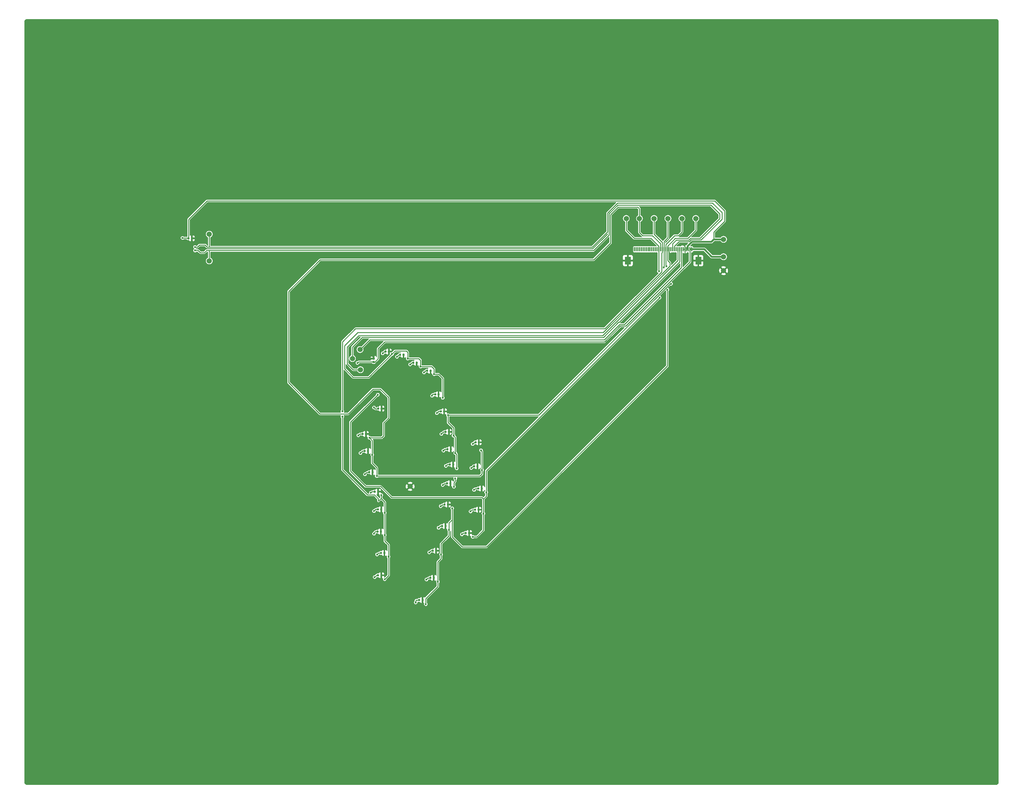
<source format=gbr>
G04 #@! TF.GenerationSoftware,KiCad,Pcbnew,(5.1.8)-1*
G04 #@! TF.CreationDate,2021-03-05T20:40:41-08:00*
G04 #@! TF.ProjectId,anglerfish,616e676c-6572-4666-9973-682e6b696361,rev?*
G04 #@! TF.SameCoordinates,Original*
G04 #@! TF.FileFunction,Copper,L2,Bot*
G04 #@! TF.FilePolarity,Positive*
%FSLAX46Y46*%
G04 Gerber Fmt 4.6, Leading zero omitted, Abs format (unit mm)*
G04 Created by KiCad (PCBNEW (5.1.8)-1) date 2021-03-05 20:40:41*
%MOMM*%
%LPD*%
G01*
G04 APERTURE LIST*
G04 #@! TA.AperFunction,SMDPad,CuDef*
%ADD10C,1.500000*%
G04 #@! TD*
G04 #@! TA.AperFunction,SMDPad,CuDef*
%ADD11R,0.300000X1.300000*%
G04 #@! TD*
G04 #@! TA.AperFunction,SMDPad,CuDef*
%ADD12R,1.800000X2.200000*%
G04 #@! TD*
G04 #@! TA.AperFunction,ViaPad*
%ADD13C,0.600000*%
G04 #@! TD*
G04 #@! TA.AperFunction,Conductor*
%ADD14C,0.250000*%
G04 #@! TD*
G04 #@! TA.AperFunction,Conductor*
%ADD15C,0.500000*%
G04 #@! TD*
G04 #@! TA.AperFunction,Conductor*
%ADD16C,0.200000*%
G04 #@! TD*
G04 #@! TA.AperFunction,Conductor*
%ADD17C,0.100000*%
G04 #@! TD*
G04 APERTURE END LIST*
D10*
X66000000Y-59200000D03*
X66000000Y-51500000D03*
X214000000Y-62000000D03*
X214000000Y-58000000D03*
X123800000Y-124100000D03*
X214000000Y-53000000D03*
X186000000Y-47000000D03*
X189800000Y-47000000D03*
X194000000Y-47000000D03*
X198000000Y-47000000D03*
X206000000Y-47000000D03*
X202000000Y-47000000D03*
G04 #@! TA.AperFunction,SMDPad,CuDef*
G36*
G01*
X115290000Y-101872500D02*
X115290000Y-101527500D01*
G75*
G02*
X115437500Y-101380000I147500J0D01*
G01*
X115732500Y-101380000D01*
G75*
G02*
X115880000Y-101527500I0J-147500D01*
G01*
X115880000Y-101872500D01*
G75*
G02*
X115732500Y-102020000I-147500J0D01*
G01*
X115437500Y-102020000D01*
G75*
G02*
X115290000Y-101872500I0J147500D01*
G01*
G37*
G04 #@! TD.AperFunction*
G04 #@! TA.AperFunction,SMDPad,CuDef*
G36*
G01*
X114320000Y-101872500D02*
X114320000Y-101527500D01*
G75*
G02*
X114467500Y-101380000I147500J0D01*
G01*
X114762500Y-101380000D01*
G75*
G02*
X114910000Y-101527500I0J-147500D01*
G01*
X114910000Y-101872500D01*
G75*
G02*
X114762500Y-102020000I-147500J0D01*
G01*
X114467500Y-102020000D01*
G75*
G02*
X114320000Y-101872500I0J147500D01*
G01*
G37*
G04 #@! TD.AperFunction*
G04 #@! TA.AperFunction,SMDPad,CuDef*
G36*
G01*
X140475000Y-137672500D02*
X140475000Y-137327500D01*
G75*
G02*
X140622500Y-137180000I147500J0D01*
G01*
X140917500Y-137180000D01*
G75*
G02*
X141065000Y-137327500I0J-147500D01*
G01*
X141065000Y-137672500D01*
G75*
G02*
X140917500Y-137820000I-147500J0D01*
G01*
X140622500Y-137820000D01*
G75*
G02*
X140475000Y-137672500I0J147500D01*
G01*
G37*
G04 #@! TD.AperFunction*
G04 #@! TA.AperFunction,SMDPad,CuDef*
G36*
G01*
X139505000Y-137672500D02*
X139505000Y-137327500D01*
G75*
G02*
X139652500Y-137180000I147500J0D01*
G01*
X139947500Y-137180000D01*
G75*
G02*
X140095000Y-137327500I0J-147500D01*
G01*
X140095000Y-137672500D01*
G75*
G02*
X139947500Y-137820000I-147500J0D01*
G01*
X139652500Y-137820000D01*
G75*
G02*
X139505000Y-137672500I0J147500D01*
G01*
G37*
G04 #@! TD.AperFunction*
G04 #@! TA.AperFunction,SMDPad,CuDef*
G36*
G01*
X143190000Y-130972500D02*
X143190000Y-130627500D01*
G75*
G02*
X143337500Y-130480000I147500J0D01*
G01*
X143632500Y-130480000D01*
G75*
G02*
X143780000Y-130627500I0J-147500D01*
G01*
X143780000Y-130972500D01*
G75*
G02*
X143632500Y-131120000I-147500J0D01*
G01*
X143337500Y-131120000D01*
G75*
G02*
X143190000Y-130972500I0J147500D01*
G01*
G37*
G04 #@! TD.AperFunction*
G04 #@! TA.AperFunction,SMDPad,CuDef*
G36*
G01*
X142220000Y-130972500D02*
X142220000Y-130627500D01*
G75*
G02*
X142367500Y-130480000I147500J0D01*
G01*
X142662500Y-130480000D01*
G75*
G02*
X142810000Y-130627500I0J-147500D01*
G01*
X142810000Y-130972500D01*
G75*
G02*
X142662500Y-131120000I-147500J0D01*
G01*
X142367500Y-131120000D01*
G75*
G02*
X142220000Y-130972500I0J147500D01*
G01*
G37*
G04 #@! TD.AperFunction*
G04 #@! TA.AperFunction,SMDPad,CuDef*
G36*
G01*
X144090000Y-124872500D02*
X144090000Y-124527500D01*
G75*
G02*
X144237500Y-124380000I147500J0D01*
G01*
X144532500Y-124380000D01*
G75*
G02*
X144680000Y-124527500I0J-147500D01*
G01*
X144680000Y-124872500D01*
G75*
G02*
X144532500Y-125020000I-147500J0D01*
G01*
X144237500Y-125020000D01*
G75*
G02*
X144090000Y-124872500I0J147500D01*
G01*
G37*
G04 #@! TD.AperFunction*
G04 #@! TA.AperFunction,SMDPad,CuDef*
G36*
G01*
X143120000Y-124872500D02*
X143120000Y-124527500D01*
G75*
G02*
X143267500Y-124380000I147500J0D01*
G01*
X143562500Y-124380000D01*
G75*
G02*
X143710000Y-124527500I0J-147500D01*
G01*
X143710000Y-124872500D01*
G75*
G02*
X143562500Y-125020000I-147500J0D01*
G01*
X143267500Y-125020000D01*
G75*
G02*
X143120000Y-124872500I0J147500D01*
G01*
G37*
G04 #@! TD.AperFunction*
G04 #@! TA.AperFunction,SMDPad,CuDef*
G36*
G01*
X142890000Y-118472500D02*
X142890000Y-118127500D01*
G75*
G02*
X143037500Y-117980000I147500J0D01*
G01*
X143332500Y-117980000D01*
G75*
G02*
X143480000Y-118127500I0J-147500D01*
G01*
X143480000Y-118472500D01*
G75*
G02*
X143332500Y-118620000I-147500J0D01*
G01*
X143037500Y-118620000D01*
G75*
G02*
X142890000Y-118472500I0J147500D01*
G01*
G37*
G04 #@! TD.AperFunction*
G04 #@! TA.AperFunction,SMDPad,CuDef*
G36*
G01*
X141920000Y-118472500D02*
X141920000Y-118127500D01*
G75*
G02*
X142067500Y-117980000I147500J0D01*
G01*
X142362500Y-117980000D01*
G75*
G02*
X142510000Y-118127500I0J-147500D01*
G01*
X142510000Y-118472500D01*
G75*
G02*
X142362500Y-118620000I-147500J0D01*
G01*
X142067500Y-118620000D01*
G75*
G02*
X141920000Y-118472500I0J147500D01*
G01*
G37*
G04 #@! TD.AperFunction*
G04 #@! TA.AperFunction,SMDPad,CuDef*
G36*
G01*
X143290000Y-111572500D02*
X143290000Y-111227500D01*
G75*
G02*
X143437500Y-111080000I147500J0D01*
G01*
X143732500Y-111080000D01*
G75*
G02*
X143880000Y-111227500I0J-147500D01*
G01*
X143880000Y-111572500D01*
G75*
G02*
X143732500Y-111720000I-147500J0D01*
G01*
X143437500Y-111720000D01*
G75*
G02*
X143290000Y-111572500I0J147500D01*
G01*
G37*
G04 #@! TD.AperFunction*
G04 #@! TA.AperFunction,SMDPad,CuDef*
G36*
G01*
X142320000Y-111572500D02*
X142320000Y-111227500D01*
G75*
G02*
X142467500Y-111080000I147500J0D01*
G01*
X142762500Y-111080000D01*
G75*
G02*
X142910000Y-111227500I0J-147500D01*
G01*
X142910000Y-111572500D01*
G75*
G02*
X142762500Y-111720000I-147500J0D01*
G01*
X142467500Y-111720000D01*
G75*
G02*
X142320000Y-111572500I0J147500D01*
G01*
G37*
G04 #@! TD.AperFunction*
G04 #@! TA.AperFunction,SMDPad,CuDef*
G36*
G01*
X110790000Y-109172500D02*
X110790000Y-108827500D01*
G75*
G02*
X110937500Y-108680000I147500J0D01*
G01*
X111232500Y-108680000D01*
G75*
G02*
X111380000Y-108827500I0J-147500D01*
G01*
X111380000Y-109172500D01*
G75*
G02*
X111232500Y-109320000I-147500J0D01*
G01*
X110937500Y-109320000D01*
G75*
G02*
X110790000Y-109172500I0J147500D01*
G01*
G37*
G04 #@! TD.AperFunction*
G04 #@! TA.AperFunction,SMDPad,CuDef*
G36*
G01*
X109820000Y-109172500D02*
X109820000Y-108827500D01*
G75*
G02*
X109967500Y-108680000I147500J0D01*
G01*
X110262500Y-108680000D01*
G75*
G02*
X110410000Y-108827500I0J-147500D01*
G01*
X110410000Y-109172500D01*
G75*
G02*
X110262500Y-109320000I-147500J0D01*
G01*
X109967500Y-109320000D01*
G75*
G02*
X109820000Y-109172500I0J147500D01*
G01*
G37*
G04 #@! TD.AperFunction*
G04 #@! TA.AperFunction,SMDPad,CuDef*
G36*
G01*
X111390000Y-114072500D02*
X111390000Y-113727500D01*
G75*
G02*
X111537500Y-113580000I147500J0D01*
G01*
X111832500Y-113580000D01*
G75*
G02*
X111980000Y-113727500I0J-147500D01*
G01*
X111980000Y-114072500D01*
G75*
G02*
X111832500Y-114220000I-147500J0D01*
G01*
X111537500Y-114220000D01*
G75*
G02*
X111390000Y-114072500I0J147500D01*
G01*
G37*
G04 #@! TD.AperFunction*
G04 #@! TA.AperFunction,SMDPad,CuDef*
G36*
G01*
X110420000Y-114072500D02*
X110420000Y-113727500D01*
G75*
G02*
X110567500Y-113580000I147500J0D01*
G01*
X110862500Y-113580000D01*
G75*
G02*
X111010000Y-113727500I0J-147500D01*
G01*
X111010000Y-114072500D01*
G75*
G02*
X110862500Y-114220000I-147500J0D01*
G01*
X110567500Y-114220000D01*
G75*
G02*
X110420000Y-114072500I0J147500D01*
G01*
G37*
G04 #@! TD.AperFunction*
G04 #@! TA.AperFunction,SMDPad,CuDef*
G36*
G01*
X112690000Y-120172500D02*
X112690000Y-119827500D01*
G75*
G02*
X112837500Y-119680000I147500J0D01*
G01*
X113132500Y-119680000D01*
G75*
G02*
X113280000Y-119827500I0J-147500D01*
G01*
X113280000Y-120172500D01*
G75*
G02*
X113132500Y-120320000I-147500J0D01*
G01*
X112837500Y-120320000D01*
G75*
G02*
X112690000Y-120172500I0J147500D01*
G01*
G37*
G04 #@! TD.AperFunction*
G04 #@! TA.AperFunction,SMDPad,CuDef*
G36*
G01*
X111720000Y-120172500D02*
X111720000Y-119827500D01*
G75*
G02*
X111867500Y-119680000I147500J0D01*
G01*
X112162500Y-119680000D01*
G75*
G02*
X112310000Y-119827500I0J-147500D01*
G01*
X112310000Y-120172500D01*
G75*
G02*
X112162500Y-120320000I-147500J0D01*
G01*
X111867500Y-120320000D01*
G75*
G02*
X111720000Y-120172500I0J147500D01*
G01*
G37*
G04 #@! TD.AperFunction*
G04 #@! TA.AperFunction,SMDPad,CuDef*
G36*
G01*
X114290000Y-125772500D02*
X114290000Y-125427500D01*
G75*
G02*
X114437500Y-125280000I147500J0D01*
G01*
X114732500Y-125280000D01*
G75*
G02*
X114880000Y-125427500I0J-147500D01*
G01*
X114880000Y-125772500D01*
G75*
G02*
X114732500Y-125920000I-147500J0D01*
G01*
X114437500Y-125920000D01*
G75*
G02*
X114290000Y-125772500I0J147500D01*
G01*
G37*
G04 #@! TD.AperFunction*
G04 #@! TA.AperFunction,SMDPad,CuDef*
G36*
G01*
X113320000Y-125772500D02*
X113320000Y-125427500D01*
G75*
G02*
X113467500Y-125280000I147500J0D01*
G01*
X113762500Y-125280000D01*
G75*
G02*
X113910000Y-125427500I0J-147500D01*
G01*
X113910000Y-125772500D01*
G75*
G02*
X113762500Y-125920000I-147500J0D01*
G01*
X113467500Y-125920000D01*
G75*
G02*
X113320000Y-125772500I0J147500D01*
G01*
G37*
G04 #@! TD.AperFunction*
G04 #@! TA.AperFunction,SMDPad,CuDef*
G36*
G01*
X115190000Y-130872500D02*
X115190000Y-130527500D01*
G75*
G02*
X115337500Y-130380000I147500J0D01*
G01*
X115632500Y-130380000D01*
G75*
G02*
X115780000Y-130527500I0J-147500D01*
G01*
X115780000Y-130872500D01*
G75*
G02*
X115632500Y-131020000I-147500J0D01*
G01*
X115337500Y-131020000D01*
G75*
G02*
X115190000Y-130872500I0J147500D01*
G01*
G37*
G04 #@! TD.AperFunction*
G04 #@! TA.AperFunction,SMDPad,CuDef*
G36*
G01*
X114220000Y-130872500D02*
X114220000Y-130527500D01*
G75*
G02*
X114367500Y-130380000I147500J0D01*
G01*
X114662500Y-130380000D01*
G75*
G02*
X114810000Y-130527500I0J-147500D01*
G01*
X114810000Y-130872500D01*
G75*
G02*
X114662500Y-131020000I-147500J0D01*
G01*
X114367500Y-131020000D01*
G75*
G02*
X114220000Y-130872500I0J147500D01*
G01*
G37*
G04 #@! TD.AperFunction*
G04 #@! TA.AperFunction,SMDPad,CuDef*
G36*
G01*
X115090000Y-137272500D02*
X115090000Y-136927500D01*
G75*
G02*
X115237500Y-136780000I147500J0D01*
G01*
X115532500Y-136780000D01*
G75*
G02*
X115680000Y-136927500I0J-147500D01*
G01*
X115680000Y-137272500D01*
G75*
G02*
X115532500Y-137420000I-147500J0D01*
G01*
X115237500Y-137420000D01*
G75*
G02*
X115090000Y-137272500I0J147500D01*
G01*
G37*
G04 #@! TD.AperFunction*
G04 #@! TA.AperFunction,SMDPad,CuDef*
G36*
G01*
X114120000Y-137272500D02*
X114120000Y-136927500D01*
G75*
G02*
X114267500Y-136780000I147500J0D01*
G01*
X114562500Y-136780000D01*
G75*
G02*
X114710000Y-136927500I0J-147500D01*
G01*
X114710000Y-137272500D01*
G75*
G02*
X114562500Y-137420000I-147500J0D01*
G01*
X114267500Y-137420000D01*
G75*
G02*
X114120000Y-137272500I0J147500D01*
G01*
G37*
G04 #@! TD.AperFunction*
G04 #@! TA.AperFunction,SMDPad,CuDef*
G36*
G01*
X116100000Y-143422500D02*
X116100000Y-143077500D01*
G75*
G02*
X116247500Y-142930000I147500J0D01*
G01*
X116542500Y-142930000D01*
G75*
G02*
X116690000Y-143077500I0J-147500D01*
G01*
X116690000Y-143422500D01*
G75*
G02*
X116542500Y-143570000I-147500J0D01*
G01*
X116247500Y-143570000D01*
G75*
G02*
X116100000Y-143422500I0J147500D01*
G01*
G37*
G04 #@! TD.AperFunction*
G04 #@! TA.AperFunction,SMDPad,CuDef*
G36*
G01*
X115130000Y-143422500D02*
X115130000Y-143077500D01*
G75*
G02*
X115277500Y-142930000I147500J0D01*
G01*
X115572500Y-142930000D01*
G75*
G02*
X115720000Y-143077500I0J-147500D01*
G01*
X115720000Y-143422500D01*
G75*
G02*
X115572500Y-143570000I-147500J0D01*
G01*
X115277500Y-143570000D01*
G75*
G02*
X115130000Y-143422500I0J147500D01*
G01*
G37*
G04 #@! TD.AperFunction*
G04 #@! TA.AperFunction,SMDPad,CuDef*
G36*
G01*
X115220000Y-149852500D02*
X115220000Y-149507500D01*
G75*
G02*
X115367500Y-149360000I147500J0D01*
G01*
X115662500Y-149360000D01*
G75*
G02*
X115810000Y-149507500I0J-147500D01*
G01*
X115810000Y-149852500D01*
G75*
G02*
X115662500Y-150000000I-147500J0D01*
G01*
X115367500Y-150000000D01*
G75*
G02*
X115220000Y-149852500I0J147500D01*
G01*
G37*
G04 #@! TD.AperFunction*
G04 #@! TA.AperFunction,SMDPad,CuDef*
G36*
G01*
X114250000Y-149852500D02*
X114250000Y-149507500D01*
G75*
G02*
X114397500Y-149360000I147500J0D01*
G01*
X114692500Y-149360000D01*
G75*
G02*
X114840000Y-149507500I0J-147500D01*
G01*
X114840000Y-149852500D01*
G75*
G02*
X114692500Y-150000000I-147500J0D01*
G01*
X114397500Y-150000000D01*
G75*
G02*
X114250000Y-149852500I0J147500D01*
G01*
G37*
G04 #@! TD.AperFunction*
G04 #@! TA.AperFunction,SMDPad,CuDef*
G36*
G01*
X127090000Y-156972500D02*
X127090000Y-156627500D01*
G75*
G02*
X127237500Y-156480000I147500J0D01*
G01*
X127532500Y-156480000D01*
G75*
G02*
X127680000Y-156627500I0J-147500D01*
G01*
X127680000Y-156972500D01*
G75*
G02*
X127532500Y-157120000I-147500J0D01*
G01*
X127237500Y-157120000D01*
G75*
G02*
X127090000Y-156972500I0J147500D01*
G01*
G37*
G04 #@! TD.AperFunction*
G04 #@! TA.AperFunction,SMDPad,CuDef*
G36*
G01*
X126120000Y-156972500D02*
X126120000Y-156627500D01*
G75*
G02*
X126267500Y-156480000I147500J0D01*
G01*
X126562500Y-156480000D01*
G75*
G02*
X126710000Y-156627500I0J-147500D01*
G01*
X126710000Y-156972500D01*
G75*
G02*
X126562500Y-157120000I-147500J0D01*
G01*
X126267500Y-157120000D01*
G75*
G02*
X126120000Y-156972500I0J147500D01*
G01*
G37*
G04 #@! TD.AperFunction*
G04 #@! TA.AperFunction,SMDPad,CuDef*
G36*
G01*
X130290000Y-150572500D02*
X130290000Y-150227500D01*
G75*
G02*
X130437500Y-150080000I147500J0D01*
G01*
X130732500Y-150080000D01*
G75*
G02*
X130880000Y-150227500I0J-147500D01*
G01*
X130880000Y-150572500D01*
G75*
G02*
X130732500Y-150720000I-147500J0D01*
G01*
X130437500Y-150720000D01*
G75*
G02*
X130290000Y-150572500I0J147500D01*
G01*
G37*
G04 #@! TD.AperFunction*
G04 #@! TA.AperFunction,SMDPad,CuDef*
G36*
G01*
X129320000Y-150572500D02*
X129320000Y-150227500D01*
G75*
G02*
X129467500Y-150080000I147500J0D01*
G01*
X129762500Y-150080000D01*
G75*
G02*
X129910000Y-150227500I0J-147500D01*
G01*
X129910000Y-150572500D01*
G75*
G02*
X129762500Y-150720000I-147500J0D01*
G01*
X129467500Y-150720000D01*
G75*
G02*
X129320000Y-150572500I0J147500D01*
G01*
G37*
G04 #@! TD.AperFunction*
G04 #@! TA.AperFunction,SMDPad,CuDef*
G36*
G01*
X130990000Y-142772500D02*
X130990000Y-142427500D01*
G75*
G02*
X131137500Y-142280000I147500J0D01*
G01*
X131432500Y-142280000D01*
G75*
G02*
X131580000Y-142427500I0J-147500D01*
G01*
X131580000Y-142772500D01*
G75*
G02*
X131432500Y-142920000I-147500J0D01*
G01*
X131137500Y-142920000D01*
G75*
G02*
X130990000Y-142772500I0J147500D01*
G01*
G37*
G04 #@! TD.AperFunction*
G04 #@! TA.AperFunction,SMDPad,CuDef*
G36*
G01*
X130020000Y-142772500D02*
X130020000Y-142427500D01*
G75*
G02*
X130167500Y-142280000I147500J0D01*
G01*
X130462500Y-142280000D01*
G75*
G02*
X130610000Y-142427500I0J-147500D01*
G01*
X130610000Y-142772500D01*
G75*
G02*
X130462500Y-142920000I-147500J0D01*
G01*
X130167500Y-142920000D01*
G75*
G02*
X130020000Y-142772500I0J147500D01*
G01*
G37*
G04 #@! TD.AperFunction*
G04 #@! TA.AperFunction,SMDPad,CuDef*
G36*
G01*
X133675000Y-135672500D02*
X133675000Y-135327500D01*
G75*
G02*
X133822500Y-135180000I147500J0D01*
G01*
X134117500Y-135180000D01*
G75*
G02*
X134265000Y-135327500I0J-147500D01*
G01*
X134265000Y-135672500D01*
G75*
G02*
X134117500Y-135820000I-147500J0D01*
G01*
X133822500Y-135820000D01*
G75*
G02*
X133675000Y-135672500I0J147500D01*
G01*
G37*
G04 #@! TD.AperFunction*
G04 #@! TA.AperFunction,SMDPad,CuDef*
G36*
G01*
X132705000Y-135672500D02*
X132705000Y-135327500D01*
G75*
G02*
X132852500Y-135180000I147500J0D01*
G01*
X133147500Y-135180000D01*
G75*
G02*
X133295000Y-135327500I0J-147500D01*
G01*
X133295000Y-135672500D01*
G75*
G02*
X133147500Y-135820000I-147500J0D01*
G01*
X132852500Y-135820000D01*
G75*
G02*
X132705000Y-135672500I0J147500D01*
G01*
G37*
G04 #@! TD.AperFunction*
G04 #@! TA.AperFunction,SMDPad,CuDef*
G36*
G01*
X134390000Y-129472500D02*
X134390000Y-129127500D01*
G75*
G02*
X134537500Y-128980000I147500J0D01*
G01*
X134832500Y-128980000D01*
G75*
G02*
X134980000Y-129127500I0J-147500D01*
G01*
X134980000Y-129472500D01*
G75*
G02*
X134832500Y-129620000I-147500J0D01*
G01*
X134537500Y-129620000D01*
G75*
G02*
X134390000Y-129472500I0J147500D01*
G01*
G37*
G04 #@! TD.AperFunction*
G04 #@! TA.AperFunction,SMDPad,CuDef*
G36*
G01*
X133420000Y-129472500D02*
X133420000Y-129127500D01*
G75*
G02*
X133567500Y-128980000I147500J0D01*
G01*
X133862500Y-128980000D01*
G75*
G02*
X134010000Y-129127500I0J-147500D01*
G01*
X134010000Y-129472500D01*
G75*
G02*
X133862500Y-129620000I-147500J0D01*
G01*
X133567500Y-129620000D01*
G75*
G02*
X133420000Y-129472500I0J147500D01*
G01*
G37*
G04 #@! TD.AperFunction*
G04 #@! TA.AperFunction,SMDPad,CuDef*
G36*
G01*
X135090000Y-123372500D02*
X135090000Y-123027500D01*
G75*
G02*
X135237500Y-122880000I147500J0D01*
G01*
X135532500Y-122880000D01*
G75*
G02*
X135680000Y-123027500I0J-147500D01*
G01*
X135680000Y-123372500D01*
G75*
G02*
X135532500Y-123520000I-147500J0D01*
G01*
X135237500Y-123520000D01*
G75*
G02*
X135090000Y-123372500I0J147500D01*
G01*
G37*
G04 #@! TD.AperFunction*
G04 #@! TA.AperFunction,SMDPad,CuDef*
G36*
G01*
X134120000Y-123372500D02*
X134120000Y-123027500D01*
G75*
G02*
X134267500Y-122880000I147500J0D01*
G01*
X134562500Y-122880000D01*
G75*
G02*
X134710000Y-123027500I0J-147500D01*
G01*
X134710000Y-123372500D01*
G75*
G02*
X134562500Y-123520000I-147500J0D01*
G01*
X134267500Y-123520000D01*
G75*
G02*
X134120000Y-123372500I0J147500D01*
G01*
G37*
G04 #@! TD.AperFunction*
G04 #@! TA.AperFunction,SMDPad,CuDef*
G36*
G01*
X135890000Y-117972500D02*
X135890000Y-117627500D01*
G75*
G02*
X136037500Y-117480000I147500J0D01*
G01*
X136332500Y-117480000D01*
G75*
G02*
X136480000Y-117627500I0J-147500D01*
G01*
X136480000Y-117972500D01*
G75*
G02*
X136332500Y-118120000I-147500J0D01*
G01*
X136037500Y-118120000D01*
G75*
G02*
X135890000Y-117972500I0J147500D01*
G01*
G37*
G04 #@! TD.AperFunction*
G04 #@! TA.AperFunction,SMDPad,CuDef*
G36*
G01*
X134920000Y-117972500D02*
X134920000Y-117627500D01*
G75*
G02*
X135067500Y-117480000I147500J0D01*
G01*
X135362500Y-117480000D01*
G75*
G02*
X135510000Y-117627500I0J-147500D01*
G01*
X135510000Y-117972500D01*
G75*
G02*
X135362500Y-118120000I-147500J0D01*
G01*
X135067500Y-118120000D01*
G75*
G02*
X134920000Y-117972500I0J147500D01*
G01*
G37*
G04 #@! TD.AperFunction*
G04 #@! TA.AperFunction,SMDPad,CuDef*
G36*
G01*
X135205000Y-113572500D02*
X135205000Y-113227500D01*
G75*
G02*
X135352500Y-113080000I147500J0D01*
G01*
X135647500Y-113080000D01*
G75*
G02*
X135795000Y-113227500I0J-147500D01*
G01*
X135795000Y-113572500D01*
G75*
G02*
X135647500Y-113720000I-147500J0D01*
G01*
X135352500Y-113720000D01*
G75*
G02*
X135205000Y-113572500I0J147500D01*
G01*
G37*
G04 #@! TD.AperFunction*
G04 #@! TA.AperFunction,SMDPad,CuDef*
G36*
G01*
X134235000Y-113572500D02*
X134235000Y-113227500D01*
G75*
G02*
X134382500Y-113080000I147500J0D01*
G01*
X134677500Y-113080000D01*
G75*
G02*
X134825000Y-113227500I0J-147500D01*
G01*
X134825000Y-113572500D01*
G75*
G02*
X134677500Y-113720000I-147500J0D01*
G01*
X134382500Y-113720000D01*
G75*
G02*
X134235000Y-113572500I0J147500D01*
G01*
G37*
G04 #@! TD.AperFunction*
G04 #@! TA.AperFunction,SMDPad,CuDef*
G36*
G01*
X134675000Y-108572500D02*
X134675000Y-108227500D01*
G75*
G02*
X134822500Y-108080000I147500J0D01*
G01*
X135117500Y-108080000D01*
G75*
G02*
X135265000Y-108227500I0J-147500D01*
G01*
X135265000Y-108572500D01*
G75*
G02*
X135117500Y-108720000I-147500J0D01*
G01*
X134822500Y-108720000D01*
G75*
G02*
X134675000Y-108572500I0J147500D01*
G01*
G37*
G04 #@! TD.AperFunction*
G04 #@! TA.AperFunction,SMDPad,CuDef*
G36*
G01*
X133705000Y-108572500D02*
X133705000Y-108227500D01*
G75*
G02*
X133852500Y-108080000I147500J0D01*
G01*
X134147500Y-108080000D01*
G75*
G02*
X134295000Y-108227500I0J-147500D01*
G01*
X134295000Y-108572500D01*
G75*
G02*
X134147500Y-108720000I-147500J0D01*
G01*
X133852500Y-108720000D01*
G75*
G02*
X133705000Y-108572500I0J147500D01*
G01*
G37*
G04 #@! TD.AperFunction*
G04 #@! TA.AperFunction,SMDPad,CuDef*
G36*
G01*
X133290000Y-102672500D02*
X133290000Y-102327500D01*
G75*
G02*
X133437500Y-102180000I147500J0D01*
G01*
X133732500Y-102180000D01*
G75*
G02*
X133880000Y-102327500I0J-147500D01*
G01*
X133880000Y-102672500D01*
G75*
G02*
X133732500Y-102820000I-147500J0D01*
G01*
X133437500Y-102820000D01*
G75*
G02*
X133290000Y-102672500I0J147500D01*
G01*
G37*
G04 #@! TD.AperFunction*
G04 #@! TA.AperFunction,SMDPad,CuDef*
G36*
G01*
X132320000Y-102672500D02*
X132320000Y-102327500D01*
G75*
G02*
X132467500Y-102180000I147500J0D01*
G01*
X132762500Y-102180000D01*
G75*
G02*
X132910000Y-102327500I0J-147500D01*
G01*
X132910000Y-102672500D01*
G75*
G02*
X132762500Y-102820000I-147500J0D01*
G01*
X132467500Y-102820000D01*
G75*
G02*
X132320000Y-102672500I0J147500D01*
G01*
G37*
G04 #@! TD.AperFunction*
G04 #@! TA.AperFunction,SMDPad,CuDef*
G36*
G01*
X131690000Y-97772500D02*
X131690000Y-97427500D01*
G75*
G02*
X131837500Y-97280000I147500J0D01*
G01*
X132132500Y-97280000D01*
G75*
G02*
X132280000Y-97427500I0J-147500D01*
G01*
X132280000Y-97772500D01*
G75*
G02*
X132132500Y-97920000I-147500J0D01*
G01*
X131837500Y-97920000D01*
G75*
G02*
X131690000Y-97772500I0J147500D01*
G01*
G37*
G04 #@! TD.AperFunction*
G04 #@! TA.AperFunction,SMDPad,CuDef*
G36*
G01*
X130720000Y-97772500D02*
X130720000Y-97427500D01*
G75*
G02*
X130867500Y-97280000I147500J0D01*
G01*
X131162500Y-97280000D01*
G75*
G02*
X131310000Y-97427500I0J-147500D01*
G01*
X131310000Y-97772500D01*
G75*
G02*
X131162500Y-97920000I-147500J0D01*
G01*
X130867500Y-97920000D01*
G75*
G02*
X130720000Y-97772500I0J147500D01*
G01*
G37*
G04 #@! TD.AperFunction*
G04 #@! TA.AperFunction,SMDPad,CuDef*
G36*
G01*
X129390000Y-90972500D02*
X129390000Y-90627500D01*
G75*
G02*
X129537500Y-90480000I147500J0D01*
G01*
X129832500Y-90480000D01*
G75*
G02*
X129980000Y-90627500I0J-147500D01*
G01*
X129980000Y-90972500D01*
G75*
G02*
X129832500Y-91120000I-147500J0D01*
G01*
X129537500Y-91120000D01*
G75*
G02*
X129390000Y-90972500I0J147500D01*
G01*
G37*
G04 #@! TD.AperFunction*
G04 #@! TA.AperFunction,SMDPad,CuDef*
G36*
G01*
X128420000Y-90972500D02*
X128420000Y-90627500D01*
G75*
G02*
X128567500Y-90480000I147500J0D01*
G01*
X128862500Y-90480000D01*
G75*
G02*
X129010000Y-90627500I0J-147500D01*
G01*
X129010000Y-90972500D01*
G75*
G02*
X128862500Y-91120000I-147500J0D01*
G01*
X128567500Y-91120000D01*
G75*
G02*
X128420000Y-90972500I0J147500D01*
G01*
G37*
G04 #@! TD.AperFunction*
G04 #@! TA.AperFunction,SMDPad,CuDef*
G36*
G01*
X125390000Y-88672500D02*
X125390000Y-88327500D01*
G75*
G02*
X125537500Y-88180000I147500J0D01*
G01*
X125832500Y-88180000D01*
G75*
G02*
X125980000Y-88327500I0J-147500D01*
G01*
X125980000Y-88672500D01*
G75*
G02*
X125832500Y-88820000I-147500J0D01*
G01*
X125537500Y-88820000D01*
G75*
G02*
X125390000Y-88672500I0J147500D01*
G01*
G37*
G04 #@! TD.AperFunction*
G04 #@! TA.AperFunction,SMDPad,CuDef*
G36*
G01*
X124420000Y-88672500D02*
X124420000Y-88327500D01*
G75*
G02*
X124567500Y-88180000I147500J0D01*
G01*
X124862500Y-88180000D01*
G75*
G02*
X125010000Y-88327500I0J-147500D01*
G01*
X125010000Y-88672500D01*
G75*
G02*
X124862500Y-88820000I-147500J0D01*
G01*
X124567500Y-88820000D01*
G75*
G02*
X124420000Y-88672500I0J147500D01*
G01*
G37*
G04 #@! TD.AperFunction*
G04 #@! TA.AperFunction,SMDPad,CuDef*
G36*
G01*
X121605000Y-86372500D02*
X121605000Y-86027500D01*
G75*
G02*
X121752500Y-85880000I147500J0D01*
G01*
X122047500Y-85880000D01*
G75*
G02*
X122195000Y-86027500I0J-147500D01*
G01*
X122195000Y-86372500D01*
G75*
G02*
X122047500Y-86520000I-147500J0D01*
G01*
X121752500Y-86520000D01*
G75*
G02*
X121605000Y-86372500I0J147500D01*
G01*
G37*
G04 #@! TD.AperFunction*
G04 #@! TA.AperFunction,SMDPad,CuDef*
G36*
G01*
X120635000Y-86372500D02*
X120635000Y-86027500D01*
G75*
G02*
X120782500Y-85880000I147500J0D01*
G01*
X121077500Y-85880000D01*
G75*
G02*
X121225000Y-86027500I0J-147500D01*
G01*
X121225000Y-86372500D01*
G75*
G02*
X121077500Y-86520000I-147500J0D01*
G01*
X120782500Y-86520000D01*
G75*
G02*
X120635000Y-86372500I0J147500D01*
G01*
G37*
G04 #@! TD.AperFunction*
G04 #@! TA.AperFunction,SMDPad,CuDef*
G36*
G01*
X117390000Y-85472500D02*
X117390000Y-85127500D01*
G75*
G02*
X117537500Y-84980000I147500J0D01*
G01*
X117832500Y-84980000D01*
G75*
G02*
X117980000Y-85127500I0J-147500D01*
G01*
X117980000Y-85472500D01*
G75*
G02*
X117832500Y-85620000I-147500J0D01*
G01*
X117537500Y-85620000D01*
G75*
G02*
X117390000Y-85472500I0J147500D01*
G01*
G37*
G04 #@! TD.AperFunction*
G04 #@! TA.AperFunction,SMDPad,CuDef*
G36*
G01*
X116420000Y-85472500D02*
X116420000Y-85127500D01*
G75*
G02*
X116567500Y-84980000I147500J0D01*
G01*
X116862500Y-84980000D01*
G75*
G02*
X117010000Y-85127500I0J-147500D01*
G01*
X117010000Y-85472500D01*
G75*
G02*
X116862500Y-85620000I-147500J0D01*
G01*
X116567500Y-85620000D01*
G75*
G02*
X116420000Y-85472500I0J147500D01*
G01*
G37*
G04 #@! TD.AperFunction*
G04 #@! TA.AperFunction,SMDPad,CuDef*
G36*
G01*
X60690000Y-52872500D02*
X60690000Y-52527500D01*
G75*
G02*
X60837500Y-52380000I147500J0D01*
G01*
X61132500Y-52380000D01*
G75*
G02*
X61280000Y-52527500I0J-147500D01*
G01*
X61280000Y-52872500D01*
G75*
G02*
X61132500Y-53020000I-147500J0D01*
G01*
X60837500Y-53020000D01*
G75*
G02*
X60690000Y-52872500I0J147500D01*
G01*
G37*
G04 #@! TD.AperFunction*
G04 #@! TA.AperFunction,SMDPad,CuDef*
G36*
G01*
X59720000Y-52872500D02*
X59720000Y-52527500D01*
G75*
G02*
X59867500Y-52380000I147500J0D01*
G01*
X60162500Y-52380000D01*
G75*
G02*
X60310000Y-52527500I0J-147500D01*
G01*
X60310000Y-52872500D01*
G75*
G02*
X60162500Y-53020000I-147500J0D01*
G01*
X59867500Y-53020000D01*
G75*
G02*
X59720000Y-52872500I0J147500D01*
G01*
G37*
G04 #@! TD.AperFunction*
D11*
X188350000Y-55850000D03*
X188850000Y-55850000D03*
X189350000Y-55850000D03*
X189850000Y-55850000D03*
X190350000Y-55850000D03*
X190850000Y-55850000D03*
X191350000Y-55850000D03*
X191850000Y-55850000D03*
X192350000Y-55850000D03*
X192850000Y-55850000D03*
X193350000Y-55850000D03*
X193850000Y-55850000D03*
X194350000Y-55850000D03*
X194850000Y-55850000D03*
X195350000Y-55850000D03*
X195850000Y-55850000D03*
X196350000Y-55850000D03*
X196850000Y-55850000D03*
X197350000Y-55850000D03*
X197850000Y-55850000D03*
X198350000Y-55850000D03*
X198850000Y-55850000D03*
X199350000Y-55850000D03*
X199850000Y-55850000D03*
X200350000Y-55850000D03*
X200850000Y-55850000D03*
X201350000Y-55850000D03*
X201850000Y-55850000D03*
X202350000Y-55850000D03*
X202850000Y-55850000D03*
X203350000Y-55850000D03*
X203850000Y-55850000D03*
X204350000Y-55850000D03*
X204850000Y-55850000D03*
D12*
X206750000Y-59100000D03*
X186450000Y-59100000D03*
D10*
X109500000Y-90500000D03*
X109400000Y-84700000D03*
X107200000Y-87300000D03*
G04 #@! TA.AperFunction,SMDPad,CuDef*
G36*
G01*
X113472500Y-87625000D02*
X113127500Y-87625000D01*
G75*
G02*
X112980000Y-87477500I0J147500D01*
G01*
X112980000Y-87182500D01*
G75*
G02*
X113127500Y-87035000I147500J0D01*
G01*
X113472500Y-87035000D01*
G75*
G02*
X113620000Y-87182500I0J-147500D01*
G01*
X113620000Y-87477500D01*
G75*
G02*
X113472500Y-87625000I-147500J0D01*
G01*
G37*
G04 #@! TD.AperFunction*
G04 #@! TA.AperFunction,SMDPad,CuDef*
G36*
G01*
X113472500Y-88595000D02*
X113127500Y-88595000D01*
G75*
G02*
X112980000Y-88447500I0J147500D01*
G01*
X112980000Y-88152500D01*
G75*
G02*
X113127500Y-88005000I147500J0D01*
G01*
X113472500Y-88005000D01*
G75*
G02*
X113620000Y-88152500I0J-147500D01*
G01*
X113620000Y-88447500D01*
G75*
G02*
X113472500Y-88595000I-147500J0D01*
G01*
G37*
G04 #@! TD.AperFunction*
D13*
X187900000Y-74100000D03*
X64000000Y-55700000D03*
X115900000Y-85800000D03*
X120000000Y-86800000D03*
X123800000Y-89000000D03*
X127800000Y-91300000D03*
X130100000Y-98000000D03*
X131500000Y-103000000D03*
X132800000Y-109000000D03*
X133400000Y-113800000D03*
X134100000Y-118200000D03*
X133200000Y-123700000D03*
X132600000Y-129800000D03*
X132000000Y-136000000D03*
X129300000Y-143100000D03*
X128500000Y-150900000D03*
X125400000Y-157500000D03*
X113600000Y-150200000D03*
X114300000Y-143700000D03*
X113400000Y-137700000D03*
X113400000Y-131200000D03*
X112500000Y-125917715D03*
X110800000Y-120600000D03*
X109500000Y-114500000D03*
X108900000Y-109400000D03*
X141800000Y-111900000D03*
X141400000Y-118800000D03*
X142200000Y-125100000D03*
X141200000Y-131300000D03*
X138700000Y-137900000D03*
X113400000Y-101400000D03*
X209100000Y-45000000D03*
X127000000Y-124000000D03*
X164000000Y-113000000D03*
X138000000Y-94000000D03*
X112770000Y-86430000D03*
X62100000Y-53800000D03*
X59400000Y-57300000D03*
X202900000Y-57500000D03*
X189600000Y-59100000D03*
X199000000Y-58100000D03*
X202300000Y-54400000D03*
X108640000Y-88570000D03*
X58300000Y-52600000D03*
X61900000Y-56200000D03*
X61900000Y-55200000D03*
X118600000Y-86000000D03*
X123100000Y-87300000D03*
X126800000Y-89600000D03*
X130700000Y-91800000D03*
X133200000Y-98600000D03*
X136400000Y-124200000D03*
X136800000Y-121800000D03*
X137200000Y-118900000D03*
X136800000Y-114500000D03*
X136300000Y-109500000D03*
X134700000Y-103600000D03*
X198890710Y-65802422D03*
X197527868Y-60751823D03*
X128300000Y-158000000D03*
X131800000Y-151500000D03*
X132700000Y-143700000D03*
X135000000Y-136600000D03*
X135900000Y-130400000D03*
X196805879Y-61096426D03*
X197836656Y-67492885D03*
X116500000Y-150800000D03*
X117600000Y-144300000D03*
X116500000Y-138100000D03*
X116500000Y-131700000D03*
X115500000Y-126600000D03*
X104300000Y-104000000D03*
X104300000Y-102500000D03*
X112100000Y-110100000D03*
X112900000Y-115000000D03*
X114200000Y-121100000D03*
X144200000Y-113700000D03*
X144500000Y-119400000D03*
X141800000Y-138600000D03*
X144900000Y-131900000D03*
X145700000Y-125800000D03*
X114500000Y-97700000D03*
X195397249Y-62183493D03*
X195564771Y-69764771D03*
X107200000Y-87300000D03*
X109400000Y-84700000D03*
X109500000Y-90500000D03*
D14*
X115900000Y-85800000D02*
X116300000Y-85400000D01*
X116615000Y-85400000D02*
X116715000Y-85300000D01*
X116300000Y-85400000D02*
X116615000Y-85400000D01*
X120600000Y-86200000D02*
X120930000Y-86200000D01*
X120000000Y-86800000D02*
X120600000Y-86200000D01*
X123800000Y-89000000D02*
X124300000Y-88500000D01*
X124300000Y-88500000D02*
X124715000Y-88500000D01*
X128300000Y-90800000D02*
X128715000Y-90800000D01*
X127800000Y-91300000D02*
X128300000Y-90800000D01*
X130100000Y-98000000D02*
X130100000Y-97800000D01*
X130300000Y-97600000D02*
X131015000Y-97600000D01*
X130100000Y-97800000D02*
X130300000Y-97600000D01*
X132000000Y-102500000D02*
X132615000Y-102500000D01*
X131500000Y-103000000D02*
X132000000Y-102500000D01*
X132800000Y-109000000D02*
X133400000Y-108400000D01*
X133400000Y-108400000D02*
X134000000Y-108400000D01*
X133400000Y-113800000D02*
X133800000Y-113400000D01*
X133800000Y-113400000D02*
X134530000Y-113400000D01*
X134100000Y-118200000D02*
X134500000Y-117800000D01*
X134500000Y-117800000D02*
X135215000Y-117800000D01*
X133200000Y-123700000D02*
X133600000Y-123300000D01*
X134315000Y-123300000D02*
X134415000Y-123200000D01*
X133600000Y-123300000D02*
X134315000Y-123300000D01*
X132600000Y-129800000D02*
X133000000Y-129400000D01*
X133615000Y-129400000D02*
X133715000Y-129300000D01*
X133000000Y-129400000D02*
X133615000Y-129400000D01*
X132000000Y-136000000D02*
X132500000Y-135500000D01*
X132500000Y-135500000D02*
X133000000Y-135500000D01*
X129300000Y-143100000D02*
X129800000Y-142600000D01*
X129800000Y-142600000D02*
X130315000Y-142600000D01*
X128500000Y-150900000D02*
X128900000Y-150500000D01*
X129515000Y-150500000D02*
X129615000Y-150400000D01*
X128900000Y-150500000D02*
X129515000Y-150500000D01*
X125400000Y-157500000D02*
X125400000Y-157000000D01*
X125600000Y-156800000D02*
X126415000Y-156800000D01*
X125400000Y-157000000D02*
X125600000Y-156800000D01*
X114120000Y-149680000D02*
X114545000Y-149680000D01*
X113600000Y-150200000D02*
X114120000Y-149680000D01*
X114300000Y-143700000D02*
X114700000Y-143300000D01*
X115375000Y-143300000D02*
X115425000Y-143250000D01*
X114700000Y-143300000D02*
X115375000Y-143300000D01*
X113400000Y-137700000D02*
X113600000Y-137500000D01*
X113600000Y-137500000D02*
X113600000Y-137300000D01*
X113800000Y-137100000D02*
X114415000Y-137100000D01*
X113600000Y-137300000D02*
X113800000Y-137100000D01*
X113400000Y-131200000D02*
X113900000Y-130700000D01*
X113900000Y-130700000D02*
X114515000Y-130700000D01*
X112817715Y-125600000D02*
X112500000Y-125917715D01*
X113615000Y-125600000D02*
X112817715Y-125600000D01*
X110800000Y-120600000D02*
X111300000Y-120100000D01*
X111915000Y-120100000D02*
X112015000Y-120000000D01*
X111300000Y-120100000D02*
X111915000Y-120100000D01*
X110100000Y-113900000D02*
X110715000Y-113900000D01*
X109500000Y-114500000D02*
X110100000Y-113900000D01*
X108900000Y-109400000D02*
X109300000Y-109000000D01*
X109300000Y-109000000D02*
X110115000Y-109000000D01*
X141800000Y-111900000D02*
X142200000Y-111500000D01*
X142515000Y-111500000D02*
X142615000Y-111400000D01*
X142200000Y-111500000D02*
X142515000Y-111500000D01*
X141400000Y-118800000D02*
X141900000Y-118300000D01*
X141900000Y-118300000D02*
X142215000Y-118300000D01*
X142600000Y-124700000D02*
X143415000Y-124700000D01*
X142200000Y-125100000D02*
X142600000Y-124700000D01*
X141200000Y-131300000D02*
X141700000Y-130800000D01*
X141700000Y-130800000D02*
X142515000Y-130800000D01*
X138700000Y-137900000D02*
X139100000Y-137500000D01*
X139100000Y-137500000D02*
X139800000Y-137500000D01*
X113400000Y-101400000D02*
X113800000Y-101800000D01*
X114515000Y-101800000D02*
X114615000Y-101700000D01*
X113800000Y-101800000D02*
X114515000Y-101800000D01*
X112770000Y-86430000D02*
X113170000Y-86830000D01*
X113170000Y-87200000D02*
X113300000Y-87330000D01*
X113170000Y-86830000D02*
X113170000Y-87200000D01*
X202850000Y-55850000D02*
X202350000Y-55850000D01*
X202850000Y-55850000D02*
X202850000Y-57250000D01*
X62100000Y-53800000D02*
X62100000Y-53000000D01*
X61800000Y-52700000D02*
X60985000Y-52700000D01*
X62100000Y-53000000D02*
X61800000Y-52700000D01*
X202850000Y-57450000D02*
X202900000Y-57500000D01*
X202850000Y-55850000D02*
X202850000Y-57450000D01*
X202850000Y-55850000D02*
X202850000Y-54850000D01*
X198350000Y-56750000D02*
X199000000Y-57400000D01*
X198350000Y-55850000D02*
X198350000Y-56750000D01*
X186450000Y-59100000D02*
X189600000Y-59100000D01*
X199000000Y-57400000D02*
X199000000Y-58100000D01*
X202850000Y-54850000D02*
X202750000Y-54850000D01*
X202750000Y-54850000D02*
X202300000Y-54400000D01*
X108640000Y-88570000D02*
X108950000Y-88260000D01*
X113260000Y-88260000D02*
X113300000Y-88300000D01*
X108950000Y-88260000D02*
X113260000Y-88260000D01*
D15*
X204550000Y-55850000D02*
X208450000Y-55850000D01*
D14*
X204850000Y-55850000D02*
X204550000Y-55850000D01*
X204550000Y-55850000D02*
X204350000Y-55850000D01*
D15*
X210600000Y-58000000D02*
X214000000Y-58000000D01*
X208450000Y-55850000D02*
X210600000Y-58000000D01*
D14*
X204350000Y-55850000D02*
X204350000Y-59459232D01*
X179745643Y-82500000D02*
X116500000Y-82500000D01*
X184295614Y-77950031D02*
X179745643Y-82500000D01*
X116500000Y-82500000D02*
X114600000Y-84400000D01*
X114600000Y-87320000D02*
X113620000Y-88300000D01*
X113620000Y-88300000D02*
X113300000Y-88300000D01*
X185859201Y-77950031D02*
X184295614Y-77950031D01*
X114600000Y-84400000D02*
X114600000Y-87320000D01*
X204350000Y-59459232D02*
X185859201Y-77950031D01*
X59915000Y-52600000D02*
X60015000Y-52700000D01*
X58300000Y-52600000D02*
X59915000Y-52600000D01*
X181049989Y-51750011D02*
X181049989Y-45613600D01*
X183563589Y-43100000D02*
X210300000Y-43100000D01*
X181049989Y-45613600D02*
X183563589Y-43100000D01*
X210300000Y-43100000D02*
X212900000Y-45700000D01*
X212900000Y-45700000D02*
X212900000Y-47000000D01*
X212900000Y-47000000D02*
X207225022Y-52674978D01*
X207225022Y-52674978D02*
X204465421Y-52674978D01*
X204465421Y-52674978D02*
X203965421Y-53174978D01*
X203965421Y-53174978D02*
X200425022Y-53174978D01*
X176600000Y-56200000D02*
X181049989Y-51750011D01*
X199350000Y-54250000D02*
X199350000Y-55850000D01*
X200425022Y-53174978D02*
X199350000Y-54250000D01*
X66000000Y-56300000D02*
X65900000Y-56200000D01*
X66000000Y-59200000D02*
X66000000Y-56300000D01*
X65900000Y-56200000D02*
X176600000Y-56200000D01*
X61900000Y-56200000D02*
X62800000Y-56200000D01*
X62800000Y-56200000D02*
X63400000Y-56800000D01*
X63400000Y-56800000D02*
X64600000Y-56800000D01*
X65200000Y-56200000D02*
X65900000Y-56200000D01*
X64600000Y-56800000D02*
X65200000Y-56200000D01*
X207575011Y-53124989D02*
X204651821Y-53124989D01*
X204651821Y-53124989D02*
X204151821Y-53624989D01*
X213550000Y-45250000D02*
X213550000Y-47150000D01*
X201175011Y-53624989D02*
X199850000Y-54950000D01*
X199850000Y-54950000D02*
X199850000Y-55850000D01*
X204151821Y-53624989D02*
X201175011Y-53624989D01*
X213550000Y-47150000D02*
X207575011Y-53124989D01*
X210800000Y-42500000D02*
X213550000Y-45250000D01*
X180599978Y-45427200D02*
X183527178Y-42500000D01*
X183527178Y-42500000D02*
X210800000Y-42500000D01*
X176208998Y-55200000D02*
X180599978Y-50809020D01*
X180599978Y-50809020D02*
X180599978Y-45427200D01*
X66000000Y-51500000D02*
X66000000Y-55200000D01*
X66000000Y-55200000D02*
X176208998Y-55200000D01*
X61900000Y-55200000D02*
X62600000Y-55200000D01*
X62600000Y-55200000D02*
X63200000Y-54600000D01*
X63200000Y-54600000D02*
X64800000Y-54600000D01*
X64800000Y-54600000D02*
X65400000Y-55200000D01*
X65400000Y-55200000D02*
X66000000Y-55200000D01*
X118600000Y-86000000D02*
X119500000Y-85100000D01*
X119500000Y-85100000D02*
X122700000Y-85100000D01*
X123100000Y-85500000D02*
X123100000Y-87300000D01*
X122700000Y-85100000D02*
X123100000Y-85500000D01*
X123100000Y-87300000D02*
X126300000Y-87300000D01*
X126800000Y-87800000D02*
X126800000Y-89600000D01*
X126300000Y-87300000D02*
X126800000Y-87800000D01*
X126800000Y-89600000D02*
X130000000Y-89600000D01*
X130000000Y-89600000D02*
X130700000Y-90300000D01*
X130700000Y-90300000D02*
X130700000Y-91800000D01*
X130700000Y-91800000D02*
X132000000Y-91800000D01*
X132000000Y-91800000D02*
X133200000Y-93000000D01*
X133200000Y-93000000D02*
X133200000Y-98600000D01*
X197850000Y-54950000D02*
X200100000Y-52700000D01*
X197850000Y-55850000D02*
X197850000Y-54950000D01*
X200100000Y-52700000D02*
X203700000Y-52700000D01*
X206000000Y-50400000D02*
X206000000Y-47000000D01*
X203700000Y-52700000D02*
X206000000Y-50400000D01*
X104900000Y-83600000D02*
X108700000Y-79800000D01*
X197850000Y-59013589D02*
X197850000Y-55850000D01*
X198549991Y-60613599D02*
X198549991Y-59713580D01*
X179363590Y-79800000D02*
X198549991Y-60613599D01*
X104900000Y-90200000D02*
X104900000Y-83600000D01*
X111900000Y-92700000D02*
X107400000Y-92700000D01*
X118600000Y-86000000D02*
X111900000Y-92700000D01*
X198549991Y-59713580D02*
X197850000Y-59013589D01*
X108700000Y-79800000D02*
X179363590Y-79800000D01*
X107400000Y-92700000D02*
X104900000Y-90200000D01*
X136400000Y-123000000D02*
X136800000Y-122600000D01*
X136400000Y-124200000D02*
X136400000Y-123000000D01*
X136800000Y-122600000D02*
X136800000Y-121800000D01*
X137200000Y-114900000D02*
X136800000Y-114500000D01*
X137200000Y-118900000D02*
X137200000Y-114900000D01*
X136800000Y-110000000D02*
X136300000Y-109500000D01*
X136800000Y-114500000D02*
X136800000Y-110000000D01*
X136300000Y-109500000D02*
X136300000Y-107300000D01*
X134700000Y-105700000D02*
X134700000Y-103600000D01*
X136300000Y-107300000D02*
X134700000Y-105700000D01*
X197350000Y-55850000D02*
X197350000Y-54450000D01*
X197350000Y-54450000D02*
X199900000Y-51900000D01*
X199900000Y-51900000D02*
X201000000Y-51900000D01*
X202000000Y-50900000D02*
X202000000Y-47000000D01*
X201000000Y-51900000D02*
X202000000Y-50900000D01*
X160845643Y-103600000D02*
X198643221Y-65802422D01*
X197350000Y-55850000D02*
X197350000Y-60573955D01*
X198643221Y-65802422D02*
X198890710Y-65802422D01*
X197350000Y-60573955D02*
X197527868Y-60751823D01*
X134700000Y-103600000D02*
X160845643Y-103600000D01*
X128300000Y-158000000D02*
X128300000Y-156400000D01*
X128300000Y-156400000D02*
X131800000Y-152900000D01*
X131800000Y-151500000D02*
X131800000Y-149100000D01*
X131800000Y-152900000D02*
X131800000Y-151500000D01*
X131800000Y-149100000D02*
X131800000Y-145800000D01*
X131800000Y-145800000D02*
X132700000Y-144900000D01*
X132700000Y-143700000D02*
X132700000Y-142400000D01*
X132700000Y-144900000D02*
X132700000Y-143700000D01*
X132700000Y-142400000D02*
X132700000Y-140600000D01*
X132700000Y-140600000D02*
X135000000Y-138300000D01*
X135000000Y-136600000D02*
X135000000Y-135500000D01*
X135000000Y-138300000D02*
X135000000Y-136600000D01*
X135000000Y-135500000D02*
X135000000Y-134600000D01*
X135000000Y-134600000D02*
X135900000Y-133700000D01*
X135900000Y-133700000D02*
X135900000Y-130400000D01*
X196850000Y-55850000D02*
X196850000Y-53650000D01*
X198000000Y-52500000D02*
X198000000Y-47000000D01*
X196850000Y-53650000D02*
X198000000Y-52500000D01*
X197836656Y-89463344D02*
X197836656Y-67492885D01*
X135900000Y-138600000D02*
X138800000Y-141500000D01*
X196850000Y-61052305D02*
X196805879Y-61096426D01*
X135900000Y-130400000D02*
X135900000Y-138600000D01*
X196850000Y-55850000D02*
X196850000Y-61052305D01*
X138800000Y-141500000D02*
X145800000Y-141500000D01*
X145800000Y-141500000D02*
X197836656Y-89463344D01*
X116500000Y-150800000D02*
X117600000Y-149700000D01*
X117600000Y-144300000D02*
X117600000Y-143100000D01*
X117600000Y-149700000D02*
X117600000Y-144300000D01*
X117600000Y-143100000D02*
X117600000Y-140900000D01*
X117600000Y-140900000D02*
X116500000Y-139800000D01*
X116500000Y-138100000D02*
X116500000Y-136100000D01*
X116500000Y-139800000D02*
X116500000Y-138100000D01*
X116500000Y-131700000D02*
X116500000Y-129600000D01*
X116500000Y-136100000D02*
X116500000Y-131700000D01*
X116500000Y-129600000D02*
X116500000Y-128600000D01*
X116500000Y-128600000D02*
X115500000Y-127600000D01*
X115500000Y-127600000D02*
X115500000Y-126600000D01*
X196350000Y-55850000D02*
X196350000Y-53850000D01*
X194000000Y-51500000D02*
X194000000Y-47000000D01*
X196350000Y-53850000D02*
X194000000Y-51500000D01*
X115500000Y-126600000D02*
X115500000Y-127500000D01*
X115500000Y-127500000D02*
X114700000Y-128300000D01*
X114700000Y-127673232D02*
X113569493Y-126542725D01*
X114700000Y-128300000D02*
X114700000Y-127673232D01*
X113569493Y-126542725D02*
X111542725Y-126542725D01*
X111542725Y-126542725D02*
X104300000Y-119300000D01*
X104300000Y-119300000D02*
X104300000Y-104000000D01*
X104300000Y-82500000D02*
X108100000Y-78700000D01*
X196180877Y-56919123D02*
X196350000Y-56750000D01*
X104300000Y-102500000D02*
X104300000Y-82500000D01*
X196180877Y-62337067D02*
X196180877Y-56919123D01*
X196350000Y-56750000D02*
X196350000Y-55850000D01*
X108100000Y-78700000D02*
X179817944Y-78700000D01*
X179817944Y-78700000D02*
X196180877Y-62337067D01*
X112900000Y-110900000D02*
X112900000Y-115000000D01*
X112100000Y-110100000D02*
X112900000Y-110900000D01*
X112900000Y-115000000D02*
X112900000Y-117400000D01*
X114200000Y-118700000D02*
X114200000Y-121100000D01*
X112900000Y-117400000D02*
X114200000Y-118700000D01*
X144200000Y-113700000D02*
X144500000Y-114000000D01*
X144500000Y-114000000D02*
X144500000Y-119400000D01*
X114200000Y-121100000D02*
X143900000Y-121100000D01*
X144500000Y-120500000D02*
X144500000Y-119400000D01*
X143900000Y-121100000D02*
X144500000Y-120500000D01*
X195850000Y-55850000D02*
X195850000Y-54250000D01*
X195850000Y-54250000D02*
X193500000Y-51900000D01*
X193500000Y-51900000D02*
X190700000Y-51900000D01*
X189800000Y-51000000D02*
X189800000Y-47000000D01*
X190700000Y-51900000D02*
X189800000Y-51000000D01*
X112100000Y-110100000D02*
X115600000Y-110100000D01*
X116205010Y-109494990D02*
X116205010Y-105794990D01*
X115600000Y-110100000D02*
X116205010Y-109494990D01*
X116205010Y-105794990D02*
X117600000Y-104400000D01*
X117600000Y-104400000D02*
X117600000Y-98500000D01*
X117600000Y-98500000D02*
X115200000Y-96100000D01*
X115200000Y-96100000D02*
X113100000Y-96100000D01*
X113100000Y-96100000D02*
X106000000Y-103200000D01*
X106000000Y-103200000D02*
X97800000Y-103200000D01*
X97800000Y-103200000D02*
X88800000Y-94200000D01*
X88800000Y-94200000D02*
X88800000Y-68000000D01*
X88800000Y-68000000D02*
X97900000Y-58900000D01*
X97900000Y-58900000D02*
X176600000Y-58900000D01*
X176600000Y-58900000D02*
X181500000Y-54000000D01*
X181500000Y-54000000D02*
X181500000Y-45900000D01*
X181500000Y-45900000D02*
X183700000Y-43700000D01*
X183700000Y-43700000D02*
X189300000Y-43700000D01*
X189800000Y-44200000D02*
X189800000Y-47000000D01*
X189300000Y-43700000D02*
X189800000Y-44200000D01*
X141800000Y-138600000D02*
X143000000Y-138600000D01*
X143000000Y-138600000D02*
X144900000Y-136700000D01*
X144900000Y-136700000D02*
X144900000Y-131900000D01*
X144900000Y-127700000D02*
X145700000Y-126900000D01*
X145700000Y-126900000D02*
X145700000Y-125800000D01*
X115300000Y-124100000D02*
X111000000Y-124100000D01*
X111000000Y-124100000D02*
X106600000Y-119700000D01*
X106600000Y-105600000D02*
X114500000Y-97700000D01*
X106600000Y-119700000D02*
X106600000Y-105600000D01*
X144900000Y-128000000D02*
X144900000Y-127700000D01*
X144900000Y-131900000D02*
X144900000Y-128000000D01*
X144900000Y-127700000D02*
X144500000Y-127300000D01*
X118500000Y-127300000D02*
X115300000Y-124100000D01*
X144500000Y-127300000D02*
X118500000Y-127300000D01*
X195350000Y-54950000D02*
X193100000Y-52700000D01*
X195350000Y-55850000D02*
X195350000Y-54950000D01*
X193100000Y-52700000D02*
X188300000Y-52700000D01*
X186000000Y-50400000D02*
X186000000Y-47000000D01*
X188300000Y-52700000D02*
X186000000Y-50400000D01*
X195350000Y-62136244D02*
X195350000Y-55850000D01*
X195397249Y-62183493D02*
X195350000Y-62136244D01*
X145700000Y-125800000D02*
X145700000Y-119629542D01*
X145700000Y-119629542D02*
X195564771Y-69764771D01*
X107200000Y-84000000D02*
X107200000Y-87300000D01*
X110000000Y-81200000D02*
X107200000Y-84000000D01*
X201350000Y-55850000D02*
X201350000Y-59450000D01*
X201350000Y-59450000D02*
X183986401Y-76813599D01*
X183786401Y-76813599D02*
X179400000Y-81200000D01*
X183986401Y-76813599D02*
X183786401Y-76813599D01*
X179400000Y-81200000D02*
X110000000Y-81200000D01*
X112200000Y-81900000D02*
X109400000Y-84700000D01*
X179709233Y-81900000D02*
X112200000Y-81900000D01*
X201850000Y-55850000D02*
X201850000Y-61022821D01*
X184109214Y-77500020D02*
X179709233Y-81900000D01*
X201850000Y-61075002D02*
X201850000Y-61022821D01*
X185424982Y-77500020D02*
X201850000Y-61075002D01*
X185372801Y-77500020D02*
X185199980Y-77500020D01*
X185199980Y-77500020D02*
X185424982Y-77500020D01*
X185199980Y-77500020D02*
X184109214Y-77500020D01*
D15*
X203650000Y-54939998D02*
X204889998Y-53700000D01*
D14*
X203350000Y-55850000D02*
X203650000Y-55850000D01*
X203650000Y-55850000D02*
X203850000Y-55850000D01*
D15*
X203650000Y-55850000D02*
X203650000Y-54939998D01*
X204889998Y-53700000D02*
X210500000Y-53700000D01*
X211200000Y-53000000D02*
X214000000Y-53000000D01*
X210500000Y-53700000D02*
X211200000Y-53000000D01*
D14*
X211200000Y-53000000D02*
X211200000Y-50900000D01*
X211200000Y-50900000D02*
X214300000Y-47800000D01*
X214300000Y-47800000D02*
X214300000Y-44800000D01*
X214300000Y-44800000D02*
X211400000Y-41900000D01*
X211400000Y-41900000D02*
X65400000Y-41900000D01*
X60015000Y-47285000D02*
X60015000Y-52700000D01*
X65400000Y-41900000D02*
X60015000Y-47285000D01*
X200850000Y-55850000D02*
X200850000Y-59050000D01*
X200850000Y-59050000D02*
X179200000Y-80700000D01*
X179200000Y-80700000D02*
X109000000Y-80700000D01*
X109000000Y-80700000D02*
X105700000Y-84000000D01*
X105700000Y-84000000D02*
X105700000Y-88800000D01*
X107400000Y-90500000D02*
X109500000Y-90500000D01*
X105700000Y-88800000D02*
X107400000Y-90500000D01*
D16*
X292612852Y10293564D02*
X292731536Y10255394D01*
X292839010Y10193048D01*
X292932044Y10109017D01*
X293005731Y10007773D01*
X293056721Y9893194D01*
X293083001Y9771350D01*
X293083000Y-209353355D01*
X293056721Y-209475194D01*
X293005731Y-209589773D01*
X292932044Y-209691017D01*
X292839010Y-209775048D01*
X292731536Y-209837394D01*
X292612852Y-209875564D01*
X292466911Y-209891000D01*
X13509088Y-209891000D01*
X13363147Y-209875564D01*
X13244465Y-209837395D01*
X13136990Y-209775048D01*
X13043955Y-209691015D01*
X12970269Y-209589773D01*
X12919279Y-209475194D01*
X12893000Y-209353355D01*
X12893000Y-157440905D01*
X124800000Y-157440905D01*
X124800000Y-157559095D01*
X124823058Y-157675014D01*
X124868287Y-157784207D01*
X124933950Y-157882478D01*
X125017522Y-157966050D01*
X125115793Y-158031713D01*
X125224986Y-158076942D01*
X125340905Y-158100000D01*
X125459095Y-158100000D01*
X125575014Y-158076942D01*
X125684207Y-158031713D01*
X125782478Y-157966050D01*
X125866050Y-157882478D01*
X125931713Y-157784207D01*
X125976942Y-157675014D01*
X126000000Y-157559095D01*
X126000000Y-157440905D01*
X125976942Y-157324986D01*
X125968812Y-157305359D01*
X126018076Y-157345789D01*
X126095694Y-157387277D01*
X126179914Y-157412825D01*
X126267500Y-157421451D01*
X126561530Y-157421451D01*
X126579048Y-157454931D01*
X126654208Y-157548177D01*
X126746115Y-157624968D01*
X126851237Y-157682354D01*
X126965535Y-157718129D01*
X127079000Y-157728000D01*
X127231000Y-157576000D01*
X127231000Y-156954000D01*
X127211000Y-156954000D01*
X127211000Y-156646000D01*
X127231000Y-156646000D01*
X127231000Y-156024000D01*
X127079000Y-155872000D01*
X126965535Y-155881871D01*
X126851237Y-155917646D01*
X126746115Y-155975032D01*
X126654208Y-156051823D01*
X126579048Y-156145069D01*
X126561530Y-156178549D01*
X126267500Y-156178549D01*
X126179914Y-156187175D01*
X126095694Y-156212723D01*
X126018076Y-156254211D01*
X125950044Y-156310044D01*
X125896735Y-156375000D01*
X125620867Y-156375000D01*
X125600000Y-156372945D01*
X125579133Y-156375000D01*
X125579126Y-156375000D01*
X125516686Y-156381150D01*
X125436572Y-156405452D01*
X125417499Y-156415647D01*
X125362740Y-156444916D01*
X125298026Y-156498026D01*
X125284716Y-156514244D01*
X125114239Y-156684721D01*
X125098027Y-156698026D01*
X125044917Y-156762740D01*
X125014926Y-156818850D01*
X125005453Y-156836573D01*
X124981150Y-156916686D01*
X124972945Y-157000000D01*
X124975001Y-157020876D01*
X124975001Y-157076471D01*
X124933950Y-157117522D01*
X124868287Y-157215793D01*
X124823058Y-157324986D01*
X124800000Y-157440905D01*
X12893000Y-157440905D01*
X12893000Y-150140905D01*
X113000000Y-150140905D01*
X113000000Y-150259095D01*
X113023058Y-150375014D01*
X113068287Y-150484207D01*
X113133950Y-150582478D01*
X113217522Y-150666050D01*
X113315793Y-150731713D01*
X113424986Y-150776942D01*
X113540905Y-150800000D01*
X113659095Y-150800000D01*
X113775014Y-150776942D01*
X113884207Y-150731713D01*
X113982478Y-150666050D01*
X114066050Y-150582478D01*
X114131713Y-150484207D01*
X114176942Y-150375014D01*
X114200000Y-150259095D01*
X114200000Y-150253543D01*
X114225694Y-150267277D01*
X114309914Y-150292825D01*
X114397500Y-150301451D01*
X114691530Y-150301451D01*
X114709048Y-150334931D01*
X114784208Y-150428177D01*
X114876115Y-150504968D01*
X114981237Y-150562354D01*
X115095535Y-150598129D01*
X115209000Y-150608000D01*
X115361000Y-150456000D01*
X115361000Y-149834000D01*
X115341000Y-149834000D01*
X115341000Y-149526000D01*
X115361000Y-149526000D01*
X115361000Y-148904000D01*
X115669000Y-148904000D01*
X115669000Y-149526000D01*
X116266000Y-149526000D01*
X116418000Y-149374000D01*
X116420918Y-149365385D01*
X116410230Y-149246097D01*
X116376476Y-149131187D01*
X116320952Y-149025069D01*
X116245792Y-148931823D01*
X116153885Y-148855032D01*
X116048763Y-148797646D01*
X115934465Y-148761871D01*
X115821000Y-148752000D01*
X115669000Y-148904000D01*
X115361000Y-148904000D01*
X115209000Y-148752000D01*
X115095535Y-148761871D01*
X114981237Y-148797646D01*
X114876115Y-148855032D01*
X114784208Y-148931823D01*
X114709048Y-149025069D01*
X114691530Y-149058549D01*
X114397500Y-149058549D01*
X114309914Y-149067175D01*
X114225694Y-149092723D01*
X114148076Y-149134211D01*
X114080044Y-149190044D01*
X114024211Y-149258076D01*
X114019836Y-149266261D01*
X114012383Y-149268522D01*
X113956573Y-149285452D01*
X113882740Y-149324916D01*
X113818026Y-149378026D01*
X113804721Y-149394238D01*
X113598959Y-149600000D01*
X113540905Y-149600000D01*
X113424986Y-149623058D01*
X113315793Y-149668287D01*
X113217522Y-149733950D01*
X113133950Y-149817522D01*
X113068287Y-149915793D01*
X113023058Y-150024986D01*
X113000000Y-150140905D01*
X12893000Y-150140905D01*
X12893000Y-143640905D01*
X113700000Y-143640905D01*
X113700000Y-143759095D01*
X113723058Y-143875014D01*
X113768287Y-143984207D01*
X113833950Y-144082478D01*
X113917522Y-144166050D01*
X114015793Y-144231713D01*
X114124986Y-144276942D01*
X114240905Y-144300000D01*
X114359095Y-144300000D01*
X114475014Y-144276942D01*
X114584207Y-144231713D01*
X114682478Y-144166050D01*
X114766050Y-144082478D01*
X114831713Y-143984207D01*
X114876942Y-143875014D01*
X114900000Y-143759095D01*
X114900000Y-143725000D01*
X114947770Y-143725000D01*
X114960044Y-143739956D01*
X115028076Y-143795789D01*
X115105694Y-143837277D01*
X115189914Y-143862825D01*
X115277500Y-143871451D01*
X115571530Y-143871451D01*
X115589048Y-143904931D01*
X115664208Y-143998177D01*
X115756115Y-144074968D01*
X115861237Y-144132354D01*
X115975535Y-144168129D01*
X116089000Y-144178000D01*
X116241000Y-144026000D01*
X116241000Y-143404000D01*
X116221000Y-143404000D01*
X116221000Y-143096000D01*
X116241000Y-143096000D01*
X116241000Y-142474000D01*
X116089000Y-142322000D01*
X115975535Y-142331871D01*
X115861237Y-142367646D01*
X115756115Y-142425032D01*
X115664208Y-142501823D01*
X115589048Y-142595069D01*
X115571530Y-142628549D01*
X115277500Y-142628549D01*
X115189914Y-142637175D01*
X115105694Y-142662723D01*
X115028076Y-142704211D01*
X114960044Y-142760044D01*
X114904211Y-142828076D01*
X114879129Y-142875000D01*
X114720866Y-142875000D01*
X114699999Y-142872945D01*
X114679132Y-142875000D01*
X114679126Y-142875000D01*
X114625098Y-142880321D01*
X114616685Y-142881150D01*
X114592383Y-142888522D01*
X114536573Y-142905452D01*
X114462740Y-142944916D01*
X114398026Y-142998026D01*
X114384721Y-143014238D01*
X114298959Y-143100000D01*
X114240905Y-143100000D01*
X114124986Y-143123058D01*
X114015793Y-143168287D01*
X113917522Y-143233950D01*
X113833950Y-143317522D01*
X113768287Y-143415793D01*
X113723058Y-143524986D01*
X113700000Y-143640905D01*
X12893000Y-143640905D01*
X12893000Y-137640905D01*
X112800000Y-137640905D01*
X112800000Y-137759095D01*
X112823058Y-137875014D01*
X112868287Y-137984207D01*
X112933950Y-138082478D01*
X113017522Y-138166050D01*
X113115793Y-138231713D01*
X113224986Y-138276942D01*
X113340905Y-138300000D01*
X113459095Y-138300000D01*
X113575014Y-138276942D01*
X113684207Y-138231713D01*
X113782478Y-138166050D01*
X113866050Y-138082478D01*
X113931713Y-137984207D01*
X113976942Y-137875014D01*
X114000000Y-137759095D01*
X114000000Y-137645455D01*
X114003522Y-137633845D01*
X114018076Y-137645789D01*
X114095694Y-137687277D01*
X114179914Y-137712825D01*
X114267500Y-137721451D01*
X114561530Y-137721451D01*
X114579048Y-137754931D01*
X114654208Y-137848177D01*
X114746115Y-137924968D01*
X114851237Y-137982354D01*
X114965535Y-138018129D01*
X115079000Y-138028000D01*
X115231000Y-137876000D01*
X115231000Y-137254000D01*
X115211000Y-137254000D01*
X115211000Y-136946000D01*
X115231000Y-136946000D01*
X115231000Y-136324000D01*
X115079000Y-136172000D01*
X114965535Y-136181871D01*
X114851237Y-136217646D01*
X114746115Y-136275032D01*
X114654208Y-136351823D01*
X114579048Y-136445069D01*
X114561530Y-136478549D01*
X114267500Y-136478549D01*
X114179914Y-136487175D01*
X114095694Y-136512723D01*
X114018076Y-136554211D01*
X113950044Y-136610044D01*
X113896735Y-136675000D01*
X113820867Y-136675000D01*
X113800000Y-136672945D01*
X113779133Y-136675000D01*
X113779126Y-136675000D01*
X113716686Y-136681150D01*
X113636572Y-136705452D01*
X113617499Y-136715647D01*
X113562740Y-136744916D01*
X113498026Y-136798026D01*
X113484716Y-136814244D01*
X113314239Y-136984721D01*
X113298027Y-136998026D01*
X113244916Y-137062740D01*
X113209175Y-137129607D01*
X113115793Y-137168287D01*
X113017522Y-137233950D01*
X112933950Y-137317522D01*
X112868287Y-137415793D01*
X112823058Y-137524986D01*
X112800000Y-137640905D01*
X12893000Y-137640905D01*
X12893000Y-131140905D01*
X112800000Y-131140905D01*
X112800000Y-131259095D01*
X112823058Y-131375014D01*
X112868287Y-131484207D01*
X112933950Y-131582478D01*
X113017522Y-131666050D01*
X113115793Y-131731713D01*
X113224986Y-131776942D01*
X113340905Y-131800000D01*
X113459095Y-131800000D01*
X113575014Y-131776942D01*
X113684207Y-131731713D01*
X113782478Y-131666050D01*
X113866050Y-131582478D01*
X113931713Y-131484207D01*
X113976942Y-131375014D01*
X114000000Y-131259095D01*
X114000000Y-131201041D01*
X114032483Y-131168558D01*
X114050044Y-131189956D01*
X114118076Y-131245789D01*
X114195694Y-131287277D01*
X114279914Y-131312825D01*
X114367500Y-131321451D01*
X114661530Y-131321451D01*
X114679048Y-131354931D01*
X114754208Y-131448177D01*
X114846115Y-131524968D01*
X114951237Y-131582354D01*
X115065535Y-131618129D01*
X115179000Y-131628000D01*
X115331000Y-131476000D01*
X115331000Y-130854000D01*
X115311000Y-130854000D01*
X115311000Y-130546000D01*
X115331000Y-130546000D01*
X115331000Y-129924000D01*
X115179000Y-129772000D01*
X115065535Y-129781871D01*
X114951237Y-129817646D01*
X114846115Y-129875032D01*
X114754208Y-129951823D01*
X114679048Y-130045069D01*
X114661530Y-130078549D01*
X114367500Y-130078549D01*
X114279914Y-130087175D01*
X114195694Y-130112723D01*
X114118076Y-130154211D01*
X114050044Y-130210044D01*
X113996735Y-130275000D01*
X113920867Y-130275000D01*
X113900000Y-130272945D01*
X113879133Y-130275000D01*
X113879126Y-130275000D01*
X113816686Y-130281150D01*
X113736572Y-130305452D01*
X113715555Y-130316686D01*
X113662740Y-130344916D01*
X113598026Y-130398026D01*
X113584721Y-130414238D01*
X113398959Y-130600000D01*
X113340905Y-130600000D01*
X113224986Y-130623058D01*
X113115793Y-130668287D01*
X113017522Y-130733950D01*
X112933950Y-130817522D01*
X112868287Y-130915793D01*
X112823058Y-131024986D01*
X112800000Y-131140905D01*
X12893000Y-131140905D01*
X12893000Y-52540905D01*
X57700000Y-52540905D01*
X57700000Y-52659095D01*
X57723058Y-52775014D01*
X57768287Y-52884207D01*
X57833950Y-52982478D01*
X57917522Y-53066050D01*
X58015793Y-53131713D01*
X58124986Y-53176942D01*
X58240905Y-53200000D01*
X58359095Y-53200000D01*
X58475014Y-53176942D01*
X58584207Y-53131713D01*
X58682478Y-53066050D01*
X58723528Y-53025000D01*
X59446867Y-53025000D01*
X59452723Y-53044306D01*
X59494211Y-53121924D01*
X59550044Y-53189956D01*
X59618076Y-53245789D01*
X59695694Y-53287277D01*
X59779914Y-53312825D01*
X59867500Y-53321451D01*
X60161530Y-53321451D01*
X60179048Y-53354931D01*
X60254208Y-53448177D01*
X60346115Y-53524968D01*
X60451237Y-53582354D01*
X60565535Y-53618129D01*
X60679000Y-53628000D01*
X60831000Y-53476000D01*
X60831000Y-52854000D01*
X61139000Y-52854000D01*
X61139000Y-53476000D01*
X61291000Y-53628000D01*
X61404465Y-53618129D01*
X61518763Y-53582354D01*
X61623885Y-53524968D01*
X61715792Y-53448177D01*
X61790952Y-53354931D01*
X61846476Y-53248813D01*
X61880230Y-53133903D01*
X61890918Y-53014615D01*
X61888000Y-53006000D01*
X61736000Y-52854000D01*
X61139000Y-52854000D01*
X60831000Y-52854000D01*
X60811000Y-52854000D01*
X60811000Y-52546000D01*
X60831000Y-52546000D01*
X60831000Y-51924000D01*
X61139000Y-51924000D01*
X61139000Y-52546000D01*
X61736000Y-52546000D01*
X61888000Y-52394000D01*
X61890918Y-52385385D01*
X61880230Y-52266097D01*
X61846476Y-52151187D01*
X61790952Y-52045069D01*
X61715792Y-51951823D01*
X61623885Y-51875032D01*
X61518763Y-51817646D01*
X61404465Y-51781871D01*
X61291000Y-51772000D01*
X61139000Y-51924000D01*
X60831000Y-51924000D01*
X60679000Y-51772000D01*
X60565535Y-51781871D01*
X60451237Y-51817646D01*
X60440000Y-51823780D01*
X60440000Y-47461040D01*
X65576041Y-42325000D01*
X183101137Y-42325000D01*
X180314217Y-45111921D01*
X180298005Y-45125226D01*
X180244895Y-45189940D01*
X180212793Y-45249999D01*
X180205431Y-45263773D01*
X180181128Y-45343886D01*
X180172923Y-45427200D01*
X180174979Y-45448077D01*
X180174978Y-50632979D01*
X176032958Y-54775000D01*
X66425000Y-54775000D01*
X66425000Y-52460472D01*
X66497362Y-52430498D01*
X66669336Y-52315589D01*
X66815589Y-52169336D01*
X66930498Y-51997362D01*
X67009650Y-51806274D01*
X67050000Y-51603416D01*
X67050000Y-51396584D01*
X67009650Y-51193726D01*
X66930498Y-51002638D01*
X66815589Y-50830664D01*
X66669336Y-50684411D01*
X66497362Y-50569502D01*
X66306274Y-50490350D01*
X66103416Y-50450000D01*
X65896584Y-50450000D01*
X65693726Y-50490350D01*
X65502638Y-50569502D01*
X65330664Y-50684411D01*
X65184411Y-50830664D01*
X65069502Y-51002638D01*
X64990350Y-51193726D01*
X64950000Y-51396584D01*
X64950000Y-51603416D01*
X64990350Y-51806274D01*
X65069502Y-51997362D01*
X65184411Y-52169336D01*
X65330664Y-52315589D01*
X65502638Y-52430498D01*
X65575000Y-52460472D01*
X65575001Y-54773960D01*
X65115283Y-54314243D01*
X65101974Y-54298026D01*
X65037260Y-54244916D01*
X64963427Y-54205452D01*
X64883314Y-54181150D01*
X64820874Y-54175000D01*
X64820867Y-54175000D01*
X64800000Y-54172945D01*
X64779133Y-54175000D01*
X63220866Y-54175000D01*
X63199999Y-54172945D01*
X63179132Y-54175000D01*
X63179126Y-54175000D01*
X63125098Y-54180321D01*
X63116685Y-54181150D01*
X63092383Y-54188522D01*
X63036573Y-54205452D01*
X62962740Y-54244916D01*
X62898026Y-54298026D01*
X62884721Y-54314238D01*
X62423960Y-54775000D01*
X62323528Y-54775000D01*
X62282478Y-54733950D01*
X62184207Y-54668287D01*
X62075014Y-54623058D01*
X61959095Y-54600000D01*
X61840905Y-54600000D01*
X61724986Y-54623058D01*
X61615793Y-54668287D01*
X61517522Y-54733950D01*
X61433950Y-54817522D01*
X61368287Y-54915793D01*
X61323058Y-55024986D01*
X61300000Y-55140905D01*
X61300000Y-55259095D01*
X61323058Y-55375014D01*
X61368287Y-55484207D01*
X61433950Y-55582478D01*
X61517522Y-55666050D01*
X61568331Y-55700000D01*
X61517522Y-55733950D01*
X61433950Y-55817522D01*
X61368287Y-55915793D01*
X61323058Y-56024986D01*
X61300000Y-56140905D01*
X61300000Y-56259095D01*
X61323058Y-56375014D01*
X61368287Y-56484207D01*
X61433950Y-56582478D01*
X61517522Y-56666050D01*
X61615793Y-56731713D01*
X61724986Y-56776942D01*
X61840905Y-56800000D01*
X61959095Y-56800000D01*
X62075014Y-56776942D01*
X62184207Y-56731713D01*
X62282478Y-56666050D01*
X62323528Y-56625000D01*
X62623960Y-56625000D01*
X63084721Y-57085762D01*
X63098026Y-57101974D01*
X63162740Y-57155084D01*
X63236573Y-57194548D01*
X63292383Y-57211478D01*
X63316685Y-57218850D01*
X63325098Y-57219679D01*
X63379126Y-57225000D01*
X63379132Y-57225000D01*
X63399999Y-57227055D01*
X63420866Y-57225000D01*
X64579133Y-57225000D01*
X64600000Y-57227055D01*
X64620867Y-57225000D01*
X64620874Y-57225000D01*
X64683314Y-57218850D01*
X64763427Y-57194548D01*
X64837260Y-57155084D01*
X64901974Y-57101974D01*
X64915283Y-57085757D01*
X65376041Y-56625000D01*
X65575001Y-56625000D01*
X65575000Y-58239528D01*
X65502638Y-58269502D01*
X65330664Y-58384411D01*
X65184411Y-58530664D01*
X65069502Y-58702638D01*
X64990350Y-58893726D01*
X64950000Y-59096584D01*
X64950000Y-59303416D01*
X64990350Y-59506274D01*
X65069502Y-59697362D01*
X65184411Y-59869336D01*
X65330664Y-60015589D01*
X65502638Y-60130498D01*
X65693726Y-60209650D01*
X65896584Y-60250000D01*
X66103416Y-60250000D01*
X66306274Y-60209650D01*
X66497362Y-60130498D01*
X66669336Y-60015589D01*
X66815589Y-59869336D01*
X66930498Y-59697362D01*
X67009650Y-59506274D01*
X67050000Y-59303416D01*
X67050000Y-59096584D01*
X67009650Y-58893726D01*
X66930498Y-58702638D01*
X66815589Y-58530664D01*
X66669336Y-58384411D01*
X66497362Y-58269502D01*
X66425000Y-58239528D01*
X66425000Y-56625000D01*
X176579133Y-56625000D01*
X176600000Y-56627055D01*
X176620867Y-56625000D01*
X176620874Y-56625000D01*
X176683314Y-56618850D01*
X176763427Y-56594548D01*
X176837260Y-56555084D01*
X176901974Y-56501974D01*
X176915284Y-56485756D01*
X181075000Y-52326041D01*
X181075000Y-53823959D01*
X176423960Y-58475000D01*
X97920866Y-58475000D01*
X97899999Y-58472945D01*
X97879132Y-58475000D01*
X97879126Y-58475000D01*
X97825098Y-58480321D01*
X97816685Y-58481150D01*
X97792383Y-58488522D01*
X97736573Y-58505452D01*
X97662740Y-58544916D01*
X97598026Y-58598026D01*
X97584721Y-58614238D01*
X88514239Y-67684721D01*
X88498027Y-67698026D01*
X88444917Y-67762740D01*
X88437246Y-67777092D01*
X88405453Y-67836573D01*
X88381150Y-67916686D01*
X88372945Y-68000000D01*
X88375001Y-68020877D01*
X88375000Y-94179133D01*
X88372945Y-94200000D01*
X88375000Y-94220867D01*
X88375000Y-94220873D01*
X88381150Y-94283313D01*
X88405452Y-94363426D01*
X88444916Y-94437259D01*
X88498026Y-94501974D01*
X88514244Y-94515284D01*
X97484721Y-103485762D01*
X97498026Y-103501974D01*
X97562740Y-103555084D01*
X97636573Y-103594548D01*
X97692383Y-103611478D01*
X97716685Y-103618850D01*
X97725098Y-103619679D01*
X97779126Y-103625000D01*
X97779132Y-103625000D01*
X97799999Y-103627055D01*
X97820866Y-103625000D01*
X103828953Y-103625000D01*
X103768287Y-103715793D01*
X103723058Y-103824986D01*
X103700000Y-103940905D01*
X103700000Y-104059095D01*
X103723058Y-104175014D01*
X103768287Y-104284207D01*
X103833950Y-104382478D01*
X103875001Y-104423529D01*
X103875000Y-119279133D01*
X103872945Y-119300000D01*
X103875000Y-119320867D01*
X103875000Y-119320873D01*
X103879450Y-119366050D01*
X103881150Y-119383314D01*
X103883871Y-119392282D01*
X103905452Y-119463426D01*
X103944916Y-119537259D01*
X103998026Y-119601974D01*
X104014244Y-119615284D01*
X111227444Y-126828485D01*
X111240751Y-126844699D01*
X111305465Y-126897809D01*
X111379298Y-126937273D01*
X111435108Y-126954203D01*
X111459410Y-126961575D01*
X111467052Y-126962328D01*
X111521851Y-126967725D01*
X111521858Y-126967725D01*
X111542725Y-126969780D01*
X111563592Y-126967725D01*
X113393453Y-126967725D01*
X114275001Y-127849274D01*
X114275000Y-128279133D01*
X114272945Y-128300000D01*
X114275000Y-128320867D01*
X114275000Y-128320873D01*
X114281150Y-128383313D01*
X114305452Y-128463426D01*
X114344916Y-128537259D01*
X114398026Y-128601974D01*
X114462740Y-128655084D01*
X114536573Y-128694548D01*
X114616686Y-128718850D01*
X114700000Y-128727056D01*
X114775844Y-128719586D01*
X114783314Y-128718850D01*
X114807616Y-128711478D01*
X114863426Y-128694548D01*
X114937259Y-128655084D01*
X115001974Y-128601974D01*
X115015283Y-128585757D01*
X115450000Y-128151040D01*
X116075001Y-128776041D01*
X116075000Y-129620873D01*
X116075001Y-129620883D01*
X116075001Y-129848346D01*
X116018763Y-129817646D01*
X115904465Y-129781871D01*
X115791000Y-129772000D01*
X115639000Y-129924000D01*
X115639000Y-130546000D01*
X115659000Y-130546000D01*
X115659000Y-130854000D01*
X115639000Y-130854000D01*
X115639000Y-131476000D01*
X115791000Y-131628000D01*
X115904465Y-131618129D01*
X115904535Y-131618107D01*
X115900000Y-131640905D01*
X115900000Y-131759095D01*
X115923058Y-131875014D01*
X115968287Y-131984207D01*
X116033950Y-132082478D01*
X116075001Y-132123529D01*
X116075000Y-136120873D01*
X116075001Y-136120883D01*
X116075001Y-136317741D01*
X116023885Y-136275032D01*
X115918763Y-136217646D01*
X115804465Y-136181871D01*
X115691000Y-136172000D01*
X115539000Y-136324000D01*
X115539000Y-136946000D01*
X115559000Y-136946000D01*
X115559000Y-137254000D01*
X115539000Y-137254000D01*
X115539000Y-137876000D01*
X115691000Y-138028000D01*
X115804465Y-138018129D01*
X115911174Y-137984729D01*
X115900000Y-138040905D01*
X115900000Y-138159095D01*
X115923058Y-138275014D01*
X115968287Y-138384207D01*
X116033950Y-138482478D01*
X116075001Y-138523529D01*
X116075000Y-139779133D01*
X116072945Y-139800000D01*
X116075000Y-139820867D01*
X116075000Y-139820873D01*
X116081150Y-139883313D01*
X116105452Y-139963426D01*
X116144916Y-140037259D01*
X116198026Y-140101974D01*
X116214243Y-140115283D01*
X117175001Y-141076042D01*
X117175000Y-142562872D01*
X117125792Y-142501823D01*
X117033885Y-142425032D01*
X116928763Y-142367646D01*
X116814465Y-142331871D01*
X116701000Y-142322000D01*
X116549000Y-142474000D01*
X116549000Y-143096000D01*
X116569000Y-143096000D01*
X116569000Y-143404000D01*
X116549000Y-143404000D01*
X116549000Y-144026000D01*
X116701000Y-144178000D01*
X116814465Y-144168129D01*
X116928763Y-144132354D01*
X117033885Y-144074968D01*
X117049011Y-144062330D01*
X117023058Y-144124986D01*
X117000000Y-144240905D01*
X117000000Y-144359095D01*
X117023058Y-144475014D01*
X117068287Y-144584207D01*
X117133950Y-144682478D01*
X117175001Y-144723529D01*
X117175000Y-149523959D01*
X116498960Y-150200000D01*
X116440905Y-150200000D01*
X116381467Y-150211823D01*
X116410230Y-150113903D01*
X116420918Y-149994615D01*
X116418000Y-149986000D01*
X116266000Y-149834000D01*
X115669000Y-149834000D01*
X115669000Y-150456000D01*
X115821000Y-150608000D01*
X115934172Y-150598154D01*
X115923058Y-150624986D01*
X115900000Y-150740905D01*
X115900000Y-150859095D01*
X115923058Y-150975014D01*
X115968287Y-151084207D01*
X116033950Y-151182478D01*
X116117522Y-151266050D01*
X116215793Y-151331713D01*
X116324986Y-151376942D01*
X116440905Y-151400000D01*
X116559095Y-151400000D01*
X116675014Y-151376942D01*
X116784207Y-151331713D01*
X116882478Y-151266050D01*
X116966050Y-151182478D01*
X117031713Y-151084207D01*
X117076942Y-150975014D01*
X117100000Y-150859095D01*
X117100000Y-150840905D01*
X127900000Y-150840905D01*
X127900000Y-150959095D01*
X127923058Y-151075014D01*
X127968287Y-151184207D01*
X128033950Y-151282478D01*
X128117522Y-151366050D01*
X128215793Y-151431713D01*
X128324986Y-151476942D01*
X128440905Y-151500000D01*
X128559095Y-151500000D01*
X128675014Y-151476942D01*
X128784207Y-151431713D01*
X128882478Y-151366050D01*
X128966050Y-151282478D01*
X129031713Y-151184207D01*
X129076942Y-151075014D01*
X129100000Y-150959095D01*
X129100000Y-150925000D01*
X129192745Y-150925000D01*
X129218076Y-150945789D01*
X129295694Y-150987277D01*
X129379914Y-151012825D01*
X129467500Y-151021451D01*
X129761530Y-151021451D01*
X129779048Y-151054931D01*
X129854208Y-151148177D01*
X129946115Y-151224968D01*
X130051237Y-151282354D01*
X130165535Y-151318129D01*
X130279000Y-151328000D01*
X130431000Y-151176000D01*
X130431000Y-150554000D01*
X130411000Y-150554000D01*
X130411000Y-150246000D01*
X130431000Y-150246000D01*
X130431000Y-149624000D01*
X130279000Y-149472000D01*
X130165535Y-149481871D01*
X130051237Y-149517646D01*
X129946115Y-149575032D01*
X129854208Y-149651823D01*
X129779048Y-149745069D01*
X129761530Y-149778549D01*
X129467500Y-149778549D01*
X129379914Y-149787175D01*
X129295694Y-149812723D01*
X129218076Y-149854211D01*
X129150044Y-149910044D01*
X129094211Y-149978076D01*
X129052723Y-150055694D01*
X129046867Y-150075000D01*
X128920866Y-150075000D01*
X128899999Y-150072945D01*
X128879132Y-150075000D01*
X128879126Y-150075000D01*
X128825098Y-150080321D01*
X128816685Y-150081150D01*
X128804917Y-150084720D01*
X128736573Y-150105452D01*
X128662740Y-150144916D01*
X128598026Y-150198026D01*
X128584721Y-150214238D01*
X128498959Y-150300000D01*
X128440905Y-150300000D01*
X128324986Y-150323058D01*
X128215793Y-150368287D01*
X128117522Y-150433950D01*
X128033950Y-150517522D01*
X127968287Y-150615793D01*
X127923058Y-150724986D01*
X127900000Y-150840905D01*
X117100000Y-150840905D01*
X117100000Y-150801040D01*
X117885763Y-150015278D01*
X117901974Y-150001974D01*
X117955084Y-149937260D01*
X117994548Y-149863427D01*
X118018850Y-149783314D01*
X118025000Y-149720874D01*
X118025000Y-149720867D01*
X118027055Y-149700000D01*
X118025000Y-149679133D01*
X118025000Y-144723528D01*
X118066050Y-144682478D01*
X118131713Y-144584207D01*
X118176942Y-144475014D01*
X118200000Y-144359095D01*
X118200000Y-144240905D01*
X118176942Y-144124986D01*
X118131713Y-144015793D01*
X118066050Y-143917522D01*
X118025000Y-143876472D01*
X118025000Y-143040905D01*
X128700000Y-143040905D01*
X128700000Y-143159095D01*
X128723058Y-143275014D01*
X128768287Y-143384207D01*
X128833950Y-143482478D01*
X128917522Y-143566050D01*
X129015793Y-143631713D01*
X129124986Y-143676942D01*
X129240905Y-143700000D01*
X129359095Y-143700000D01*
X129475014Y-143676942D01*
X129584207Y-143631713D01*
X129682478Y-143566050D01*
X129766050Y-143482478D01*
X129831713Y-143384207D01*
X129876942Y-143275014D01*
X129900000Y-143159095D01*
X129900000Y-143130954D01*
X129918076Y-143145789D01*
X129995694Y-143187277D01*
X130079914Y-143212825D01*
X130167500Y-143221451D01*
X130461530Y-143221451D01*
X130479048Y-143254931D01*
X130554208Y-143348177D01*
X130646115Y-143424968D01*
X130751237Y-143482354D01*
X130865535Y-143518129D01*
X130979000Y-143528000D01*
X131131000Y-143376000D01*
X131131000Y-142754000D01*
X131439000Y-142754000D01*
X131439000Y-143376000D01*
X131591000Y-143528000D01*
X131704465Y-143518129D01*
X131818763Y-143482354D01*
X131923885Y-143424968D01*
X132015792Y-143348177D01*
X132090952Y-143254931D01*
X132146476Y-143148813D01*
X132180230Y-143033903D01*
X132190918Y-142914615D01*
X132188000Y-142906000D01*
X132036000Y-142754000D01*
X131439000Y-142754000D01*
X131131000Y-142754000D01*
X131111000Y-142754000D01*
X131111000Y-142446000D01*
X131131000Y-142446000D01*
X131131000Y-141824000D01*
X131439000Y-141824000D01*
X131439000Y-142446000D01*
X132036000Y-142446000D01*
X132188000Y-142294000D01*
X132190918Y-142285385D01*
X132180230Y-142166097D01*
X132146476Y-142051187D01*
X132090952Y-141945069D01*
X132015792Y-141851823D01*
X131923885Y-141775032D01*
X131818763Y-141717646D01*
X131704465Y-141681871D01*
X131591000Y-141672000D01*
X131439000Y-141824000D01*
X131131000Y-141824000D01*
X130979000Y-141672000D01*
X130865535Y-141681871D01*
X130751237Y-141717646D01*
X130646115Y-141775032D01*
X130554208Y-141851823D01*
X130479048Y-141945069D01*
X130461530Y-141978549D01*
X130167500Y-141978549D01*
X130079914Y-141987175D01*
X129995694Y-142012723D01*
X129918076Y-142054211D01*
X129850044Y-142110044D01*
X129798283Y-142173114D01*
X129779133Y-142175000D01*
X129779126Y-142175000D01*
X129716686Y-142181150D01*
X129636572Y-142205452D01*
X129610855Y-142219199D01*
X129562740Y-142244916D01*
X129498026Y-142298026D01*
X129484721Y-142314238D01*
X129298959Y-142500000D01*
X129240905Y-142500000D01*
X129124986Y-142523058D01*
X129015793Y-142568287D01*
X128917522Y-142633950D01*
X128833950Y-142717522D01*
X128768287Y-142815793D01*
X128723058Y-142924986D01*
X128700000Y-143040905D01*
X118025000Y-143040905D01*
X118025000Y-140920867D01*
X118027055Y-140900000D01*
X118025000Y-140879133D01*
X118025000Y-140879126D01*
X118018850Y-140816686D01*
X117994548Y-140736573D01*
X117955084Y-140662740D01*
X117901974Y-140598026D01*
X117885762Y-140584721D01*
X116925000Y-139623960D01*
X116925000Y-138523528D01*
X116966050Y-138482478D01*
X117031713Y-138384207D01*
X117076942Y-138275014D01*
X117100000Y-138159095D01*
X117100000Y-138040905D01*
X117076942Y-137924986D01*
X117031713Y-137815793D01*
X116966050Y-137717522D01*
X116925000Y-137676472D01*
X116925000Y-135940905D01*
X131400000Y-135940905D01*
X131400000Y-136059095D01*
X131423058Y-136175014D01*
X131468287Y-136284207D01*
X131533950Y-136382478D01*
X131617522Y-136466050D01*
X131715793Y-136531713D01*
X131824986Y-136576942D01*
X131940905Y-136600000D01*
X132059095Y-136600000D01*
X132175014Y-136576942D01*
X132284207Y-136531713D01*
X132382478Y-136466050D01*
X132466050Y-136382478D01*
X132531713Y-136284207D01*
X132576942Y-136175014D01*
X132600000Y-136059095D01*
X132600000Y-136043265D01*
X132603076Y-136045789D01*
X132680694Y-136087277D01*
X132764914Y-136112825D01*
X132852500Y-136121451D01*
X133146530Y-136121451D01*
X133164048Y-136154931D01*
X133239208Y-136248177D01*
X133331115Y-136324968D01*
X133436237Y-136382354D01*
X133550535Y-136418129D01*
X133664000Y-136428000D01*
X133816000Y-136276000D01*
X133816000Y-135654000D01*
X133796000Y-135654000D01*
X133796000Y-135346000D01*
X133816000Y-135346000D01*
X133816000Y-134724000D01*
X133664000Y-134572000D01*
X133550535Y-134581871D01*
X133436237Y-134617646D01*
X133331115Y-134675032D01*
X133239208Y-134751823D01*
X133164048Y-134845069D01*
X133146530Y-134878549D01*
X132852500Y-134878549D01*
X132764914Y-134887175D01*
X132680694Y-134912723D01*
X132603076Y-134954211D01*
X132535044Y-135010044D01*
X132481964Y-135074721D01*
X132479133Y-135075000D01*
X132479126Y-135075000D01*
X132416686Y-135081150D01*
X132336572Y-135105452D01*
X132310855Y-135119199D01*
X132262740Y-135144916D01*
X132198026Y-135198026D01*
X132184721Y-135214238D01*
X131998959Y-135400000D01*
X131940905Y-135400000D01*
X131824986Y-135423058D01*
X131715793Y-135468287D01*
X131617522Y-135533950D01*
X131533950Y-135617522D01*
X131468287Y-135715793D01*
X131423058Y-135824986D01*
X131400000Y-135940905D01*
X116925000Y-135940905D01*
X116925000Y-132123528D01*
X116966050Y-132082478D01*
X117031713Y-131984207D01*
X117076942Y-131875014D01*
X117100000Y-131759095D01*
X117100000Y-131640905D01*
X117076942Y-131524986D01*
X117031713Y-131415793D01*
X116966050Y-131317522D01*
X116925000Y-131276472D01*
X116925000Y-129740905D01*
X132000000Y-129740905D01*
X132000000Y-129859095D01*
X132023058Y-129975014D01*
X132068287Y-130084207D01*
X132133950Y-130182478D01*
X132217522Y-130266050D01*
X132315793Y-130331713D01*
X132424986Y-130376942D01*
X132540905Y-130400000D01*
X132659095Y-130400000D01*
X132775014Y-130376942D01*
X132884207Y-130331713D01*
X132982478Y-130266050D01*
X133066050Y-130182478D01*
X133131713Y-130084207D01*
X133176942Y-129975014D01*
X133200000Y-129859095D01*
X133200000Y-129825000D01*
X133292745Y-129825000D01*
X133318076Y-129845789D01*
X133395694Y-129887277D01*
X133479914Y-129912825D01*
X133567500Y-129921451D01*
X133861530Y-129921451D01*
X133879048Y-129954931D01*
X133954208Y-130048177D01*
X134046115Y-130124968D01*
X134151237Y-130182354D01*
X134265535Y-130218129D01*
X134379000Y-130228000D01*
X134531000Y-130076000D01*
X134531000Y-129454000D01*
X134511000Y-129454000D01*
X134511000Y-129146000D01*
X134531000Y-129146000D01*
X134531000Y-128524000D01*
X134839000Y-128524000D01*
X134839000Y-129146000D01*
X135436000Y-129146000D01*
X135588000Y-128994000D01*
X135590918Y-128985385D01*
X135580230Y-128866097D01*
X135546476Y-128751187D01*
X135490952Y-128645069D01*
X135415792Y-128551823D01*
X135323885Y-128475032D01*
X135218763Y-128417646D01*
X135104465Y-128381871D01*
X134991000Y-128372000D01*
X134839000Y-128524000D01*
X134531000Y-128524000D01*
X134379000Y-128372000D01*
X134265535Y-128381871D01*
X134151237Y-128417646D01*
X134046115Y-128475032D01*
X133954208Y-128551823D01*
X133879048Y-128645069D01*
X133861530Y-128678549D01*
X133567500Y-128678549D01*
X133479914Y-128687175D01*
X133395694Y-128712723D01*
X133318076Y-128754211D01*
X133250044Y-128810044D01*
X133194211Y-128878076D01*
X133152723Y-128955694D01*
X133146867Y-128975000D01*
X133020866Y-128975000D01*
X132999999Y-128972945D01*
X132979132Y-128975000D01*
X132979126Y-128975000D01*
X132925098Y-128980321D01*
X132916685Y-128981150D01*
X132904917Y-128984720D01*
X132836573Y-129005452D01*
X132762740Y-129044916D01*
X132698026Y-129098026D01*
X132684721Y-129114238D01*
X132598959Y-129200000D01*
X132540905Y-129200000D01*
X132424986Y-129223058D01*
X132315793Y-129268287D01*
X132217522Y-129333950D01*
X132133950Y-129417522D01*
X132068287Y-129515793D01*
X132023058Y-129624986D01*
X132000000Y-129740905D01*
X116925000Y-129740905D01*
X116925000Y-128620874D01*
X116927056Y-128600000D01*
X116918850Y-128516686D01*
X116894548Y-128436573D01*
X116872085Y-128394548D01*
X116855084Y-128362740D01*
X116801974Y-128298026D01*
X116785756Y-128284716D01*
X115925000Y-127423960D01*
X115925000Y-127023528D01*
X115966050Y-126982478D01*
X116031713Y-126884207D01*
X116076942Y-126775014D01*
X116100000Y-126659095D01*
X116100000Y-126540905D01*
X116076942Y-126424986D01*
X116031713Y-126315793D01*
X115966050Y-126217522D01*
X115882478Y-126133950D01*
X115784207Y-126068287D01*
X115675014Y-126023058D01*
X115559095Y-126000000D01*
X115483268Y-126000000D01*
X115490918Y-125914615D01*
X115488000Y-125906000D01*
X115336000Y-125754000D01*
X114739000Y-125754000D01*
X114739000Y-126376000D01*
X114891000Y-126528000D01*
X114902771Y-126526976D01*
X114900000Y-126540905D01*
X114900000Y-126659095D01*
X114923058Y-126775014D01*
X114968287Y-126884207D01*
X115033950Y-126982478D01*
X115075000Y-127023528D01*
X115075001Y-127062739D01*
X115075000Y-127323959D01*
X115013571Y-127385389D01*
X115001974Y-127371258D01*
X114985762Y-127357953D01*
X114137009Y-126509200D01*
X114165535Y-126518129D01*
X114279000Y-126528000D01*
X114431000Y-126376000D01*
X114431000Y-125754000D01*
X114411000Y-125754000D01*
X114411000Y-125446000D01*
X114431000Y-125446000D01*
X114431000Y-124824000D01*
X114739000Y-124824000D01*
X114739000Y-125446000D01*
X115336000Y-125446000D01*
X115488000Y-125294000D01*
X115490918Y-125285385D01*
X115480230Y-125166097D01*
X115446476Y-125051187D01*
X115390952Y-124945069D01*
X115315792Y-124851823D01*
X115223885Y-124775032D01*
X115118763Y-124717646D01*
X115004465Y-124681871D01*
X114891000Y-124672000D01*
X114739000Y-124824000D01*
X114431000Y-124824000D01*
X114279000Y-124672000D01*
X114165535Y-124681871D01*
X114051237Y-124717646D01*
X113946115Y-124775032D01*
X113854208Y-124851823D01*
X113779048Y-124945069D01*
X113761530Y-124978549D01*
X113467500Y-124978549D01*
X113379914Y-124987175D01*
X113295694Y-125012723D01*
X113218076Y-125054211D01*
X113150044Y-125110044D01*
X113096735Y-125175000D01*
X112838582Y-125175000D01*
X112817715Y-125172945D01*
X112796848Y-125175000D01*
X112796841Y-125175000D01*
X112742042Y-125180397D01*
X112734400Y-125181150D01*
X112654287Y-125205452D01*
X112628570Y-125219199D01*
X112580455Y-125244916D01*
X112515741Y-125298026D01*
X112502436Y-125314238D01*
X112498959Y-125317715D01*
X112440905Y-125317715D01*
X112324986Y-125340773D01*
X112215793Y-125386002D01*
X112117522Y-125451665D01*
X112033950Y-125535237D01*
X111968287Y-125633508D01*
X111923058Y-125742701D01*
X111900000Y-125858620D01*
X111900000Y-125976810D01*
X111923058Y-126092729D01*
X111933412Y-126117725D01*
X111718766Y-126117725D01*
X104725000Y-119123960D01*
X104725000Y-104423528D01*
X104766050Y-104382478D01*
X104831713Y-104284207D01*
X104876942Y-104175014D01*
X104900000Y-104059095D01*
X104900000Y-103940905D01*
X104876942Y-103824986D01*
X104831713Y-103715793D01*
X104771047Y-103625000D01*
X105979133Y-103625000D01*
X106000000Y-103627055D01*
X106020867Y-103625000D01*
X106020874Y-103625000D01*
X106083314Y-103618850D01*
X106163427Y-103594548D01*
X106237260Y-103555084D01*
X106301974Y-103501974D01*
X106315284Y-103485756D01*
X113276041Y-96525000D01*
X115023960Y-96525000D01*
X117175001Y-98676041D01*
X117175000Y-104223959D01*
X115919249Y-105479711D01*
X115903037Y-105493016D01*
X115849927Y-105557730D01*
X115838491Y-105579126D01*
X115810463Y-105631563D01*
X115786160Y-105711676D01*
X115777955Y-105794990D01*
X115780011Y-105815867D01*
X115780010Y-109318949D01*
X115423960Y-109675000D01*
X112523528Y-109675000D01*
X112482478Y-109633950D01*
X112384207Y-109568287D01*
X112275014Y-109523058D01*
X112159095Y-109500000D01*
X112040905Y-109500000D01*
X111955844Y-109516920D01*
X111980230Y-109433903D01*
X111990918Y-109314615D01*
X111988000Y-109306000D01*
X111836000Y-109154000D01*
X111239000Y-109154000D01*
X111239000Y-109776000D01*
X111391000Y-109928000D01*
X111504465Y-109918129D01*
X111529091Y-109910421D01*
X111523058Y-109924986D01*
X111500000Y-110040905D01*
X111500000Y-110159095D01*
X111523058Y-110275014D01*
X111568287Y-110384207D01*
X111633950Y-110482478D01*
X111717522Y-110566050D01*
X111815793Y-110631713D01*
X111924986Y-110676942D01*
X112040905Y-110700000D01*
X112098960Y-110700000D01*
X112475000Y-111076041D01*
X112475001Y-113225279D01*
X112415792Y-113151823D01*
X112323885Y-113075032D01*
X112218763Y-113017646D01*
X112104465Y-112981871D01*
X111991000Y-112972000D01*
X111839000Y-113124000D01*
X111839000Y-113746000D01*
X111859000Y-113746000D01*
X111859000Y-114054000D01*
X111839000Y-114054000D01*
X111839000Y-114676000D01*
X111991000Y-114828000D01*
X112104465Y-114818129D01*
X112218763Y-114782354D01*
X112323885Y-114724968D01*
X112410528Y-114652575D01*
X112368287Y-114715793D01*
X112323058Y-114824986D01*
X112300000Y-114940905D01*
X112300000Y-115059095D01*
X112323058Y-115175014D01*
X112368287Y-115284207D01*
X112433950Y-115382478D01*
X112475000Y-115423528D01*
X112475001Y-117379123D01*
X112472945Y-117400000D01*
X112481150Y-117483314D01*
X112498320Y-117539914D01*
X112505453Y-117563427D01*
X112544917Y-117637260D01*
X112598027Y-117701974D01*
X112614239Y-117715279D01*
X113775000Y-118876040D01*
X113775000Y-119325279D01*
X113715792Y-119251823D01*
X113623885Y-119175032D01*
X113518763Y-119117646D01*
X113404465Y-119081871D01*
X113291000Y-119072000D01*
X113139000Y-119224000D01*
X113139000Y-119846000D01*
X113159000Y-119846000D01*
X113159000Y-120154000D01*
X113139000Y-120154000D01*
X113139000Y-120776000D01*
X113291000Y-120928000D01*
X113404465Y-120918129D01*
X113518763Y-120882354D01*
X113623885Y-120824968D01*
X113710528Y-120752575D01*
X113668287Y-120815793D01*
X113623058Y-120924986D01*
X113600000Y-121040905D01*
X113600000Y-121159095D01*
X113623058Y-121275014D01*
X113668287Y-121384207D01*
X113733950Y-121482478D01*
X113817522Y-121566050D01*
X113915793Y-121631713D01*
X114024986Y-121676942D01*
X114140905Y-121700000D01*
X114259095Y-121700000D01*
X114375014Y-121676942D01*
X114484207Y-121631713D01*
X114582478Y-121566050D01*
X114623528Y-121525000D01*
X136264473Y-121525000D01*
X136223058Y-121624986D01*
X136200000Y-121740905D01*
X136200000Y-121859095D01*
X136223058Y-121975014D01*
X136268287Y-122084207D01*
X136333950Y-122182478D01*
X136375000Y-122223528D01*
X136375000Y-122423959D01*
X136212571Y-122586388D01*
X136190952Y-122545069D01*
X136115792Y-122451823D01*
X136023885Y-122375032D01*
X135918763Y-122317646D01*
X135804465Y-122281871D01*
X135691000Y-122272000D01*
X135539000Y-122424000D01*
X135539000Y-123046000D01*
X135559000Y-123046000D01*
X135559000Y-123354000D01*
X135539000Y-123354000D01*
X135539000Y-123976000D01*
X135691000Y-124128000D01*
X135804465Y-124118129D01*
X135804535Y-124118107D01*
X135800000Y-124140905D01*
X135800000Y-124259095D01*
X135823058Y-124375014D01*
X135868287Y-124484207D01*
X135933950Y-124582478D01*
X136017522Y-124666050D01*
X136115793Y-124731713D01*
X136224986Y-124776942D01*
X136340905Y-124800000D01*
X136459095Y-124800000D01*
X136575014Y-124776942D01*
X136684207Y-124731713D01*
X136782478Y-124666050D01*
X136866050Y-124582478D01*
X136931713Y-124484207D01*
X136976942Y-124375014D01*
X137000000Y-124259095D01*
X137000000Y-124140905D01*
X136976942Y-124024986D01*
X136931713Y-123915793D01*
X136866050Y-123817522D01*
X136825000Y-123776472D01*
X136825000Y-123176040D01*
X137085763Y-122915278D01*
X137101974Y-122901974D01*
X137115589Y-122885385D01*
X137155083Y-122837261D01*
X137155084Y-122837260D01*
X137194548Y-122763427D01*
X137218850Y-122683314D01*
X137225000Y-122620874D01*
X137225000Y-122620868D01*
X137227055Y-122600001D01*
X137225000Y-122579134D01*
X137225000Y-122223528D01*
X137266050Y-122182478D01*
X137331713Y-122084207D01*
X137376942Y-121975014D01*
X137400000Y-121859095D01*
X137400000Y-121740905D01*
X137376942Y-121624986D01*
X137335527Y-121525000D01*
X143879133Y-121525000D01*
X143900000Y-121527055D01*
X143920867Y-121525000D01*
X143920874Y-121525000D01*
X143983314Y-121518850D01*
X144063427Y-121494548D01*
X144137260Y-121455084D01*
X144201974Y-121401974D01*
X144215283Y-121385757D01*
X144785763Y-120815278D01*
X144801974Y-120801974D01*
X144855084Y-120737260D01*
X144894548Y-120663427D01*
X144918850Y-120583314D01*
X144925000Y-120520874D01*
X144925000Y-120520868D01*
X144927055Y-120500001D01*
X144925000Y-120479134D01*
X144925000Y-119823528D01*
X144966050Y-119782478D01*
X145031713Y-119684207D01*
X145076942Y-119575014D01*
X145100000Y-119459095D01*
X145100000Y-119340905D01*
X145076942Y-119224986D01*
X145031713Y-119115793D01*
X144966050Y-119017522D01*
X144925000Y-118976472D01*
X144925000Y-114020866D01*
X144927055Y-113999999D01*
X144925000Y-113979132D01*
X144925000Y-113979126D01*
X144918850Y-113916686D01*
X144894548Y-113836573D01*
X144855084Y-113762740D01*
X144817288Y-113716686D01*
X144815280Y-113714239D01*
X144815279Y-113714238D01*
X144801974Y-113698026D01*
X144800000Y-113696406D01*
X144800000Y-113640905D01*
X144776942Y-113524986D01*
X144731713Y-113415793D01*
X144666050Y-113317522D01*
X144582478Y-113233950D01*
X144484207Y-113168287D01*
X144375014Y-113123058D01*
X144259095Y-113100000D01*
X144140905Y-113100000D01*
X144024986Y-113123058D01*
X143915793Y-113168287D01*
X143817522Y-113233950D01*
X143733950Y-113317522D01*
X143668287Y-113415793D01*
X143623058Y-113524986D01*
X143600000Y-113640905D01*
X143600000Y-113759095D01*
X143623058Y-113875014D01*
X143668287Y-113984207D01*
X143733950Y-114082478D01*
X143817522Y-114166050D01*
X143915793Y-114231713D01*
X144024986Y-114276942D01*
X144075000Y-114286891D01*
X144075001Y-117848295D01*
X144046476Y-117751187D01*
X143990952Y-117645069D01*
X143915792Y-117551823D01*
X143823885Y-117475032D01*
X143718763Y-117417646D01*
X143604465Y-117381871D01*
X143491000Y-117372000D01*
X143339000Y-117524000D01*
X143339000Y-118146000D01*
X143359000Y-118146000D01*
X143359000Y-118454000D01*
X143339000Y-118454000D01*
X143339000Y-119076000D01*
X143491000Y-119228000D01*
X143604465Y-119218129D01*
X143718763Y-119182354D01*
X143823885Y-119124968D01*
X143915792Y-119048177D01*
X143990952Y-118954931D01*
X144046476Y-118848813D01*
X144075001Y-118751705D01*
X144075001Y-118976471D01*
X144033950Y-119017522D01*
X143968287Y-119115793D01*
X143923058Y-119224986D01*
X143900000Y-119340905D01*
X143900000Y-119459095D01*
X143923058Y-119575014D01*
X143968287Y-119684207D01*
X144033950Y-119782478D01*
X144075001Y-119823529D01*
X144075000Y-120323959D01*
X143723960Y-120675000D01*
X114625000Y-120675000D01*
X114625000Y-118720867D01*
X114627055Y-118700000D01*
X114625000Y-118679133D01*
X114625000Y-118679126D01*
X114618850Y-118616686D01*
X114594548Y-118536573D01*
X114555084Y-118462740D01*
X114501974Y-118398026D01*
X114485758Y-118384718D01*
X114241945Y-118140905D01*
X133500000Y-118140905D01*
X133500000Y-118259095D01*
X133523058Y-118375014D01*
X133568287Y-118484207D01*
X133633950Y-118582478D01*
X133717522Y-118666050D01*
X133815793Y-118731713D01*
X133924986Y-118776942D01*
X134040905Y-118800000D01*
X134159095Y-118800000D01*
X134275014Y-118776942D01*
X134384207Y-118731713D01*
X134482478Y-118666050D01*
X134566050Y-118582478D01*
X134631713Y-118484207D01*
X134676942Y-118375014D01*
X134700000Y-118259095D01*
X134700000Y-118228978D01*
X134750044Y-118289956D01*
X134818076Y-118345789D01*
X134895694Y-118387277D01*
X134979914Y-118412825D01*
X135067500Y-118421451D01*
X135361530Y-118421451D01*
X135379048Y-118454931D01*
X135454208Y-118548177D01*
X135546115Y-118624968D01*
X135651237Y-118682354D01*
X135765535Y-118718129D01*
X135879000Y-118728000D01*
X136031000Y-118576000D01*
X136031000Y-117954000D01*
X136011000Y-117954000D01*
X136011000Y-117646000D01*
X136031000Y-117646000D01*
X136031000Y-117024000D01*
X135879000Y-116872000D01*
X135765535Y-116881871D01*
X135651237Y-116917646D01*
X135546115Y-116975032D01*
X135454208Y-117051823D01*
X135379048Y-117145069D01*
X135361530Y-117178549D01*
X135067500Y-117178549D01*
X134979914Y-117187175D01*
X134895694Y-117212723D01*
X134818076Y-117254211D01*
X134750044Y-117310044D01*
X134696735Y-117375000D01*
X134520866Y-117375000D01*
X134499999Y-117372945D01*
X134479132Y-117375000D01*
X134479126Y-117375000D01*
X134425098Y-117380321D01*
X134416685Y-117381150D01*
X134392383Y-117388522D01*
X134336573Y-117405452D01*
X134262740Y-117444916D01*
X134198026Y-117498026D01*
X134184721Y-117514238D01*
X134098959Y-117600000D01*
X134040905Y-117600000D01*
X133924986Y-117623058D01*
X133815793Y-117668287D01*
X133717522Y-117733950D01*
X133633950Y-117817522D01*
X133568287Y-117915793D01*
X133523058Y-118024986D01*
X133500000Y-118140905D01*
X114241945Y-118140905D01*
X113325000Y-117223960D01*
X113325000Y-115423528D01*
X113366050Y-115382478D01*
X113431713Y-115284207D01*
X113476942Y-115175014D01*
X113500000Y-115059095D01*
X113500000Y-114940905D01*
X113476942Y-114824986D01*
X113431713Y-114715793D01*
X113366050Y-114617522D01*
X113325000Y-114576472D01*
X113325000Y-113740905D01*
X132800000Y-113740905D01*
X132800000Y-113859095D01*
X132823058Y-113975014D01*
X132868287Y-114084207D01*
X132933950Y-114182478D01*
X133017522Y-114266050D01*
X133115793Y-114331713D01*
X133224986Y-114376942D01*
X133340905Y-114400000D01*
X133459095Y-114400000D01*
X133575014Y-114376942D01*
X133684207Y-114331713D01*
X133782478Y-114266050D01*
X133866050Y-114182478D01*
X133931713Y-114084207D01*
X133976942Y-113975014D01*
X134000000Y-113859095D01*
X134000000Y-113825000D01*
X134011735Y-113825000D01*
X134065044Y-113889956D01*
X134133076Y-113945789D01*
X134210694Y-113987277D01*
X134294914Y-114012825D01*
X134382500Y-114021451D01*
X134676530Y-114021451D01*
X134694048Y-114054931D01*
X134769208Y-114148177D01*
X134861115Y-114224968D01*
X134966237Y-114282354D01*
X135080535Y-114318129D01*
X135194000Y-114328000D01*
X135346000Y-114176000D01*
X135346000Y-113554000D01*
X135326000Y-113554000D01*
X135326000Y-113246000D01*
X135346000Y-113246000D01*
X135346000Y-112624000D01*
X135194000Y-112472000D01*
X135080535Y-112481871D01*
X134966237Y-112517646D01*
X134861115Y-112575032D01*
X134769208Y-112651823D01*
X134694048Y-112745069D01*
X134676530Y-112778549D01*
X134382500Y-112778549D01*
X134294914Y-112787175D01*
X134210694Y-112812723D01*
X134133076Y-112854211D01*
X134065044Y-112910044D01*
X134011735Y-112975000D01*
X133820866Y-112975000D01*
X133799999Y-112972945D01*
X133779132Y-112975000D01*
X133779126Y-112975000D01*
X133725098Y-112980321D01*
X133716685Y-112981150D01*
X133692383Y-112988522D01*
X133636573Y-113005452D01*
X133562740Y-113044916D01*
X133498026Y-113098026D01*
X133484721Y-113114238D01*
X133398959Y-113200000D01*
X133340905Y-113200000D01*
X133224986Y-113223058D01*
X133115793Y-113268287D01*
X133017522Y-113333950D01*
X132933950Y-113417522D01*
X132868287Y-113515793D01*
X132823058Y-113624986D01*
X132800000Y-113740905D01*
X113325000Y-113740905D01*
X113325000Y-110920867D01*
X113327055Y-110900000D01*
X113325000Y-110879133D01*
X113325000Y-110879126D01*
X113318850Y-110816686D01*
X113309898Y-110787175D01*
X113294548Y-110736572D01*
X113280801Y-110710855D01*
X113255084Y-110662740D01*
X113201974Y-110598026D01*
X113185763Y-110584722D01*
X113126041Y-110525000D01*
X115579133Y-110525000D01*
X115600000Y-110527055D01*
X115620867Y-110525000D01*
X115620874Y-110525000D01*
X115683314Y-110518850D01*
X115763427Y-110494548D01*
X115837260Y-110455084D01*
X115901974Y-110401974D01*
X115915283Y-110385757D01*
X116490773Y-109810268D01*
X116506984Y-109796964D01*
X116560094Y-109732250D01*
X116599558Y-109658417D01*
X116623860Y-109578304D01*
X116630010Y-109515864D01*
X116630010Y-109515858D01*
X116632065Y-109494991D01*
X116630010Y-109474124D01*
X116630010Y-108940905D01*
X132200000Y-108940905D01*
X132200000Y-109059095D01*
X132223058Y-109175014D01*
X132268287Y-109284207D01*
X132333950Y-109382478D01*
X132417522Y-109466050D01*
X132515793Y-109531713D01*
X132624986Y-109576942D01*
X132740905Y-109600000D01*
X132859095Y-109600000D01*
X132975014Y-109576942D01*
X133084207Y-109531713D01*
X133182478Y-109466050D01*
X133266050Y-109382478D01*
X133331713Y-109284207D01*
X133376942Y-109175014D01*
X133400000Y-109059095D01*
X133400000Y-109001040D01*
X133524244Y-108876797D01*
X133535044Y-108889956D01*
X133603076Y-108945789D01*
X133680694Y-108987277D01*
X133764914Y-109012825D01*
X133852500Y-109021451D01*
X134146530Y-109021451D01*
X134164048Y-109054931D01*
X134239208Y-109148177D01*
X134331115Y-109224968D01*
X134436237Y-109282354D01*
X134550535Y-109318129D01*
X134664000Y-109328000D01*
X134816000Y-109176000D01*
X134816000Y-108554000D01*
X134796000Y-108554000D01*
X134796000Y-108246000D01*
X134816000Y-108246000D01*
X134816000Y-107624000D01*
X134664000Y-107472000D01*
X134550535Y-107481871D01*
X134436237Y-107517646D01*
X134331115Y-107575032D01*
X134239208Y-107651823D01*
X134164048Y-107745069D01*
X134146530Y-107778549D01*
X133852500Y-107778549D01*
X133764914Y-107787175D01*
X133680694Y-107812723D01*
X133603076Y-107854211D01*
X133535044Y-107910044D01*
X133481735Y-107975000D01*
X133420866Y-107975000D01*
X133399999Y-107972945D01*
X133379132Y-107975000D01*
X133379126Y-107975000D01*
X133325098Y-107980321D01*
X133316685Y-107981150D01*
X133292383Y-107988522D01*
X133236573Y-108005452D01*
X133162740Y-108044916D01*
X133098026Y-108098026D01*
X133084721Y-108114238D01*
X132798960Y-108400000D01*
X132740905Y-108400000D01*
X132624986Y-108423058D01*
X132515793Y-108468287D01*
X132417522Y-108533950D01*
X132333950Y-108617522D01*
X132268287Y-108715793D01*
X132223058Y-108824986D01*
X132200000Y-108940905D01*
X116630010Y-108940905D01*
X116630010Y-105971030D01*
X117885763Y-104715278D01*
X117901974Y-104701974D01*
X117955084Y-104637260D01*
X117987324Y-104576942D01*
X117994548Y-104563428D01*
X118018850Y-104483314D01*
X118020550Y-104466050D01*
X118025000Y-104420874D01*
X118025000Y-104420867D01*
X118027055Y-104400000D01*
X118025000Y-104379133D01*
X118025000Y-102940905D01*
X130900000Y-102940905D01*
X130900000Y-103059095D01*
X130923058Y-103175014D01*
X130968287Y-103284207D01*
X131033950Y-103382478D01*
X131117522Y-103466050D01*
X131215793Y-103531713D01*
X131324986Y-103576942D01*
X131440905Y-103600000D01*
X131559095Y-103600000D01*
X131675014Y-103576942D01*
X131784207Y-103531713D01*
X131882478Y-103466050D01*
X131966050Y-103382478D01*
X132031713Y-103284207D01*
X132076942Y-103175014D01*
X132100000Y-103059095D01*
X132100000Y-103001041D01*
X132132483Y-102968558D01*
X132150044Y-102989956D01*
X132218076Y-103045789D01*
X132295694Y-103087277D01*
X132379914Y-103112825D01*
X132467500Y-103121451D01*
X132761530Y-103121451D01*
X132779048Y-103154931D01*
X132854208Y-103248177D01*
X132946115Y-103324968D01*
X133051237Y-103382354D01*
X133165535Y-103418129D01*
X133279000Y-103428000D01*
X133431000Y-103276000D01*
X133431000Y-102654000D01*
X133411000Y-102654000D01*
X133411000Y-102346000D01*
X133431000Y-102346000D01*
X133431000Y-101724000D01*
X133739000Y-101724000D01*
X133739000Y-102346000D01*
X134336000Y-102346000D01*
X134488000Y-102194000D01*
X134490918Y-102185385D01*
X134480230Y-102066097D01*
X134446476Y-101951187D01*
X134390952Y-101845069D01*
X134315792Y-101751823D01*
X134223885Y-101675032D01*
X134118763Y-101617646D01*
X134004465Y-101581871D01*
X133891000Y-101572000D01*
X133739000Y-101724000D01*
X133431000Y-101724000D01*
X133279000Y-101572000D01*
X133165535Y-101581871D01*
X133051237Y-101617646D01*
X132946115Y-101675032D01*
X132854208Y-101751823D01*
X132779048Y-101845069D01*
X132761530Y-101878549D01*
X132467500Y-101878549D01*
X132379914Y-101887175D01*
X132295694Y-101912723D01*
X132218076Y-101954211D01*
X132150044Y-102010044D01*
X132096735Y-102075000D01*
X132020867Y-102075000D01*
X132000000Y-102072945D01*
X131979133Y-102075000D01*
X131979126Y-102075000D01*
X131916686Y-102081150D01*
X131836572Y-102105452D01*
X131818186Y-102115280D01*
X131762740Y-102144916D01*
X131698026Y-102198026D01*
X131684721Y-102214238D01*
X131498959Y-102400000D01*
X131440905Y-102400000D01*
X131324986Y-102423058D01*
X131215793Y-102468287D01*
X131117522Y-102533950D01*
X131033950Y-102617522D01*
X130968287Y-102715793D01*
X130923058Y-102824986D01*
X130900000Y-102940905D01*
X118025000Y-102940905D01*
X118025000Y-98520874D01*
X118027056Y-98500000D01*
X118018850Y-98416686D01*
X117994548Y-98336573D01*
X117983441Y-98315793D01*
X117955084Y-98262740D01*
X117901974Y-98198026D01*
X117885756Y-98184716D01*
X117641945Y-97940905D01*
X129500000Y-97940905D01*
X129500000Y-98059095D01*
X129523058Y-98175014D01*
X129568287Y-98284207D01*
X129633950Y-98382478D01*
X129717522Y-98466050D01*
X129815793Y-98531713D01*
X129924986Y-98576942D01*
X130040905Y-98600000D01*
X130159095Y-98600000D01*
X130275014Y-98576942D01*
X130384207Y-98531713D01*
X130482478Y-98466050D01*
X130566050Y-98382478D01*
X130631713Y-98284207D01*
X130676182Y-98176848D01*
X130695694Y-98187277D01*
X130779914Y-98212825D01*
X130867500Y-98221451D01*
X131161530Y-98221451D01*
X131179048Y-98254931D01*
X131254208Y-98348177D01*
X131346115Y-98424968D01*
X131451237Y-98482354D01*
X131565535Y-98518129D01*
X131679000Y-98528000D01*
X131831000Y-98376000D01*
X131831000Y-97754000D01*
X131811000Y-97754000D01*
X131811000Y-97446000D01*
X131831000Y-97446000D01*
X131831000Y-96824000D01*
X131679000Y-96672000D01*
X131565535Y-96681871D01*
X131451237Y-96717646D01*
X131346115Y-96775032D01*
X131254208Y-96851823D01*
X131179048Y-96945069D01*
X131161530Y-96978549D01*
X130867500Y-96978549D01*
X130779914Y-96987175D01*
X130695694Y-97012723D01*
X130618076Y-97054211D01*
X130550044Y-97110044D01*
X130496735Y-97175000D01*
X130320867Y-97175000D01*
X130300000Y-97172945D01*
X130279133Y-97175000D01*
X130279126Y-97175000D01*
X130216686Y-97181150D01*
X130136572Y-97205452D01*
X130117499Y-97215647D01*
X130062740Y-97244916D01*
X129998026Y-97298026D01*
X129984716Y-97314244D01*
X129841195Y-97457765D01*
X129815793Y-97468287D01*
X129717522Y-97533950D01*
X129633950Y-97617522D01*
X129568287Y-97715793D01*
X129523058Y-97824986D01*
X129500000Y-97940905D01*
X117641945Y-97940905D01*
X115515284Y-95814244D01*
X115501974Y-95798026D01*
X115437260Y-95744916D01*
X115363427Y-95705452D01*
X115283314Y-95681150D01*
X115220874Y-95675000D01*
X115220867Y-95675000D01*
X115200000Y-95672945D01*
X115179133Y-95675000D01*
X113120866Y-95675000D01*
X113099999Y-95672945D01*
X113079132Y-95675000D01*
X113079126Y-95675000D01*
X113025098Y-95680321D01*
X113016685Y-95681150D01*
X112992383Y-95688522D01*
X112936573Y-95705452D01*
X112862740Y-95744916D01*
X112798026Y-95798026D01*
X112784721Y-95814238D01*
X105823960Y-102775000D01*
X104835527Y-102775000D01*
X104876942Y-102675014D01*
X104900000Y-102559095D01*
X104900000Y-102440905D01*
X104876942Y-102324986D01*
X104831713Y-102215793D01*
X104766050Y-102117522D01*
X104725000Y-102076472D01*
X104725000Y-90626040D01*
X107084721Y-92985762D01*
X107098026Y-93001974D01*
X107162740Y-93055084D01*
X107236573Y-93094548D01*
X107292383Y-93111478D01*
X107316685Y-93118850D01*
X107324327Y-93119603D01*
X107379126Y-93125000D01*
X107379133Y-93125000D01*
X107400000Y-93127055D01*
X107420867Y-93125000D01*
X111879133Y-93125000D01*
X111900000Y-93127055D01*
X111920867Y-93125000D01*
X111920874Y-93125000D01*
X111983314Y-93118850D01*
X112063427Y-93094548D01*
X112137260Y-93055084D01*
X112201974Y-93001974D01*
X112215284Y-92985756D01*
X118601041Y-86600000D01*
X118659095Y-86600000D01*
X118775014Y-86576942D01*
X118884207Y-86531713D01*
X118982478Y-86466050D01*
X119066050Y-86382478D01*
X119131713Y-86284207D01*
X119176942Y-86175014D01*
X119200000Y-86059095D01*
X119200000Y-86001040D01*
X119676041Y-85525000D01*
X121110224Y-85525000D01*
X121094048Y-85545069D01*
X121076530Y-85578549D01*
X120782500Y-85578549D01*
X120694914Y-85587175D01*
X120610694Y-85612723D01*
X120533076Y-85654211D01*
X120465044Y-85710044D01*
X120409211Y-85778076D01*
X120377781Y-85836876D01*
X120362740Y-85844916D01*
X120298026Y-85898026D01*
X120284721Y-85914238D01*
X119998960Y-86200000D01*
X119940905Y-86200000D01*
X119824986Y-86223058D01*
X119715793Y-86268287D01*
X119617522Y-86333950D01*
X119533950Y-86417522D01*
X119468287Y-86515793D01*
X119423058Y-86624986D01*
X119400000Y-86740905D01*
X119400000Y-86859095D01*
X119423058Y-86975014D01*
X119468287Y-87084207D01*
X119533950Y-87182478D01*
X119617522Y-87266050D01*
X119715793Y-87331713D01*
X119824986Y-87376942D01*
X119940905Y-87400000D01*
X120059095Y-87400000D01*
X120175014Y-87376942D01*
X120284207Y-87331713D01*
X120382478Y-87266050D01*
X120466050Y-87182478D01*
X120531713Y-87084207D01*
X120576942Y-86975014D01*
X120600000Y-86859095D01*
X120600000Y-86801040D01*
X120613049Y-86787991D01*
X120694914Y-86812825D01*
X120782500Y-86821451D01*
X121076530Y-86821451D01*
X121094048Y-86854931D01*
X121169208Y-86948177D01*
X121261115Y-87024968D01*
X121366237Y-87082354D01*
X121480535Y-87118129D01*
X121594000Y-87128000D01*
X121746000Y-86976000D01*
X121746000Y-86354000D01*
X121726000Y-86354000D01*
X121726000Y-86046000D01*
X121746000Y-86046000D01*
X121746000Y-86026000D01*
X122054000Y-86026000D01*
X122054000Y-86046000D01*
X122074000Y-86046000D01*
X122074000Y-86354000D01*
X122054000Y-86354000D01*
X122054000Y-86976000D01*
X122206000Y-87128000D01*
X122319465Y-87118129D01*
X122433763Y-87082354D01*
X122538885Y-87024968D01*
X122591569Y-86980949D01*
X122568287Y-87015793D01*
X122523058Y-87124986D01*
X122500000Y-87240905D01*
X122500000Y-87359095D01*
X122523058Y-87475014D01*
X122568287Y-87584207D01*
X122633950Y-87682478D01*
X122717522Y-87766050D01*
X122815793Y-87831713D01*
X122924986Y-87876942D01*
X123040905Y-87900000D01*
X123159095Y-87900000D01*
X123275014Y-87876942D01*
X123384207Y-87831713D01*
X123482478Y-87766050D01*
X123523528Y-87725000D01*
X124986311Y-87725000D01*
X124954208Y-87751823D01*
X124879048Y-87845069D01*
X124861530Y-87878549D01*
X124567500Y-87878549D01*
X124479914Y-87887175D01*
X124395694Y-87912723D01*
X124318076Y-87954211D01*
X124250044Y-88010044D01*
X124194211Y-88078076D01*
X124187901Y-88089882D01*
X124136572Y-88105452D01*
X124110855Y-88119199D01*
X124062740Y-88144916D01*
X123998026Y-88198026D01*
X123984721Y-88214238D01*
X123798959Y-88400000D01*
X123740905Y-88400000D01*
X123624986Y-88423058D01*
X123515793Y-88468287D01*
X123417522Y-88533950D01*
X123333950Y-88617522D01*
X123268287Y-88715793D01*
X123223058Y-88824986D01*
X123200000Y-88940905D01*
X123200000Y-89059095D01*
X123223058Y-89175014D01*
X123268287Y-89284207D01*
X123333950Y-89382478D01*
X123417522Y-89466050D01*
X123515793Y-89531713D01*
X123624986Y-89576942D01*
X123740905Y-89600000D01*
X123859095Y-89600000D01*
X123975014Y-89576942D01*
X124084207Y-89531713D01*
X124182478Y-89466050D01*
X124266050Y-89382478D01*
X124331713Y-89284207D01*
X124376942Y-89175014D01*
X124394519Y-89086649D01*
X124395694Y-89087277D01*
X124479914Y-89112825D01*
X124567500Y-89121451D01*
X124861530Y-89121451D01*
X124879048Y-89154931D01*
X124954208Y-89248177D01*
X125046115Y-89324968D01*
X125151237Y-89382354D01*
X125265535Y-89418129D01*
X125379000Y-89428000D01*
X125531000Y-89276000D01*
X125531000Y-88654000D01*
X125511000Y-88654000D01*
X125511000Y-88346000D01*
X125531000Y-88346000D01*
X125531000Y-88326000D01*
X125839000Y-88326000D01*
X125839000Y-88346000D01*
X125859000Y-88346000D01*
X125859000Y-88654000D01*
X125839000Y-88654000D01*
X125839000Y-89276000D01*
X125991000Y-89428000D01*
X126104465Y-89418129D01*
X126218763Y-89382354D01*
X126247131Y-89366868D01*
X126223058Y-89424986D01*
X126200000Y-89540905D01*
X126200000Y-89659095D01*
X126223058Y-89775014D01*
X126268287Y-89884207D01*
X126333950Y-89982478D01*
X126417522Y-90066050D01*
X126515793Y-90131713D01*
X126624986Y-90176942D01*
X126740905Y-90200000D01*
X126859095Y-90200000D01*
X126975014Y-90176942D01*
X127084207Y-90131713D01*
X127182478Y-90066050D01*
X127223528Y-90025000D01*
X128986311Y-90025000D01*
X128954208Y-90051823D01*
X128879048Y-90145069D01*
X128861530Y-90178549D01*
X128567500Y-90178549D01*
X128479914Y-90187175D01*
X128395694Y-90212723D01*
X128318076Y-90254211D01*
X128250044Y-90310044D01*
X128194211Y-90378076D01*
X128187901Y-90389882D01*
X128136572Y-90405452D01*
X128115557Y-90416685D01*
X128062740Y-90444916D01*
X127998026Y-90498026D01*
X127984721Y-90514238D01*
X127798959Y-90700000D01*
X127740905Y-90700000D01*
X127624986Y-90723058D01*
X127515793Y-90768287D01*
X127417522Y-90833950D01*
X127333950Y-90917522D01*
X127268287Y-91015793D01*
X127223058Y-91124986D01*
X127200000Y-91240905D01*
X127200000Y-91359095D01*
X127223058Y-91475014D01*
X127268287Y-91584207D01*
X127333950Y-91682478D01*
X127417522Y-91766050D01*
X127515793Y-91831713D01*
X127624986Y-91876942D01*
X127740905Y-91900000D01*
X127859095Y-91900000D01*
X127975014Y-91876942D01*
X128084207Y-91831713D01*
X128182478Y-91766050D01*
X128266050Y-91682478D01*
X128331713Y-91584207D01*
X128376942Y-91475014D01*
X128394519Y-91386649D01*
X128395694Y-91387277D01*
X128479914Y-91412825D01*
X128567500Y-91421451D01*
X128861530Y-91421451D01*
X128879048Y-91454931D01*
X128954208Y-91548177D01*
X129046115Y-91624968D01*
X129151237Y-91682354D01*
X129265535Y-91718129D01*
X129379000Y-91728000D01*
X129531000Y-91576000D01*
X129531000Y-90954000D01*
X129511000Y-90954000D01*
X129511000Y-90646000D01*
X129531000Y-90646000D01*
X129531000Y-90626000D01*
X129839000Y-90626000D01*
X129839000Y-90646000D01*
X129859000Y-90646000D01*
X129859000Y-90954000D01*
X129839000Y-90954000D01*
X129839000Y-91576000D01*
X129991000Y-91728000D01*
X130104465Y-91718129D01*
X130104535Y-91718107D01*
X130100000Y-91740905D01*
X130100000Y-91859095D01*
X130123058Y-91975014D01*
X130168287Y-92084207D01*
X130233950Y-92182478D01*
X130317522Y-92266050D01*
X130415793Y-92331713D01*
X130524986Y-92376942D01*
X130640905Y-92400000D01*
X130759095Y-92400000D01*
X130875014Y-92376942D01*
X130984207Y-92331713D01*
X131082478Y-92266050D01*
X131123528Y-92225000D01*
X131823960Y-92225000D01*
X132775000Y-93176041D01*
X132775001Y-96925279D01*
X132715792Y-96851823D01*
X132623885Y-96775032D01*
X132518763Y-96717646D01*
X132404465Y-96681871D01*
X132291000Y-96672000D01*
X132139000Y-96824000D01*
X132139000Y-97446000D01*
X132159000Y-97446000D01*
X132159000Y-97754000D01*
X132139000Y-97754000D01*
X132139000Y-98376000D01*
X132291000Y-98528000D01*
X132404465Y-98518129D01*
X132518763Y-98482354D01*
X132622961Y-98425472D01*
X132600000Y-98540905D01*
X132600000Y-98659095D01*
X132623058Y-98775014D01*
X132668287Y-98884207D01*
X132733950Y-98982478D01*
X132817522Y-99066050D01*
X132915793Y-99131713D01*
X133024986Y-99176942D01*
X133140905Y-99200000D01*
X133259095Y-99200000D01*
X133375014Y-99176942D01*
X133484207Y-99131713D01*
X133582478Y-99066050D01*
X133666050Y-98982478D01*
X133731713Y-98884207D01*
X133776942Y-98775014D01*
X133800000Y-98659095D01*
X133800000Y-98540905D01*
X133776942Y-98424986D01*
X133731713Y-98315793D01*
X133666050Y-98217522D01*
X133625000Y-98176472D01*
X133625000Y-93020866D01*
X133627055Y-92999999D01*
X133625000Y-92979132D01*
X133625000Y-92979126D01*
X133618850Y-92916686D01*
X133594548Y-92836573D01*
X133555084Y-92762740D01*
X133501974Y-92698026D01*
X133485763Y-92684722D01*
X132315283Y-91514243D01*
X132301974Y-91498026D01*
X132237260Y-91444916D01*
X132163427Y-91405452D01*
X132083314Y-91381150D01*
X132020874Y-91375000D01*
X132020867Y-91375000D01*
X132000000Y-91372945D01*
X131979133Y-91375000D01*
X131125000Y-91375000D01*
X131125000Y-90320866D01*
X131127055Y-90299999D01*
X131125000Y-90279132D01*
X131125000Y-90279126D01*
X131119679Y-90225098D01*
X131118850Y-90216685D01*
X131097125Y-90145069D01*
X131094548Y-90136573D01*
X131055084Y-90062740D01*
X131001974Y-89998026D01*
X130985763Y-89984722D01*
X130315283Y-89314243D01*
X130301974Y-89298026D01*
X130237260Y-89244916D01*
X130163427Y-89205452D01*
X130083314Y-89181150D01*
X130020874Y-89175000D01*
X130020867Y-89175000D01*
X130000000Y-89172945D01*
X129979133Y-89175000D01*
X127225000Y-89175000D01*
X127225000Y-87820867D01*
X127227055Y-87800000D01*
X127225000Y-87779133D01*
X127225000Y-87779126D01*
X127218850Y-87716686D01*
X127206230Y-87675084D01*
X127194548Y-87636572D01*
X127166558Y-87584207D01*
X127155084Y-87562740D01*
X127101974Y-87498026D01*
X127085763Y-87484722D01*
X126615283Y-87014243D01*
X126601974Y-86998026D01*
X126537260Y-86944916D01*
X126463427Y-86905452D01*
X126383314Y-86881150D01*
X126320874Y-86875000D01*
X126320867Y-86875000D01*
X126300000Y-86872945D01*
X126279133Y-86875000D01*
X123525000Y-86875000D01*
X123525000Y-85520866D01*
X123527055Y-85499999D01*
X123525000Y-85479132D01*
X123525000Y-85479126D01*
X123518850Y-85416686D01*
X123494548Y-85336573D01*
X123455084Y-85262740D01*
X123429621Y-85231713D01*
X123415280Y-85214239D01*
X123415279Y-85214238D01*
X123401974Y-85198026D01*
X123385763Y-85184722D01*
X123015283Y-84814243D01*
X123001974Y-84798026D01*
X122937260Y-84744916D01*
X122863427Y-84705452D01*
X122783314Y-84681150D01*
X122720874Y-84675000D01*
X122720867Y-84675000D01*
X122700000Y-84672945D01*
X122679133Y-84675000D01*
X119520866Y-84675000D01*
X119499999Y-84672945D01*
X119479132Y-84675000D01*
X119479126Y-84675000D01*
X119425098Y-84680321D01*
X119416685Y-84681150D01*
X119396824Y-84687175D01*
X119336573Y-84705452D01*
X119262740Y-84744916D01*
X119198026Y-84798026D01*
X119184721Y-84814238D01*
X118598960Y-85400000D01*
X118540905Y-85400000D01*
X118424986Y-85423058D01*
X118350285Y-85454000D01*
X117839000Y-85454000D01*
X117839000Y-86076000D01*
X117880980Y-86117980D01*
X111723960Y-92275000D01*
X107576041Y-92275000D01*
X105325000Y-90023960D01*
X105325000Y-88999997D01*
X105344917Y-89037260D01*
X105398027Y-89101974D01*
X105414239Y-89115279D01*
X107084721Y-90785762D01*
X107098026Y-90801974D01*
X107162740Y-90855084D01*
X107236573Y-90894548D01*
X107292383Y-90911478D01*
X107316685Y-90918850D01*
X107325098Y-90919679D01*
X107379126Y-90925000D01*
X107379132Y-90925000D01*
X107399999Y-90927055D01*
X107420866Y-90925000D01*
X108539528Y-90925000D01*
X108569502Y-90997362D01*
X108684411Y-91169336D01*
X108830664Y-91315589D01*
X109002638Y-91430498D01*
X109193726Y-91509650D01*
X109396584Y-91550000D01*
X109603416Y-91550000D01*
X109806274Y-91509650D01*
X109997362Y-91430498D01*
X110169336Y-91315589D01*
X110315589Y-91169336D01*
X110430498Y-90997362D01*
X110509650Y-90806274D01*
X110550000Y-90603416D01*
X110550000Y-90396584D01*
X110509650Y-90193726D01*
X110430498Y-90002638D01*
X110315589Y-89830664D01*
X110169336Y-89684411D01*
X109997362Y-89569502D01*
X109806274Y-89490350D01*
X109603416Y-89450000D01*
X109396584Y-89450000D01*
X109193726Y-89490350D01*
X109002638Y-89569502D01*
X108830664Y-89684411D01*
X108684411Y-89830664D01*
X108569502Y-90002638D01*
X108539528Y-90075000D01*
X107576041Y-90075000D01*
X106125000Y-88623960D01*
X106125000Y-84176040D01*
X109176041Y-81125000D01*
X109473959Y-81125000D01*
X106914243Y-83684717D01*
X106898026Y-83698026D01*
X106844916Y-83762741D01*
X106805452Y-83836574D01*
X106781150Y-83916687D01*
X106775000Y-83979127D01*
X106775000Y-83979133D01*
X106772945Y-84000000D01*
X106775000Y-84020867D01*
X106775001Y-86339528D01*
X106702638Y-86369502D01*
X106530664Y-86484411D01*
X106384411Y-86630664D01*
X106269502Y-86802638D01*
X106190350Y-86993726D01*
X106150000Y-87196584D01*
X106150000Y-87403416D01*
X106190350Y-87606274D01*
X106269502Y-87797362D01*
X106384411Y-87969336D01*
X106530664Y-88115589D01*
X106702638Y-88230498D01*
X106893726Y-88309650D01*
X107096584Y-88350000D01*
X107303416Y-88350000D01*
X107506274Y-88309650D01*
X107697362Y-88230498D01*
X107869336Y-88115589D01*
X108015589Y-87969336D01*
X108130498Y-87797362D01*
X108209650Y-87606274D01*
X108250000Y-87403416D01*
X108250000Y-87196584D01*
X108215672Y-87024000D01*
X112372000Y-87024000D01*
X112524000Y-87176000D01*
X113146000Y-87176000D01*
X113146000Y-86579000D01*
X112994000Y-86427000D01*
X112985385Y-86424082D01*
X112866097Y-86434770D01*
X112751187Y-86468524D01*
X112645069Y-86524048D01*
X112551823Y-86599208D01*
X112475032Y-86691115D01*
X112417646Y-86796237D01*
X112381871Y-86910535D01*
X112372000Y-87024000D01*
X108215672Y-87024000D01*
X108209650Y-86993726D01*
X108130498Y-86802638D01*
X108015589Y-86630664D01*
X107869336Y-86484411D01*
X107697362Y-86369502D01*
X107625000Y-86339528D01*
X107625000Y-84176040D01*
X110176041Y-81625000D01*
X111873959Y-81625000D01*
X109778636Y-83720324D01*
X109706274Y-83690350D01*
X109503416Y-83650000D01*
X109296584Y-83650000D01*
X109093726Y-83690350D01*
X108902638Y-83769502D01*
X108730664Y-83884411D01*
X108584411Y-84030664D01*
X108469502Y-84202638D01*
X108390350Y-84393726D01*
X108350000Y-84596584D01*
X108350000Y-84803416D01*
X108390350Y-85006274D01*
X108469502Y-85197362D01*
X108584411Y-85369336D01*
X108730664Y-85515589D01*
X108902638Y-85630498D01*
X109093726Y-85709650D01*
X109296584Y-85750000D01*
X109503416Y-85750000D01*
X109706274Y-85709650D01*
X109897362Y-85630498D01*
X110069336Y-85515589D01*
X110215589Y-85369336D01*
X110330498Y-85197362D01*
X110409650Y-85006274D01*
X110450000Y-84803416D01*
X110450000Y-84596584D01*
X110409650Y-84393726D01*
X110379676Y-84321364D01*
X112376041Y-82325000D01*
X116073959Y-82325000D01*
X114314243Y-84084717D01*
X114298026Y-84098026D01*
X114244916Y-84162741D01*
X114205452Y-84236574D01*
X114181150Y-84316687D01*
X114175000Y-84379127D01*
X114175000Y-84379133D01*
X114172945Y-84400000D01*
X114175000Y-84420867D01*
X114175001Y-86782767D01*
X114124968Y-86691115D01*
X114048177Y-86599208D01*
X113954931Y-86524048D01*
X113848813Y-86468524D01*
X113733903Y-86434770D01*
X113614615Y-86424082D01*
X113606000Y-86427000D01*
X113454000Y-86579000D01*
X113454000Y-87176000D01*
X113474000Y-87176000D01*
X113474000Y-87484000D01*
X113454000Y-87484000D01*
X113454000Y-87504000D01*
X113146000Y-87504000D01*
X113146000Y-87484000D01*
X112524000Y-87484000D01*
X112372000Y-87636000D01*
X112381871Y-87749465D01*
X112408643Y-87835000D01*
X108970866Y-87835000D01*
X108949999Y-87832945D01*
X108929132Y-87835000D01*
X108929126Y-87835000D01*
X108875098Y-87840321D01*
X108866685Y-87841150D01*
X108842383Y-87848522D01*
X108786573Y-87865452D01*
X108712740Y-87904916D01*
X108648026Y-87958026D01*
X108638199Y-87970000D01*
X108580905Y-87970000D01*
X108464986Y-87993058D01*
X108355793Y-88038287D01*
X108257522Y-88103950D01*
X108173950Y-88187522D01*
X108108287Y-88285793D01*
X108063058Y-88394986D01*
X108040000Y-88510905D01*
X108040000Y-88629095D01*
X108063058Y-88745014D01*
X108108287Y-88854207D01*
X108173950Y-88952478D01*
X108257522Y-89036050D01*
X108355793Y-89101713D01*
X108464986Y-89146942D01*
X108580905Y-89170000D01*
X108699095Y-89170000D01*
X108815014Y-89146942D01*
X108924207Y-89101713D01*
X109022478Y-89036050D01*
X109106050Y-88952478D01*
X109171713Y-88854207D01*
X109216942Y-88745014D01*
X109228880Y-88685000D01*
X112747837Y-88685000D01*
X112754211Y-88696924D01*
X112810044Y-88764956D01*
X112878076Y-88820789D01*
X112955694Y-88862277D01*
X113039914Y-88887825D01*
X113127500Y-88896451D01*
X113472500Y-88896451D01*
X113560086Y-88887825D01*
X113644306Y-88862277D01*
X113721924Y-88820789D01*
X113789956Y-88764956D01*
X113845789Y-88696924D01*
X113876666Y-88639158D01*
X113921974Y-88601974D01*
X113935283Y-88585757D01*
X114885762Y-87635279D01*
X114901974Y-87621974D01*
X114955084Y-87557260D01*
X114994548Y-87483427D01*
X115011478Y-87427617D01*
X115018850Y-87403315D01*
X115023205Y-87359095D01*
X115025000Y-87340874D01*
X115025000Y-87340868D01*
X115027055Y-87320001D01*
X115025000Y-87299134D01*
X115025000Y-85740905D01*
X115300000Y-85740905D01*
X115300000Y-85859095D01*
X115323058Y-85975014D01*
X115368287Y-86084207D01*
X115433950Y-86182478D01*
X115517522Y-86266050D01*
X115615793Y-86331713D01*
X115724986Y-86376942D01*
X115840905Y-86400000D01*
X115959095Y-86400000D01*
X116075014Y-86376942D01*
X116184207Y-86331713D01*
X116282478Y-86266050D01*
X116366050Y-86182478D01*
X116431713Y-86084207D01*
X116476942Y-85975014D01*
X116489132Y-85913733D01*
X116567500Y-85921451D01*
X116861530Y-85921451D01*
X116879048Y-85954931D01*
X116954208Y-86048177D01*
X117046115Y-86124968D01*
X117151237Y-86182354D01*
X117265535Y-86218129D01*
X117379000Y-86228000D01*
X117531000Y-86076000D01*
X117531000Y-85454000D01*
X117511000Y-85454000D01*
X117511000Y-85146000D01*
X117531000Y-85146000D01*
X117531000Y-84524000D01*
X117839000Y-84524000D01*
X117839000Y-85146000D01*
X118436000Y-85146000D01*
X118588000Y-84994000D01*
X118590918Y-84985385D01*
X118580230Y-84866097D01*
X118546476Y-84751187D01*
X118490952Y-84645069D01*
X118415792Y-84551823D01*
X118323885Y-84475032D01*
X118218763Y-84417646D01*
X118104465Y-84381871D01*
X117991000Y-84372000D01*
X117839000Y-84524000D01*
X117531000Y-84524000D01*
X117379000Y-84372000D01*
X117265535Y-84381871D01*
X117151237Y-84417646D01*
X117046115Y-84475032D01*
X116954208Y-84551823D01*
X116879048Y-84645069D01*
X116861530Y-84678549D01*
X116567500Y-84678549D01*
X116479914Y-84687175D01*
X116395694Y-84712723D01*
X116318076Y-84754211D01*
X116250044Y-84810044D01*
X116194211Y-84878076D01*
X116152723Y-84955694D01*
X116137736Y-85005099D01*
X116136573Y-85005452D01*
X116062740Y-85044916D01*
X115998026Y-85098026D01*
X115984721Y-85114238D01*
X115898959Y-85200000D01*
X115840905Y-85200000D01*
X115724986Y-85223058D01*
X115615793Y-85268287D01*
X115517522Y-85333950D01*
X115433950Y-85417522D01*
X115368287Y-85515793D01*
X115323058Y-85624986D01*
X115300000Y-85740905D01*
X115025000Y-85740905D01*
X115025000Y-84576040D01*
X116676041Y-82925000D01*
X179724776Y-82925000D01*
X179745643Y-82927055D01*
X179766510Y-82925000D01*
X179766517Y-82925000D01*
X179828957Y-82918850D01*
X179909070Y-82894548D01*
X179982903Y-82855084D01*
X180047617Y-82801974D01*
X180060926Y-82785757D01*
X184471655Y-78375031D01*
X185469571Y-78375031D01*
X160669603Y-103175000D01*
X135123528Y-103175000D01*
X135082478Y-103133950D01*
X134984207Y-103068287D01*
X134875014Y-103023058D01*
X134759095Y-103000000D01*
X134640905Y-103000000D01*
X134524986Y-103023058D01*
X134441957Y-103057450D01*
X134446476Y-103048813D01*
X134480230Y-102933903D01*
X134490918Y-102814615D01*
X134488000Y-102806000D01*
X134336000Y-102654000D01*
X133739000Y-102654000D01*
X133739000Y-103276000D01*
X133891000Y-103428000D01*
X134004465Y-103418129D01*
X134118763Y-103382354D01*
X134147131Y-103366868D01*
X134123058Y-103424986D01*
X134100000Y-103540905D01*
X134100000Y-103659095D01*
X134123058Y-103775014D01*
X134168287Y-103884207D01*
X134233950Y-103982478D01*
X134275001Y-104023529D01*
X134275000Y-105679133D01*
X134272945Y-105700000D01*
X134275000Y-105720867D01*
X134275000Y-105720873D01*
X134281150Y-105783313D01*
X134305452Y-105863426D01*
X134344916Y-105937259D01*
X134398026Y-106001974D01*
X134414243Y-106015283D01*
X135875001Y-107476042D01*
X135875001Y-108075146D01*
X135865230Y-107966097D01*
X135831476Y-107851187D01*
X135775952Y-107745069D01*
X135700792Y-107651823D01*
X135608885Y-107575032D01*
X135503763Y-107517646D01*
X135389465Y-107481871D01*
X135276000Y-107472000D01*
X135124000Y-107624000D01*
X135124000Y-108246000D01*
X135721000Y-108246000D01*
X135873000Y-108094000D01*
X135875001Y-108088093D01*
X135875000Y-108711906D01*
X135873000Y-108706000D01*
X135721000Y-108554000D01*
X135124000Y-108554000D01*
X135124000Y-109176000D01*
X135276000Y-109328000D01*
X135389465Y-109318129D01*
X135503763Y-109282354D01*
X135608885Y-109224968D01*
X135700792Y-109148177D01*
X135775952Y-109054931D01*
X135831476Y-108948813D01*
X135865230Y-108833903D01*
X135875000Y-108724857D01*
X135875000Y-109076472D01*
X135833950Y-109117522D01*
X135768287Y-109215793D01*
X135723058Y-109324986D01*
X135700000Y-109440905D01*
X135700000Y-109559095D01*
X135723058Y-109675014D01*
X135768287Y-109784207D01*
X135833950Y-109882478D01*
X135917522Y-109966050D01*
X136015793Y-110031713D01*
X136124986Y-110076942D01*
X136240905Y-110100000D01*
X136298959Y-110100000D01*
X136375001Y-110176042D01*
X136375000Y-112897228D01*
X136361476Y-112851187D01*
X136305952Y-112745069D01*
X136230792Y-112651823D01*
X136138885Y-112575032D01*
X136033763Y-112517646D01*
X135919465Y-112481871D01*
X135806000Y-112472000D01*
X135654000Y-112624000D01*
X135654000Y-113246000D01*
X135674000Y-113246000D01*
X135674000Y-113554000D01*
X135654000Y-113554000D01*
X135654000Y-114176000D01*
X135806000Y-114328000D01*
X135919465Y-114318129D01*
X136033763Y-114282354D01*
X136138885Y-114224968D01*
X136230792Y-114148177D01*
X136305952Y-114054931D01*
X136361476Y-113948813D01*
X136375000Y-113902772D01*
X136375000Y-114076472D01*
X136333950Y-114117522D01*
X136268287Y-114215793D01*
X136223058Y-114324986D01*
X136200000Y-114440905D01*
X136200000Y-114559095D01*
X136223058Y-114675014D01*
X136268287Y-114784207D01*
X136333950Y-114882478D01*
X136417522Y-114966050D01*
X136515793Y-115031713D01*
X136624986Y-115076942D01*
X136740905Y-115100000D01*
X136775001Y-115100000D01*
X136775000Y-116948346D01*
X136718763Y-116917646D01*
X136604465Y-116881871D01*
X136491000Y-116872000D01*
X136339000Y-117024000D01*
X136339000Y-117646000D01*
X136359000Y-117646000D01*
X136359000Y-117954000D01*
X136339000Y-117954000D01*
X136339000Y-118576000D01*
X136491000Y-118728000D01*
X136604465Y-118718129D01*
X136629091Y-118710421D01*
X136623058Y-118724986D01*
X136600000Y-118840905D01*
X136600000Y-118959095D01*
X136623058Y-119075014D01*
X136668287Y-119184207D01*
X136733950Y-119282478D01*
X136817522Y-119366050D01*
X136915793Y-119431713D01*
X137024986Y-119476942D01*
X137140905Y-119500000D01*
X137259095Y-119500000D01*
X137375014Y-119476942D01*
X137484207Y-119431713D01*
X137582478Y-119366050D01*
X137666050Y-119282478D01*
X137731713Y-119184207D01*
X137776942Y-119075014D01*
X137800000Y-118959095D01*
X137800000Y-118840905D01*
X137780109Y-118740905D01*
X140800000Y-118740905D01*
X140800000Y-118859095D01*
X140823058Y-118975014D01*
X140868287Y-119084207D01*
X140933950Y-119182478D01*
X141017522Y-119266050D01*
X141115793Y-119331713D01*
X141224986Y-119376942D01*
X141340905Y-119400000D01*
X141459095Y-119400000D01*
X141575014Y-119376942D01*
X141684207Y-119331713D01*
X141782478Y-119266050D01*
X141866050Y-119182478D01*
X141931713Y-119084207D01*
X141976942Y-118975014D01*
X141989132Y-118913733D01*
X142067500Y-118921451D01*
X142361530Y-118921451D01*
X142379048Y-118954931D01*
X142454208Y-119048177D01*
X142546115Y-119124968D01*
X142651237Y-119182354D01*
X142765535Y-119218129D01*
X142879000Y-119228000D01*
X143031000Y-119076000D01*
X143031000Y-118454000D01*
X143011000Y-118454000D01*
X143011000Y-118146000D01*
X143031000Y-118146000D01*
X143031000Y-117524000D01*
X142879000Y-117372000D01*
X142765535Y-117381871D01*
X142651237Y-117417646D01*
X142546115Y-117475032D01*
X142454208Y-117551823D01*
X142379048Y-117645069D01*
X142361530Y-117678549D01*
X142067500Y-117678549D01*
X141979914Y-117687175D01*
X141895694Y-117712723D01*
X141818076Y-117754211D01*
X141750044Y-117810044D01*
X141694211Y-117878076D01*
X141655158Y-117951138D01*
X141598026Y-117998026D01*
X141584721Y-118014238D01*
X141398959Y-118200000D01*
X141340905Y-118200000D01*
X141224986Y-118223058D01*
X141115793Y-118268287D01*
X141017522Y-118333950D01*
X140933950Y-118417522D01*
X140868287Y-118515793D01*
X140823058Y-118624986D01*
X140800000Y-118740905D01*
X137780109Y-118740905D01*
X137776942Y-118724986D01*
X137731713Y-118615793D01*
X137666050Y-118517522D01*
X137625000Y-118476472D01*
X137625000Y-114920866D01*
X137627055Y-114899999D01*
X137625000Y-114879132D01*
X137625000Y-114879126D01*
X137618850Y-114816686D01*
X137618424Y-114815280D01*
X137608998Y-114784207D01*
X137594548Y-114736573D01*
X137555084Y-114662740D01*
X137501974Y-114598026D01*
X137485762Y-114584721D01*
X137400000Y-114498959D01*
X137400000Y-114440905D01*
X137376942Y-114324986D01*
X137331713Y-114215793D01*
X137266050Y-114117522D01*
X137225000Y-114076472D01*
X137225000Y-111840905D01*
X141200000Y-111840905D01*
X141200000Y-111959095D01*
X141223058Y-112075014D01*
X141268287Y-112184207D01*
X141333950Y-112282478D01*
X141417522Y-112366050D01*
X141515793Y-112431713D01*
X141624986Y-112476942D01*
X141740905Y-112500000D01*
X141859095Y-112500000D01*
X141975014Y-112476942D01*
X142084207Y-112431713D01*
X142182478Y-112366050D01*
X142266050Y-112282478D01*
X142331713Y-112184207D01*
X142376942Y-112075014D01*
X142389132Y-112013733D01*
X142467500Y-112021451D01*
X142761530Y-112021451D01*
X142779048Y-112054931D01*
X142854208Y-112148177D01*
X142946115Y-112224968D01*
X143051237Y-112282354D01*
X143165535Y-112318129D01*
X143279000Y-112328000D01*
X143431000Y-112176000D01*
X143431000Y-111554000D01*
X143739000Y-111554000D01*
X143739000Y-112176000D01*
X143891000Y-112328000D01*
X144004465Y-112318129D01*
X144118763Y-112282354D01*
X144223885Y-112224968D01*
X144315792Y-112148177D01*
X144390952Y-112054931D01*
X144446476Y-111948813D01*
X144480230Y-111833903D01*
X144490918Y-111714615D01*
X144488000Y-111706000D01*
X144336000Y-111554000D01*
X143739000Y-111554000D01*
X143431000Y-111554000D01*
X143411000Y-111554000D01*
X143411000Y-111246000D01*
X143431000Y-111246000D01*
X143431000Y-110624000D01*
X143739000Y-110624000D01*
X143739000Y-111246000D01*
X144336000Y-111246000D01*
X144488000Y-111094000D01*
X144490918Y-111085385D01*
X144480230Y-110966097D01*
X144446476Y-110851187D01*
X144390952Y-110745069D01*
X144315792Y-110651823D01*
X144223885Y-110575032D01*
X144118763Y-110517646D01*
X144004465Y-110481871D01*
X143891000Y-110472000D01*
X143739000Y-110624000D01*
X143431000Y-110624000D01*
X143279000Y-110472000D01*
X143165535Y-110481871D01*
X143051237Y-110517646D01*
X142946115Y-110575032D01*
X142854208Y-110651823D01*
X142779048Y-110745069D01*
X142761530Y-110778549D01*
X142467500Y-110778549D01*
X142379914Y-110787175D01*
X142295694Y-110812723D01*
X142218076Y-110854211D01*
X142150044Y-110910044D01*
X142094211Y-110978076D01*
X142052723Y-111055694D01*
X142037736Y-111105099D01*
X142036573Y-111105452D01*
X141962740Y-111144916D01*
X141898026Y-111198026D01*
X141884721Y-111214238D01*
X141798959Y-111300000D01*
X141740905Y-111300000D01*
X141624986Y-111323058D01*
X141515793Y-111368287D01*
X141417522Y-111433950D01*
X141333950Y-111517522D01*
X141268287Y-111615793D01*
X141223058Y-111724986D01*
X141200000Y-111840905D01*
X137225000Y-111840905D01*
X137225000Y-110020867D01*
X137227055Y-110000000D01*
X137225000Y-109979133D01*
X137225000Y-109979126D01*
X137218850Y-109916686D01*
X137200163Y-109855084D01*
X137194548Y-109836572D01*
X137166558Y-109784207D01*
X137155084Y-109762740D01*
X137101974Y-109698026D01*
X137085762Y-109684721D01*
X136900000Y-109498959D01*
X136900000Y-109440905D01*
X136876942Y-109324986D01*
X136831713Y-109215793D01*
X136766050Y-109117522D01*
X136725000Y-109076472D01*
X136725000Y-107320867D01*
X136727055Y-107300000D01*
X136725000Y-107279133D01*
X136725000Y-107279126D01*
X136718850Y-107216686D01*
X136694548Y-107136573D01*
X136694548Y-107136572D01*
X136680801Y-107110855D01*
X136655084Y-107062740D01*
X136601974Y-106998026D01*
X136585762Y-106984721D01*
X135125000Y-105523960D01*
X135125000Y-104025000D01*
X160703502Y-104025000D01*
X145414239Y-119314263D01*
X145398027Y-119327568D01*
X145344917Y-119392282D01*
X145323841Y-119431713D01*
X145305453Y-119466115D01*
X145281150Y-119546228D01*
X145272945Y-119629542D01*
X145275001Y-119650419D01*
X145275000Y-124248293D01*
X145246476Y-124151187D01*
X145190952Y-124045069D01*
X145115792Y-123951823D01*
X145023885Y-123875032D01*
X144918763Y-123817646D01*
X144804465Y-123781871D01*
X144691000Y-123772000D01*
X144539000Y-123924000D01*
X144539000Y-124546000D01*
X144559000Y-124546000D01*
X144559000Y-124854000D01*
X144539000Y-124854000D01*
X144539000Y-125476000D01*
X144691000Y-125628000D01*
X144804465Y-125618129D01*
X144918763Y-125582354D01*
X145023885Y-125524968D01*
X145115792Y-125448177D01*
X145190952Y-125354931D01*
X145246476Y-125248813D01*
X145275000Y-125151707D01*
X145275000Y-125376472D01*
X145233950Y-125417522D01*
X145168287Y-125515793D01*
X145123058Y-125624986D01*
X145100000Y-125740905D01*
X145100000Y-125859095D01*
X145123058Y-125975014D01*
X145168287Y-126084207D01*
X145233950Y-126182478D01*
X145275001Y-126223529D01*
X145275000Y-126723959D01*
X144900000Y-127098960D01*
X144815283Y-127014243D01*
X144801974Y-126998026D01*
X144737260Y-126944916D01*
X144663427Y-126905452D01*
X144583314Y-126881150D01*
X144520874Y-126875000D01*
X144520867Y-126875000D01*
X144500000Y-126872945D01*
X144479133Y-126875000D01*
X118676041Y-126875000D01*
X116860410Y-125059369D01*
X123058420Y-125059369D01*
X123127638Y-125287427D01*
X123372213Y-125395782D01*
X123633227Y-125454341D01*
X123900650Y-125460853D01*
X124164205Y-125415069D01*
X124413764Y-125318747D01*
X124472362Y-125287427D01*
X124541580Y-125059369D01*
X124523116Y-125040905D01*
X141600000Y-125040905D01*
X141600000Y-125159095D01*
X141623058Y-125275014D01*
X141668287Y-125384207D01*
X141733950Y-125482478D01*
X141817522Y-125566050D01*
X141915793Y-125631713D01*
X142024986Y-125676942D01*
X142140905Y-125700000D01*
X142259095Y-125700000D01*
X142375014Y-125676942D01*
X142484207Y-125631713D01*
X142582478Y-125566050D01*
X142666050Y-125482478D01*
X142731713Y-125384207D01*
X142776942Y-125275014D01*
X142800000Y-125159095D01*
X142800000Y-125125000D01*
X142896735Y-125125000D01*
X142950044Y-125189956D01*
X143018076Y-125245789D01*
X143095694Y-125287277D01*
X143179914Y-125312825D01*
X143267500Y-125321451D01*
X143561530Y-125321451D01*
X143579048Y-125354931D01*
X143654208Y-125448177D01*
X143746115Y-125524968D01*
X143851237Y-125582354D01*
X143965535Y-125618129D01*
X144079000Y-125628000D01*
X144231000Y-125476000D01*
X144231000Y-124854000D01*
X144211000Y-124854000D01*
X144211000Y-124546000D01*
X144231000Y-124546000D01*
X144231000Y-123924000D01*
X144079000Y-123772000D01*
X143965535Y-123781871D01*
X143851237Y-123817646D01*
X143746115Y-123875032D01*
X143654208Y-123951823D01*
X143579048Y-124045069D01*
X143561530Y-124078549D01*
X143267500Y-124078549D01*
X143179914Y-124087175D01*
X143095694Y-124112723D01*
X143018076Y-124154211D01*
X142950044Y-124210044D01*
X142896735Y-124275000D01*
X142620866Y-124275000D01*
X142599999Y-124272945D01*
X142579132Y-124275000D01*
X142579126Y-124275000D01*
X142525098Y-124280321D01*
X142516685Y-124281150D01*
X142509552Y-124283314D01*
X142436573Y-124305452D01*
X142362740Y-124344916D01*
X142298026Y-124398026D01*
X142284721Y-124414238D01*
X142198959Y-124500000D01*
X142140905Y-124500000D01*
X142024986Y-124523058D01*
X141915793Y-124568287D01*
X141817522Y-124633950D01*
X141733950Y-124717522D01*
X141668287Y-124815793D01*
X141623058Y-124924986D01*
X141600000Y-125040905D01*
X124523116Y-125040905D01*
X123800000Y-124317789D01*
X123058420Y-125059369D01*
X116860410Y-125059369D01*
X116001691Y-124200650D01*
X122439147Y-124200650D01*
X122484931Y-124464205D01*
X122581253Y-124713764D01*
X122612573Y-124772362D01*
X122840631Y-124841580D01*
X123582211Y-124100000D01*
X124017789Y-124100000D01*
X124759369Y-124841580D01*
X124987427Y-124772362D01*
X125095782Y-124527787D01*
X125154341Y-124266773D01*
X125160853Y-123999350D01*
X125115069Y-123735795D01*
X125078445Y-123640905D01*
X132600000Y-123640905D01*
X132600000Y-123759095D01*
X132623058Y-123875014D01*
X132668287Y-123984207D01*
X132733950Y-124082478D01*
X132817522Y-124166050D01*
X132915793Y-124231713D01*
X133024986Y-124276942D01*
X133140905Y-124300000D01*
X133259095Y-124300000D01*
X133375014Y-124276942D01*
X133484207Y-124231713D01*
X133582478Y-124166050D01*
X133666050Y-124082478D01*
X133731713Y-123984207D01*
X133776942Y-123875014D01*
X133800000Y-123759095D01*
X133800000Y-123725000D01*
X133992745Y-123725000D01*
X134018076Y-123745789D01*
X134095694Y-123787277D01*
X134179914Y-123812825D01*
X134267500Y-123821451D01*
X134561530Y-123821451D01*
X134579048Y-123854931D01*
X134654208Y-123948177D01*
X134746115Y-124024968D01*
X134851237Y-124082354D01*
X134965535Y-124118129D01*
X135079000Y-124128000D01*
X135231000Y-123976000D01*
X135231000Y-123354000D01*
X135211000Y-123354000D01*
X135211000Y-123046000D01*
X135231000Y-123046000D01*
X135231000Y-122424000D01*
X135079000Y-122272000D01*
X134965535Y-122281871D01*
X134851237Y-122317646D01*
X134746115Y-122375032D01*
X134654208Y-122451823D01*
X134579048Y-122545069D01*
X134561530Y-122578549D01*
X134267500Y-122578549D01*
X134179914Y-122587175D01*
X134095694Y-122612723D01*
X134018076Y-122654211D01*
X133950044Y-122710044D01*
X133894211Y-122778076D01*
X133852723Y-122855694D01*
X133846867Y-122875000D01*
X133620866Y-122875000D01*
X133599999Y-122872945D01*
X133579132Y-122875000D01*
X133579126Y-122875000D01*
X133525098Y-122880321D01*
X133516685Y-122881150D01*
X133492383Y-122888522D01*
X133436573Y-122905452D01*
X133362740Y-122944916D01*
X133298026Y-122998026D01*
X133284721Y-123014238D01*
X133198959Y-123100000D01*
X133140905Y-123100000D01*
X133024986Y-123123058D01*
X132915793Y-123168287D01*
X132817522Y-123233950D01*
X132733950Y-123317522D01*
X132668287Y-123415793D01*
X132623058Y-123524986D01*
X132600000Y-123640905D01*
X125078445Y-123640905D01*
X125018747Y-123486236D01*
X124987427Y-123427638D01*
X124759369Y-123358420D01*
X124017789Y-124100000D01*
X123582211Y-124100000D01*
X122840631Y-123358420D01*
X122612573Y-123427638D01*
X122504218Y-123672213D01*
X122445659Y-123933227D01*
X122439147Y-124200650D01*
X116001691Y-124200650D01*
X115615283Y-123814243D01*
X115601974Y-123798026D01*
X115537260Y-123744916D01*
X115463427Y-123705452D01*
X115383314Y-123681150D01*
X115320874Y-123675000D01*
X115320867Y-123675000D01*
X115300000Y-123672945D01*
X115279133Y-123675000D01*
X111176041Y-123675000D01*
X110641672Y-123140631D01*
X123058420Y-123140631D01*
X123800000Y-123882211D01*
X124541580Y-123140631D01*
X124472362Y-122912573D01*
X124227787Y-122804218D01*
X123966773Y-122745659D01*
X123699350Y-122739147D01*
X123435795Y-122784931D01*
X123186236Y-122881253D01*
X123127638Y-122912573D01*
X123058420Y-123140631D01*
X110641672Y-123140631D01*
X108041946Y-120540905D01*
X110200000Y-120540905D01*
X110200000Y-120659095D01*
X110223058Y-120775014D01*
X110268287Y-120884207D01*
X110333950Y-120982478D01*
X110417522Y-121066050D01*
X110515793Y-121131713D01*
X110624986Y-121176942D01*
X110740905Y-121200000D01*
X110859095Y-121200000D01*
X110975014Y-121176942D01*
X111084207Y-121131713D01*
X111182478Y-121066050D01*
X111266050Y-120982478D01*
X111331713Y-120884207D01*
X111376942Y-120775014D01*
X111400000Y-120659095D01*
X111400000Y-120601041D01*
X111476041Y-120525000D01*
X111592745Y-120525000D01*
X111618076Y-120545789D01*
X111695694Y-120587277D01*
X111779914Y-120612825D01*
X111867500Y-120621451D01*
X112161530Y-120621451D01*
X112179048Y-120654931D01*
X112254208Y-120748177D01*
X112346115Y-120824968D01*
X112451237Y-120882354D01*
X112565535Y-120918129D01*
X112679000Y-120928000D01*
X112831000Y-120776000D01*
X112831000Y-120154000D01*
X112811000Y-120154000D01*
X112811000Y-119846000D01*
X112831000Y-119846000D01*
X112831000Y-119224000D01*
X112679000Y-119072000D01*
X112565535Y-119081871D01*
X112451237Y-119117646D01*
X112346115Y-119175032D01*
X112254208Y-119251823D01*
X112179048Y-119345069D01*
X112161530Y-119378549D01*
X111867500Y-119378549D01*
X111779914Y-119387175D01*
X111695694Y-119412723D01*
X111618076Y-119454211D01*
X111550044Y-119510044D01*
X111494211Y-119578076D01*
X111452723Y-119655694D01*
X111446867Y-119675000D01*
X111320867Y-119675000D01*
X111300000Y-119672945D01*
X111279133Y-119675000D01*
X111279126Y-119675000D01*
X111216686Y-119681150D01*
X111136572Y-119705452D01*
X111111507Y-119718850D01*
X111062740Y-119744916D01*
X111021855Y-119778470D01*
X111015954Y-119783313D01*
X110998026Y-119798026D01*
X110984721Y-119814238D01*
X110798959Y-120000000D01*
X110740905Y-120000000D01*
X110624986Y-120023058D01*
X110515793Y-120068287D01*
X110417522Y-120133950D01*
X110333950Y-120217522D01*
X110268287Y-120315793D01*
X110223058Y-120424986D01*
X110200000Y-120540905D01*
X108041946Y-120540905D01*
X107025000Y-119523960D01*
X107025000Y-114440905D01*
X108900000Y-114440905D01*
X108900000Y-114559095D01*
X108923058Y-114675014D01*
X108968287Y-114784207D01*
X109033950Y-114882478D01*
X109117522Y-114966050D01*
X109215793Y-115031713D01*
X109324986Y-115076942D01*
X109440905Y-115100000D01*
X109559095Y-115100000D01*
X109675014Y-115076942D01*
X109784207Y-115031713D01*
X109882478Y-114966050D01*
X109966050Y-114882478D01*
X110031713Y-114784207D01*
X110076942Y-114675014D01*
X110100000Y-114559095D01*
X110100000Y-114501040D01*
X110232483Y-114368558D01*
X110250044Y-114389956D01*
X110318076Y-114445789D01*
X110395694Y-114487277D01*
X110479914Y-114512825D01*
X110567500Y-114521451D01*
X110861530Y-114521451D01*
X110879048Y-114554931D01*
X110954208Y-114648177D01*
X111046115Y-114724968D01*
X111151237Y-114782354D01*
X111265535Y-114818129D01*
X111379000Y-114828000D01*
X111531000Y-114676000D01*
X111531000Y-114054000D01*
X111511000Y-114054000D01*
X111511000Y-113746000D01*
X111531000Y-113746000D01*
X111531000Y-113124000D01*
X111379000Y-112972000D01*
X111265535Y-112981871D01*
X111151237Y-113017646D01*
X111046115Y-113075032D01*
X110954208Y-113151823D01*
X110879048Y-113245069D01*
X110861530Y-113278549D01*
X110567500Y-113278549D01*
X110479914Y-113287175D01*
X110395694Y-113312723D01*
X110318076Y-113354211D01*
X110250044Y-113410044D01*
X110196735Y-113475000D01*
X110120866Y-113475000D01*
X110099999Y-113472945D01*
X110079132Y-113475000D01*
X110079126Y-113475000D01*
X110025098Y-113480321D01*
X110016685Y-113481150D01*
X109992383Y-113488522D01*
X109936573Y-113505452D01*
X109862740Y-113544916D01*
X109798026Y-113598026D01*
X109784721Y-113614238D01*
X109498960Y-113900000D01*
X109440905Y-113900000D01*
X109324986Y-113923058D01*
X109215793Y-113968287D01*
X109117522Y-114033950D01*
X109033950Y-114117522D01*
X108968287Y-114215793D01*
X108923058Y-114324986D01*
X108900000Y-114440905D01*
X107025000Y-114440905D01*
X107025000Y-109340905D01*
X108300000Y-109340905D01*
X108300000Y-109459095D01*
X108323058Y-109575014D01*
X108368287Y-109684207D01*
X108433950Y-109782478D01*
X108517522Y-109866050D01*
X108615793Y-109931713D01*
X108724986Y-109976942D01*
X108840905Y-110000000D01*
X108959095Y-110000000D01*
X109075014Y-109976942D01*
X109184207Y-109931713D01*
X109282478Y-109866050D01*
X109366050Y-109782478D01*
X109431713Y-109684207D01*
X109476942Y-109575014D01*
X109500000Y-109459095D01*
X109500000Y-109425000D01*
X109596735Y-109425000D01*
X109650044Y-109489956D01*
X109718076Y-109545789D01*
X109795694Y-109587277D01*
X109879914Y-109612825D01*
X109967500Y-109621451D01*
X110261530Y-109621451D01*
X110279048Y-109654931D01*
X110354208Y-109748177D01*
X110446115Y-109824968D01*
X110551237Y-109882354D01*
X110665535Y-109918129D01*
X110779000Y-109928000D01*
X110931000Y-109776000D01*
X110931000Y-109154000D01*
X110911000Y-109154000D01*
X110911000Y-108846000D01*
X110931000Y-108846000D01*
X110931000Y-108224000D01*
X111239000Y-108224000D01*
X111239000Y-108846000D01*
X111836000Y-108846000D01*
X111988000Y-108694000D01*
X111990918Y-108685385D01*
X111980230Y-108566097D01*
X111946476Y-108451187D01*
X111890952Y-108345069D01*
X111815792Y-108251823D01*
X111723885Y-108175032D01*
X111618763Y-108117646D01*
X111504465Y-108081871D01*
X111391000Y-108072000D01*
X111239000Y-108224000D01*
X110931000Y-108224000D01*
X110779000Y-108072000D01*
X110665535Y-108081871D01*
X110551237Y-108117646D01*
X110446115Y-108175032D01*
X110354208Y-108251823D01*
X110279048Y-108345069D01*
X110261530Y-108378549D01*
X109967500Y-108378549D01*
X109879914Y-108387175D01*
X109795694Y-108412723D01*
X109718076Y-108454211D01*
X109650044Y-108510044D01*
X109596735Y-108575000D01*
X109320866Y-108575000D01*
X109299999Y-108572945D01*
X109279132Y-108575000D01*
X109279126Y-108575000D01*
X109225098Y-108580321D01*
X109216685Y-108581150D01*
X109192383Y-108588522D01*
X109136573Y-108605452D01*
X109062740Y-108644916D01*
X108998026Y-108698026D01*
X108984721Y-108714238D01*
X108898959Y-108800000D01*
X108840905Y-108800000D01*
X108724986Y-108823058D01*
X108615793Y-108868287D01*
X108517522Y-108933950D01*
X108433950Y-109017522D01*
X108368287Y-109115793D01*
X108323058Y-109224986D01*
X108300000Y-109340905D01*
X107025000Y-109340905D01*
X107025000Y-105776040D01*
X111460135Y-101340905D01*
X112800000Y-101340905D01*
X112800000Y-101459095D01*
X112823058Y-101575014D01*
X112868287Y-101684207D01*
X112933950Y-101782478D01*
X113017522Y-101866050D01*
X113115793Y-101931713D01*
X113224986Y-101976942D01*
X113340905Y-102000000D01*
X113398959Y-102000000D01*
X113484721Y-102085762D01*
X113498026Y-102101974D01*
X113562740Y-102155084D01*
X113636573Y-102194548D01*
X113692383Y-102211478D01*
X113716685Y-102218850D01*
X113725098Y-102219679D01*
X113779126Y-102225000D01*
X113779132Y-102225000D01*
X113799999Y-102227055D01*
X113820866Y-102225000D01*
X114192745Y-102225000D01*
X114218076Y-102245789D01*
X114295694Y-102287277D01*
X114379914Y-102312825D01*
X114467500Y-102321451D01*
X114761530Y-102321451D01*
X114779048Y-102354931D01*
X114854208Y-102448177D01*
X114946115Y-102524968D01*
X115051237Y-102582354D01*
X115165535Y-102618129D01*
X115279000Y-102628000D01*
X115431000Y-102476000D01*
X115431000Y-101854000D01*
X115739000Y-101854000D01*
X115739000Y-102476000D01*
X115891000Y-102628000D01*
X116004465Y-102618129D01*
X116118763Y-102582354D01*
X116223885Y-102524968D01*
X116315792Y-102448177D01*
X116390952Y-102354931D01*
X116446476Y-102248813D01*
X116480230Y-102133903D01*
X116490918Y-102014615D01*
X116488000Y-102006000D01*
X116336000Y-101854000D01*
X115739000Y-101854000D01*
X115431000Y-101854000D01*
X115411000Y-101854000D01*
X115411000Y-101546000D01*
X115431000Y-101546000D01*
X115431000Y-100924000D01*
X115739000Y-100924000D01*
X115739000Y-101546000D01*
X116336000Y-101546000D01*
X116488000Y-101394000D01*
X116490918Y-101385385D01*
X116480230Y-101266097D01*
X116446476Y-101151187D01*
X116390952Y-101045069D01*
X116315792Y-100951823D01*
X116223885Y-100875032D01*
X116118763Y-100817646D01*
X116004465Y-100781871D01*
X115891000Y-100772000D01*
X115739000Y-100924000D01*
X115431000Y-100924000D01*
X115279000Y-100772000D01*
X115165535Y-100781871D01*
X115051237Y-100817646D01*
X114946115Y-100875032D01*
X114854208Y-100951823D01*
X114779048Y-101045069D01*
X114761530Y-101078549D01*
X114467500Y-101078549D01*
X114379914Y-101087175D01*
X114295694Y-101112723D01*
X114218076Y-101154211D01*
X114150044Y-101210044D01*
X114094211Y-101278076D01*
X114052723Y-101355694D01*
X114046867Y-101375000D01*
X114000000Y-101375000D01*
X114000000Y-101340905D01*
X113976942Y-101224986D01*
X113931713Y-101115793D01*
X113866050Y-101017522D01*
X113782478Y-100933950D01*
X113684207Y-100868287D01*
X113575014Y-100823058D01*
X113459095Y-100800000D01*
X113340905Y-100800000D01*
X113224986Y-100823058D01*
X113115793Y-100868287D01*
X113017522Y-100933950D01*
X112933950Y-101017522D01*
X112868287Y-101115793D01*
X112823058Y-101224986D01*
X112800000Y-101340905D01*
X111460135Y-101340905D01*
X114501041Y-98300000D01*
X114559095Y-98300000D01*
X114675014Y-98276942D01*
X114784207Y-98231713D01*
X114882478Y-98166050D01*
X114966050Y-98082478D01*
X115031713Y-97984207D01*
X115076942Y-97875014D01*
X115100000Y-97759095D01*
X115100000Y-97640905D01*
X115076942Y-97524986D01*
X115031713Y-97415793D01*
X114966050Y-97317522D01*
X114882478Y-97233950D01*
X114784207Y-97168287D01*
X114675014Y-97123058D01*
X114559095Y-97100000D01*
X114440905Y-97100000D01*
X114324986Y-97123058D01*
X114215793Y-97168287D01*
X114117522Y-97233950D01*
X114033950Y-97317522D01*
X113968287Y-97415793D01*
X113923058Y-97524986D01*
X113900000Y-97640905D01*
X113900000Y-97698959D01*
X106314239Y-105284721D01*
X106298027Y-105298026D01*
X106244917Y-105362740D01*
X106242141Y-105367934D01*
X106205453Y-105436573D01*
X106181150Y-105516686D01*
X106172945Y-105600000D01*
X106175001Y-105620877D01*
X106175000Y-119679133D01*
X106172945Y-119700000D01*
X106175000Y-119720867D01*
X106175000Y-119720873D01*
X106181150Y-119783313D01*
X106205452Y-119863426D01*
X106244916Y-119937259D01*
X106298026Y-120001974D01*
X106314244Y-120015284D01*
X110684719Y-124385760D01*
X110698026Y-124401974D01*
X110762740Y-124455084D01*
X110836573Y-124494548D01*
X110916686Y-124518850D01*
X110979126Y-124525000D01*
X110979133Y-124525000D01*
X111000000Y-124527055D01*
X111020867Y-124525000D01*
X115123960Y-124525000D01*
X118184719Y-127585760D01*
X118198026Y-127601974D01*
X118262740Y-127655084D01*
X118336573Y-127694548D01*
X118392383Y-127711478D01*
X118416685Y-127718850D01*
X118425098Y-127719679D01*
X118479126Y-127725000D01*
X118479132Y-127725000D01*
X118499999Y-127727055D01*
X118520866Y-127725000D01*
X144323960Y-127725000D01*
X144475000Y-127876041D01*
X144475000Y-128020873D01*
X144475001Y-128020883D01*
X144475000Y-131476472D01*
X144433950Y-131517522D01*
X144368287Y-131615793D01*
X144323058Y-131724986D01*
X144300000Y-131840905D01*
X144300000Y-131959095D01*
X144323058Y-132075014D01*
X144368287Y-132184207D01*
X144433950Y-132282478D01*
X144475001Y-132323529D01*
X144475000Y-136523959D01*
X142823960Y-138175000D01*
X142223528Y-138175000D01*
X142182478Y-138133950D01*
X142084207Y-138068287D01*
X141975014Y-138023058D01*
X141859095Y-138000000D01*
X141740905Y-138000000D01*
X141639914Y-138020089D01*
X141665230Y-137933903D01*
X141675918Y-137814615D01*
X141673000Y-137806000D01*
X141521000Y-137654000D01*
X140924000Y-137654000D01*
X140924000Y-138276000D01*
X141076000Y-138428000D01*
X141189465Y-138418129D01*
X141231325Y-138405027D01*
X141223058Y-138424986D01*
X141200000Y-138540905D01*
X141200000Y-138659095D01*
X141223058Y-138775014D01*
X141268287Y-138884207D01*
X141333950Y-138982478D01*
X141417522Y-139066050D01*
X141515793Y-139131713D01*
X141624986Y-139176942D01*
X141740905Y-139200000D01*
X141859095Y-139200000D01*
X141975014Y-139176942D01*
X142084207Y-139131713D01*
X142182478Y-139066050D01*
X142223528Y-139025000D01*
X142979133Y-139025000D01*
X143000000Y-139027055D01*
X143020867Y-139025000D01*
X143020874Y-139025000D01*
X143083314Y-139018850D01*
X143163427Y-138994548D01*
X143237260Y-138955084D01*
X143301974Y-138901974D01*
X143315283Y-138885757D01*
X145185763Y-137015278D01*
X145201974Y-137001974D01*
X145255084Y-136937260D01*
X145289461Y-136872944D01*
X145294548Y-136863428D01*
X145318850Y-136783314D01*
X145318850Y-136783313D01*
X145325000Y-136720874D01*
X145325000Y-136720867D01*
X145327055Y-136700000D01*
X145325000Y-136679133D01*
X145325000Y-132323528D01*
X145366050Y-132282478D01*
X145431713Y-132184207D01*
X145476942Y-132075014D01*
X145500000Y-131959095D01*
X145500000Y-131840905D01*
X145476942Y-131724986D01*
X145431713Y-131615793D01*
X145366050Y-131517522D01*
X145325000Y-131476472D01*
X145325000Y-127876040D01*
X145985763Y-127215278D01*
X146001974Y-127201974D01*
X146055084Y-127137260D01*
X146093146Y-127066050D01*
X146094548Y-127063428D01*
X146118850Y-126983315D01*
X146120991Y-126961575D01*
X146125000Y-126920874D01*
X146125000Y-126920867D01*
X146127055Y-126900000D01*
X146125000Y-126879133D01*
X146125000Y-126223528D01*
X146166050Y-126182478D01*
X146231713Y-126084207D01*
X146276942Y-125975014D01*
X146300000Y-125859095D01*
X146300000Y-125740905D01*
X146276942Y-125624986D01*
X146231713Y-125515793D01*
X146166050Y-125417522D01*
X146125000Y-125376472D01*
X146125000Y-119805582D01*
X195565812Y-70364771D01*
X195623866Y-70364771D01*
X195739785Y-70341713D01*
X195848978Y-70296484D01*
X195947249Y-70230821D01*
X196030821Y-70147249D01*
X196096484Y-70048978D01*
X196141713Y-69939785D01*
X196164771Y-69823866D01*
X196164771Y-69705676D01*
X196141713Y-69589757D01*
X196096484Y-69480564D01*
X196030821Y-69382293D01*
X195947249Y-69298721D01*
X195848978Y-69233058D01*
X195823980Y-69222704D01*
X197294589Y-67752095D01*
X197304943Y-67777092D01*
X197370606Y-67875363D01*
X197411657Y-67916414D01*
X197411656Y-89287304D01*
X145623960Y-141075000D01*
X138976041Y-141075000D01*
X136325000Y-138423960D01*
X136325000Y-137840905D01*
X138100000Y-137840905D01*
X138100000Y-137959095D01*
X138123058Y-138075014D01*
X138168287Y-138184207D01*
X138233950Y-138282478D01*
X138317522Y-138366050D01*
X138415793Y-138431713D01*
X138524986Y-138476942D01*
X138640905Y-138500000D01*
X138759095Y-138500000D01*
X138875014Y-138476942D01*
X138984207Y-138431713D01*
X139082478Y-138366050D01*
X139166050Y-138282478D01*
X139231713Y-138184207D01*
X139276942Y-138075014D01*
X139300000Y-137959095D01*
X139300000Y-137947255D01*
X139335044Y-137989956D01*
X139403076Y-138045789D01*
X139480694Y-138087277D01*
X139564914Y-138112825D01*
X139652500Y-138121451D01*
X139946530Y-138121451D01*
X139964048Y-138154931D01*
X140039208Y-138248177D01*
X140131115Y-138324968D01*
X140236237Y-138382354D01*
X140350535Y-138418129D01*
X140464000Y-138428000D01*
X140616000Y-138276000D01*
X140616000Y-137654000D01*
X140596000Y-137654000D01*
X140596000Y-137346000D01*
X140616000Y-137346000D01*
X140616000Y-136724000D01*
X140924000Y-136724000D01*
X140924000Y-137346000D01*
X141521000Y-137346000D01*
X141673000Y-137194000D01*
X141675918Y-137185385D01*
X141665230Y-137066097D01*
X141631476Y-136951187D01*
X141575952Y-136845069D01*
X141500792Y-136751823D01*
X141408885Y-136675032D01*
X141303763Y-136617646D01*
X141189465Y-136581871D01*
X141076000Y-136572000D01*
X140924000Y-136724000D01*
X140616000Y-136724000D01*
X140464000Y-136572000D01*
X140350535Y-136581871D01*
X140236237Y-136617646D01*
X140131115Y-136675032D01*
X140039208Y-136751823D01*
X139964048Y-136845069D01*
X139946530Y-136878549D01*
X139652500Y-136878549D01*
X139564914Y-136887175D01*
X139480694Y-136912723D01*
X139403076Y-136954211D01*
X139335044Y-137010044D01*
X139281735Y-137075000D01*
X139120866Y-137075000D01*
X139099999Y-137072945D01*
X139079132Y-137075000D01*
X139079126Y-137075000D01*
X139025098Y-137080321D01*
X139016685Y-137081150D01*
X138992383Y-137088522D01*
X138936573Y-137105452D01*
X138862740Y-137144916D01*
X138798026Y-137198026D01*
X138784721Y-137214238D01*
X138698959Y-137300000D01*
X138640905Y-137300000D01*
X138524986Y-137323058D01*
X138415793Y-137368287D01*
X138317522Y-137433950D01*
X138233950Y-137517522D01*
X138168287Y-137615793D01*
X138123058Y-137724986D01*
X138100000Y-137840905D01*
X136325000Y-137840905D01*
X136325000Y-133720868D01*
X136327055Y-133700001D01*
X136325000Y-133679134D01*
X136325000Y-131240905D01*
X140600000Y-131240905D01*
X140600000Y-131359095D01*
X140623058Y-131475014D01*
X140668287Y-131584207D01*
X140733950Y-131682478D01*
X140817522Y-131766050D01*
X140915793Y-131831713D01*
X141024986Y-131876942D01*
X141140905Y-131900000D01*
X141259095Y-131900000D01*
X141375014Y-131876942D01*
X141484207Y-131831713D01*
X141582478Y-131766050D01*
X141666050Y-131682478D01*
X141731713Y-131584207D01*
X141776942Y-131475014D01*
X141800000Y-131359095D01*
X141800000Y-131301041D01*
X141876041Y-131225000D01*
X141996735Y-131225000D01*
X142050044Y-131289956D01*
X142118076Y-131345789D01*
X142195694Y-131387277D01*
X142279914Y-131412825D01*
X142367500Y-131421451D01*
X142661530Y-131421451D01*
X142679048Y-131454931D01*
X142754208Y-131548177D01*
X142846115Y-131624968D01*
X142951237Y-131682354D01*
X143065535Y-131718129D01*
X143179000Y-131728000D01*
X143331000Y-131576000D01*
X143331000Y-130954000D01*
X143639000Y-130954000D01*
X143639000Y-131576000D01*
X143791000Y-131728000D01*
X143904465Y-131718129D01*
X144018763Y-131682354D01*
X144123885Y-131624968D01*
X144215792Y-131548177D01*
X144290952Y-131454931D01*
X144346476Y-131348813D01*
X144380230Y-131233903D01*
X144390918Y-131114615D01*
X144388000Y-131106000D01*
X144236000Y-130954000D01*
X143639000Y-130954000D01*
X143331000Y-130954000D01*
X143311000Y-130954000D01*
X143311000Y-130646000D01*
X143331000Y-130646000D01*
X143331000Y-130024000D01*
X143639000Y-130024000D01*
X143639000Y-130646000D01*
X144236000Y-130646000D01*
X144388000Y-130494000D01*
X144390918Y-130485385D01*
X144380230Y-130366097D01*
X144346476Y-130251187D01*
X144290952Y-130145069D01*
X144215792Y-130051823D01*
X144123885Y-129975032D01*
X144018763Y-129917646D01*
X143904465Y-129881871D01*
X143791000Y-129872000D01*
X143639000Y-130024000D01*
X143331000Y-130024000D01*
X143179000Y-129872000D01*
X143065535Y-129881871D01*
X142951237Y-129917646D01*
X142846115Y-129975032D01*
X142754208Y-130051823D01*
X142679048Y-130145069D01*
X142661530Y-130178549D01*
X142367500Y-130178549D01*
X142279914Y-130187175D01*
X142195694Y-130212723D01*
X142118076Y-130254211D01*
X142050044Y-130310044D01*
X141996735Y-130375000D01*
X141720867Y-130375000D01*
X141700000Y-130372945D01*
X141679133Y-130375000D01*
X141679126Y-130375000D01*
X141616686Y-130381150D01*
X141536572Y-130405452D01*
X141510855Y-130419199D01*
X141462740Y-130444916D01*
X141398026Y-130498026D01*
X141384721Y-130514238D01*
X141198959Y-130700000D01*
X141140905Y-130700000D01*
X141024986Y-130723058D01*
X140915793Y-130768287D01*
X140817522Y-130833950D01*
X140733950Y-130917522D01*
X140668287Y-131015793D01*
X140623058Y-131124986D01*
X140600000Y-131240905D01*
X136325000Y-131240905D01*
X136325000Y-130823528D01*
X136366050Y-130782478D01*
X136431713Y-130684207D01*
X136476942Y-130575014D01*
X136500000Y-130459095D01*
X136500000Y-130340905D01*
X136476942Y-130224986D01*
X136431713Y-130115793D01*
X136366050Y-130017522D01*
X136282478Y-129933950D01*
X136184207Y-129868287D01*
X136075014Y-129823058D01*
X135959095Y-129800000D01*
X135840905Y-129800000D01*
X135724986Y-129823058D01*
X135615793Y-129868287D01*
X135517522Y-129933950D01*
X135467726Y-129983746D01*
X135490952Y-129954931D01*
X135546476Y-129848813D01*
X135580230Y-129733903D01*
X135590918Y-129614615D01*
X135588000Y-129606000D01*
X135436000Y-129454000D01*
X134839000Y-129454000D01*
X134839000Y-130076000D01*
X134991000Y-130228000D01*
X135104465Y-130218129D01*
X135218763Y-130182354D01*
X135323885Y-130124968D01*
X135410528Y-130052575D01*
X135368287Y-130115793D01*
X135323058Y-130224986D01*
X135300000Y-130340905D01*
X135300000Y-130459095D01*
X135323058Y-130575014D01*
X135368287Y-130684207D01*
X135433950Y-130782478D01*
X135475000Y-130823528D01*
X135475000Y-133523959D01*
X134714239Y-134284721D01*
X134698027Y-134298026D01*
X134644917Y-134362740D01*
X134605453Y-134436573D01*
X134581150Y-134516686D01*
X134572945Y-134600000D01*
X134575001Y-134620876D01*
X134575001Y-134656535D01*
X134503763Y-134617646D01*
X134389465Y-134581871D01*
X134276000Y-134572000D01*
X134124000Y-134724000D01*
X134124000Y-135346000D01*
X134144000Y-135346000D01*
X134144000Y-135654000D01*
X134124000Y-135654000D01*
X134124000Y-136276000D01*
X134276000Y-136428000D01*
X134389465Y-136418129D01*
X134431325Y-136405027D01*
X134423058Y-136424986D01*
X134400000Y-136540905D01*
X134400000Y-136659095D01*
X134423058Y-136775014D01*
X134468287Y-136884207D01*
X134533950Y-136982478D01*
X134575001Y-137023529D01*
X134575000Y-138123959D01*
X132414239Y-140284721D01*
X132398027Y-140298026D01*
X132344917Y-140362740D01*
X132305453Y-140436573D01*
X132281150Y-140516686D01*
X132272945Y-140600000D01*
X132275001Y-140620877D01*
X132275000Y-142420873D01*
X132275001Y-142420883D01*
X132275000Y-143276472D01*
X132233950Y-143317522D01*
X132168287Y-143415793D01*
X132123058Y-143524986D01*
X132100000Y-143640905D01*
X132100000Y-143759095D01*
X132123058Y-143875014D01*
X132168287Y-143984207D01*
X132233950Y-144082478D01*
X132275001Y-144123529D01*
X132275000Y-144723959D01*
X131514239Y-145484721D01*
X131498027Y-145498026D01*
X131444917Y-145562740D01*
X131405453Y-145636573D01*
X131381150Y-145716686D01*
X131372945Y-145800000D01*
X131375001Y-145820877D01*
X131375000Y-149120873D01*
X131375001Y-149120883D01*
X131375001Y-149725279D01*
X131315792Y-149651823D01*
X131223885Y-149575032D01*
X131118763Y-149517646D01*
X131004465Y-149481871D01*
X130891000Y-149472000D01*
X130739000Y-149624000D01*
X130739000Y-150246000D01*
X130759000Y-150246000D01*
X130759000Y-150554000D01*
X130739000Y-150554000D01*
X130739000Y-151176000D01*
X130891000Y-151328000D01*
X131004465Y-151318129D01*
X131118763Y-151282354D01*
X131223885Y-151224968D01*
X131310528Y-151152575D01*
X131268287Y-151215793D01*
X131223058Y-151324986D01*
X131200000Y-151440905D01*
X131200000Y-151559095D01*
X131223058Y-151675014D01*
X131268287Y-151784207D01*
X131333950Y-151882478D01*
X131375001Y-151923529D01*
X131375000Y-152723959D01*
X128078389Y-156020571D01*
X128023885Y-155975032D01*
X127918763Y-155917646D01*
X127804465Y-155881871D01*
X127691000Y-155872000D01*
X127539000Y-156024000D01*
X127539000Y-156646000D01*
X127559000Y-156646000D01*
X127559000Y-156954000D01*
X127539000Y-156954000D01*
X127539000Y-157576000D01*
X127691000Y-157728000D01*
X127765931Y-157721481D01*
X127723058Y-157824986D01*
X127700000Y-157940905D01*
X127700000Y-158059095D01*
X127723058Y-158175014D01*
X127768287Y-158284207D01*
X127833950Y-158382478D01*
X127917522Y-158466050D01*
X128015793Y-158531713D01*
X128124986Y-158576942D01*
X128240905Y-158600000D01*
X128359095Y-158600000D01*
X128475014Y-158576942D01*
X128584207Y-158531713D01*
X128682478Y-158466050D01*
X128766050Y-158382478D01*
X128831713Y-158284207D01*
X128876942Y-158175014D01*
X128900000Y-158059095D01*
X128900000Y-157940905D01*
X128876942Y-157824986D01*
X128831713Y-157715793D01*
X128766050Y-157617522D01*
X128725000Y-157576472D01*
X128725000Y-156576040D01*
X132085763Y-153215278D01*
X132101974Y-153201974D01*
X132155084Y-153137260D01*
X132194548Y-153063427D01*
X132218850Y-152983314D01*
X132225000Y-152920874D01*
X132225000Y-152920868D01*
X132227055Y-152900001D01*
X132225000Y-152879134D01*
X132225000Y-151923528D01*
X132266050Y-151882478D01*
X132331713Y-151784207D01*
X132376942Y-151675014D01*
X132400000Y-151559095D01*
X132400000Y-151440905D01*
X132376942Y-151324986D01*
X132331713Y-151215793D01*
X132266050Y-151117522D01*
X132225000Y-151076472D01*
X132225000Y-145976040D01*
X132985763Y-145215278D01*
X133001974Y-145201974D01*
X133055084Y-145137260D01*
X133094548Y-145063427D01*
X133118850Y-144983314D01*
X133125000Y-144920874D01*
X133125000Y-144920868D01*
X133127055Y-144900001D01*
X133125000Y-144879134D01*
X133125000Y-144123528D01*
X133166050Y-144082478D01*
X133231713Y-143984207D01*
X133276942Y-143875014D01*
X133300000Y-143759095D01*
X133300000Y-143640905D01*
X133276942Y-143524986D01*
X133231713Y-143415793D01*
X133166050Y-143317522D01*
X133125000Y-143276472D01*
X133125000Y-140776040D01*
X135285763Y-138615278D01*
X135301974Y-138601974D01*
X135355084Y-138537260D01*
X135394548Y-138463427D01*
X135418850Y-138383314D01*
X135425000Y-138320874D01*
X135425000Y-138320868D01*
X135427055Y-138300001D01*
X135425000Y-138279134D01*
X135425000Y-137023528D01*
X135466050Y-136982478D01*
X135475001Y-136969082D01*
X135475001Y-138579123D01*
X135472945Y-138600000D01*
X135481150Y-138683314D01*
X135494420Y-138727056D01*
X135505453Y-138763427D01*
X135544917Y-138837260D01*
X135598027Y-138901974D01*
X135614239Y-138915279D01*
X138484721Y-141785762D01*
X138498026Y-141801974D01*
X138562740Y-141855084D01*
X138636573Y-141894548D01*
X138692383Y-141911478D01*
X138716685Y-141918850D01*
X138725098Y-141919679D01*
X138779126Y-141925000D01*
X138779132Y-141925000D01*
X138799999Y-141927055D01*
X138820866Y-141925000D01*
X145779133Y-141925000D01*
X145800000Y-141927055D01*
X145820867Y-141925000D01*
X145820874Y-141925000D01*
X145883314Y-141918850D01*
X145963427Y-141894548D01*
X146037260Y-141855084D01*
X146101974Y-141801974D01*
X146115284Y-141785756D01*
X198122414Y-89778626D01*
X198138630Y-89765318D01*
X198191740Y-89700604D01*
X198231204Y-89626771D01*
X198255506Y-89546658D01*
X198261656Y-89484218D01*
X198261656Y-89484211D01*
X198263711Y-89463344D01*
X198261656Y-89442477D01*
X198261656Y-67916413D01*
X198302706Y-67875363D01*
X198368369Y-67777092D01*
X198413598Y-67667899D01*
X198436656Y-67551980D01*
X198436656Y-67433790D01*
X198413598Y-67317871D01*
X198368369Y-67208678D01*
X198302706Y-67110407D01*
X198219134Y-67026835D01*
X198120863Y-66961172D01*
X198095866Y-66950818D01*
X198681489Y-66365195D01*
X198715696Y-66379364D01*
X198831615Y-66402422D01*
X198949805Y-66402422D01*
X199065724Y-66379364D01*
X199174917Y-66334135D01*
X199273188Y-66268472D01*
X199356760Y-66184900D01*
X199422423Y-66086629D01*
X199467652Y-65977436D01*
X199490710Y-65861517D01*
X199490710Y-65743327D01*
X199467652Y-65627408D01*
X199422423Y-65518215D01*
X199356760Y-65419944D01*
X199273188Y-65336372D01*
X199174917Y-65270709D01*
X199149918Y-65260354D01*
X201450903Y-62959369D01*
X213258420Y-62959369D01*
X213327638Y-63187427D01*
X213572213Y-63295782D01*
X213833227Y-63354341D01*
X214100650Y-63360853D01*
X214364205Y-63315069D01*
X214613764Y-63218747D01*
X214672362Y-63187427D01*
X214741580Y-62959369D01*
X214000000Y-62217789D01*
X213258420Y-62959369D01*
X201450903Y-62959369D01*
X202309622Y-62100650D01*
X212639147Y-62100650D01*
X212684931Y-62364205D01*
X212781253Y-62613764D01*
X212812573Y-62672362D01*
X213040631Y-62741580D01*
X213782211Y-62000000D01*
X214217789Y-62000000D01*
X214959369Y-62741580D01*
X215187427Y-62672362D01*
X215295782Y-62427787D01*
X215354341Y-62166773D01*
X215360853Y-61899350D01*
X215315069Y-61635795D01*
X215218747Y-61386236D01*
X215187427Y-61327638D01*
X214959369Y-61258420D01*
X214217789Y-62000000D01*
X213782211Y-62000000D01*
X213040631Y-61258420D01*
X212812573Y-61327638D01*
X212704218Y-61572213D01*
X212645659Y-61833227D01*
X212639147Y-62100650D01*
X202309622Y-62100650D01*
X203369641Y-61040631D01*
X213258420Y-61040631D01*
X214000000Y-61782211D01*
X214741580Y-61040631D01*
X214672362Y-60812573D01*
X214427787Y-60704218D01*
X214166773Y-60645659D01*
X213899350Y-60639147D01*
X213635795Y-60684931D01*
X213386236Y-60781253D01*
X213327638Y-60812573D01*
X213258420Y-61040631D01*
X203369641Y-61040631D01*
X204210272Y-60200000D01*
X205239058Y-60200000D01*
X205250797Y-60319189D01*
X205285563Y-60433797D01*
X205342020Y-60539421D01*
X205417999Y-60632001D01*
X205510579Y-60707980D01*
X205616203Y-60764437D01*
X205730811Y-60799203D01*
X205850000Y-60810942D01*
X206444000Y-60808000D01*
X206596000Y-60656000D01*
X206596000Y-59254000D01*
X206904000Y-59254000D01*
X206904000Y-60656000D01*
X207056000Y-60808000D01*
X207650000Y-60810942D01*
X207769189Y-60799203D01*
X207883797Y-60764437D01*
X207989421Y-60707980D01*
X208082001Y-60632001D01*
X208157980Y-60539421D01*
X208214437Y-60433797D01*
X208249203Y-60319189D01*
X208260942Y-60200000D01*
X208258000Y-59406000D01*
X208106000Y-59254000D01*
X206904000Y-59254000D01*
X206596000Y-59254000D01*
X205394000Y-59254000D01*
X205242000Y-59406000D01*
X205239058Y-60200000D01*
X204210272Y-60200000D01*
X204635762Y-59774511D01*
X204651974Y-59761206D01*
X204705084Y-59696492D01*
X204742198Y-59627056D01*
X204744548Y-59622660D01*
X204768850Y-59542546D01*
X204769759Y-59533314D01*
X204775000Y-59480106D01*
X204775000Y-59480099D01*
X204777055Y-59459232D01*
X204775000Y-59438365D01*
X204775000Y-58000000D01*
X205239058Y-58000000D01*
X205242000Y-58794000D01*
X205394000Y-58946000D01*
X206596000Y-58946000D01*
X206596000Y-57544000D01*
X206904000Y-57544000D01*
X206904000Y-58946000D01*
X208106000Y-58946000D01*
X208258000Y-58794000D01*
X208260942Y-58000000D01*
X208249203Y-57880811D01*
X208214437Y-57766203D01*
X208157980Y-57660579D01*
X208082001Y-57567999D01*
X207989421Y-57492020D01*
X207883797Y-57435563D01*
X207769189Y-57400797D01*
X207650000Y-57389058D01*
X207056000Y-57392000D01*
X206904000Y-57544000D01*
X206596000Y-57544000D01*
X206444000Y-57392000D01*
X205850000Y-57389058D01*
X205730811Y-57400797D01*
X205616203Y-57435563D01*
X205510579Y-57492020D01*
X205417999Y-57567999D01*
X205342020Y-57660579D01*
X205285563Y-57766203D01*
X205250797Y-57880811D01*
X205239058Y-58000000D01*
X204775000Y-58000000D01*
X204775000Y-56801451D01*
X205000000Y-56801451D01*
X205058810Y-56795659D01*
X205115360Y-56778504D01*
X205167477Y-56750647D01*
X205213158Y-56713158D01*
X205250647Y-56667477D01*
X205278504Y-56615360D01*
X205295659Y-56558810D01*
X205301451Y-56500000D01*
X205301451Y-56400000D01*
X208222183Y-56400000D01*
X210191992Y-58369810D01*
X210209210Y-58390790D01*
X210230190Y-58408008D01*
X210230195Y-58408013D01*
X210292957Y-58459521D01*
X210321917Y-58475000D01*
X210388506Y-58510592D01*
X210492181Y-58542042D01*
X210572982Y-58550000D01*
X210572991Y-58550000D01*
X210599999Y-58552660D01*
X210627007Y-58550000D01*
X213104673Y-58550000D01*
X213184411Y-58669336D01*
X213330664Y-58815589D01*
X213502638Y-58930498D01*
X213693726Y-59009650D01*
X213896584Y-59050000D01*
X214103416Y-59050000D01*
X214306274Y-59009650D01*
X214497362Y-58930498D01*
X214669336Y-58815589D01*
X214815589Y-58669336D01*
X214930498Y-58497362D01*
X215009650Y-58306274D01*
X215050000Y-58103416D01*
X215050000Y-57896584D01*
X215009650Y-57693726D01*
X214930498Y-57502638D01*
X214815589Y-57330664D01*
X214669336Y-57184411D01*
X214497362Y-57069502D01*
X214306274Y-56990350D01*
X214103416Y-56950000D01*
X213896584Y-56950000D01*
X213693726Y-56990350D01*
X213502638Y-57069502D01*
X213330664Y-57184411D01*
X213184411Y-57330664D01*
X213104673Y-57450000D01*
X210827818Y-57450000D01*
X208858013Y-55480196D01*
X208840790Y-55459210D01*
X208799106Y-55425000D01*
X208757042Y-55390479D01*
X208731927Y-55377055D01*
X208661494Y-55339408D01*
X208557819Y-55307958D01*
X208477018Y-55300000D01*
X208477008Y-55300000D01*
X208450000Y-55297340D01*
X208422992Y-55300000D01*
X205301451Y-55300000D01*
X205301451Y-55200000D01*
X205295659Y-55141190D01*
X205278504Y-55084640D01*
X205250647Y-55032523D01*
X205213158Y-54986842D01*
X205167477Y-54949353D01*
X205115360Y-54921496D01*
X205058810Y-54904341D01*
X205000000Y-54898549D01*
X204700000Y-54898549D01*
X204641190Y-54904341D01*
X204600000Y-54916836D01*
X204558810Y-54904341D01*
X204500000Y-54898549D01*
X204469266Y-54898549D01*
X205117816Y-54250000D01*
X210472992Y-54250000D01*
X210500000Y-54252660D01*
X210527008Y-54250000D01*
X210527018Y-54250000D01*
X210607819Y-54242042D01*
X210711494Y-54210592D01*
X210807042Y-54159521D01*
X210890790Y-54090790D01*
X210908013Y-54069804D01*
X211427817Y-53550000D01*
X213104673Y-53550000D01*
X213184411Y-53669336D01*
X213330664Y-53815589D01*
X213502638Y-53930498D01*
X213693726Y-54009650D01*
X213896584Y-54050000D01*
X214103416Y-54050000D01*
X214306274Y-54009650D01*
X214497362Y-53930498D01*
X214669336Y-53815589D01*
X214815589Y-53669336D01*
X214930498Y-53497362D01*
X215009650Y-53306274D01*
X215050000Y-53103416D01*
X215050000Y-52896584D01*
X215009650Y-52693726D01*
X214930498Y-52502638D01*
X214815589Y-52330664D01*
X214669336Y-52184411D01*
X214497362Y-52069502D01*
X214306274Y-51990350D01*
X214103416Y-51950000D01*
X213896584Y-51950000D01*
X213693726Y-51990350D01*
X213502638Y-52069502D01*
X213330664Y-52184411D01*
X213184411Y-52330664D01*
X213104673Y-52450000D01*
X211625000Y-52450000D01*
X211625000Y-51076040D01*
X214585763Y-48115278D01*
X214601974Y-48101974D01*
X214655084Y-48037260D01*
X214694548Y-47963427D01*
X214718850Y-47883314D01*
X214725000Y-47820874D01*
X214725000Y-47820868D01*
X214727055Y-47800001D01*
X214725000Y-47779134D01*
X214725000Y-44820866D01*
X214727055Y-44799999D01*
X214725000Y-44779132D01*
X214725000Y-44779126D01*
X214718850Y-44716686D01*
X214694548Y-44636573D01*
X214655084Y-44562740D01*
X214601974Y-44498026D01*
X214585762Y-44484721D01*
X211715283Y-41614243D01*
X211701974Y-41598026D01*
X211637260Y-41544916D01*
X211563427Y-41505452D01*
X211483314Y-41481150D01*
X211420874Y-41475000D01*
X211420867Y-41475000D01*
X211400000Y-41472945D01*
X211379133Y-41475000D01*
X65420866Y-41475000D01*
X65399999Y-41472945D01*
X65379132Y-41475000D01*
X65379126Y-41475000D01*
X65325098Y-41480321D01*
X65316685Y-41481150D01*
X65292383Y-41488522D01*
X65236573Y-41505452D01*
X65162740Y-41544916D01*
X65098026Y-41598026D01*
X65084721Y-41614238D01*
X59729244Y-46969716D01*
X59713026Y-46983026D01*
X59659916Y-47047741D01*
X59620452Y-47121574D01*
X59596150Y-47201687D01*
X59590000Y-47264127D01*
X59590000Y-47264133D01*
X59587945Y-47285000D01*
X59590000Y-47305867D01*
X59590001Y-52175000D01*
X58723528Y-52175000D01*
X58682478Y-52133950D01*
X58584207Y-52068287D01*
X58475014Y-52023058D01*
X58359095Y-52000000D01*
X58240905Y-52000000D01*
X58124986Y-52023058D01*
X58015793Y-52068287D01*
X57917522Y-52133950D01*
X57833950Y-52217522D01*
X57768287Y-52315793D01*
X57723058Y-52424986D01*
X57700000Y-52540905D01*
X12893000Y-52540905D01*
X12893000Y9771355D01*
X12919279Y9893194D01*
X12970269Y10007773D01*
X13043955Y10109015D01*
X13136990Y10193048D01*
X13244465Y10255395D01*
X13363147Y10293564D01*
X13509088Y10309000D01*
X292466911Y10309000D01*
X292612852Y10293564D01*
G04 #@! TA.AperFunction,Conductor*
D17*
G36*
X292612852Y10293564D02*
G01*
X292731536Y10255394D01*
X292839010Y10193048D01*
X292932044Y10109017D01*
X293005731Y10007773D01*
X293056721Y9893194D01*
X293083001Y9771350D01*
X293083000Y-209353355D01*
X293056721Y-209475194D01*
X293005731Y-209589773D01*
X292932044Y-209691017D01*
X292839010Y-209775048D01*
X292731536Y-209837394D01*
X292612852Y-209875564D01*
X292466911Y-209891000D01*
X13509088Y-209891000D01*
X13363147Y-209875564D01*
X13244465Y-209837395D01*
X13136990Y-209775048D01*
X13043955Y-209691015D01*
X12970269Y-209589773D01*
X12919279Y-209475194D01*
X12893000Y-209353355D01*
X12893000Y-157440905D01*
X124800000Y-157440905D01*
X124800000Y-157559095D01*
X124823058Y-157675014D01*
X124868287Y-157784207D01*
X124933950Y-157882478D01*
X125017522Y-157966050D01*
X125115793Y-158031713D01*
X125224986Y-158076942D01*
X125340905Y-158100000D01*
X125459095Y-158100000D01*
X125575014Y-158076942D01*
X125684207Y-158031713D01*
X125782478Y-157966050D01*
X125866050Y-157882478D01*
X125931713Y-157784207D01*
X125976942Y-157675014D01*
X126000000Y-157559095D01*
X126000000Y-157440905D01*
X125976942Y-157324986D01*
X125968812Y-157305359D01*
X126018076Y-157345789D01*
X126095694Y-157387277D01*
X126179914Y-157412825D01*
X126267500Y-157421451D01*
X126561530Y-157421451D01*
X126579048Y-157454931D01*
X126654208Y-157548177D01*
X126746115Y-157624968D01*
X126851237Y-157682354D01*
X126965535Y-157718129D01*
X127079000Y-157728000D01*
X127231000Y-157576000D01*
X127231000Y-156954000D01*
X127211000Y-156954000D01*
X127211000Y-156646000D01*
X127231000Y-156646000D01*
X127231000Y-156024000D01*
X127079000Y-155872000D01*
X126965535Y-155881871D01*
X126851237Y-155917646D01*
X126746115Y-155975032D01*
X126654208Y-156051823D01*
X126579048Y-156145069D01*
X126561530Y-156178549D01*
X126267500Y-156178549D01*
X126179914Y-156187175D01*
X126095694Y-156212723D01*
X126018076Y-156254211D01*
X125950044Y-156310044D01*
X125896735Y-156375000D01*
X125620867Y-156375000D01*
X125600000Y-156372945D01*
X125579133Y-156375000D01*
X125579126Y-156375000D01*
X125516686Y-156381150D01*
X125436572Y-156405452D01*
X125417499Y-156415647D01*
X125362740Y-156444916D01*
X125298026Y-156498026D01*
X125284716Y-156514244D01*
X125114239Y-156684721D01*
X125098027Y-156698026D01*
X125044917Y-156762740D01*
X125014926Y-156818850D01*
X125005453Y-156836573D01*
X124981150Y-156916686D01*
X124972945Y-157000000D01*
X124975001Y-157020876D01*
X124975001Y-157076471D01*
X124933950Y-157117522D01*
X124868287Y-157215793D01*
X124823058Y-157324986D01*
X124800000Y-157440905D01*
X12893000Y-157440905D01*
X12893000Y-150140905D01*
X113000000Y-150140905D01*
X113000000Y-150259095D01*
X113023058Y-150375014D01*
X113068287Y-150484207D01*
X113133950Y-150582478D01*
X113217522Y-150666050D01*
X113315793Y-150731713D01*
X113424986Y-150776942D01*
X113540905Y-150800000D01*
X113659095Y-150800000D01*
X113775014Y-150776942D01*
X113884207Y-150731713D01*
X113982478Y-150666050D01*
X114066050Y-150582478D01*
X114131713Y-150484207D01*
X114176942Y-150375014D01*
X114200000Y-150259095D01*
X114200000Y-150253543D01*
X114225694Y-150267277D01*
X114309914Y-150292825D01*
X114397500Y-150301451D01*
X114691530Y-150301451D01*
X114709048Y-150334931D01*
X114784208Y-150428177D01*
X114876115Y-150504968D01*
X114981237Y-150562354D01*
X115095535Y-150598129D01*
X115209000Y-150608000D01*
X115361000Y-150456000D01*
X115361000Y-149834000D01*
X115341000Y-149834000D01*
X115341000Y-149526000D01*
X115361000Y-149526000D01*
X115361000Y-148904000D01*
X115669000Y-148904000D01*
X115669000Y-149526000D01*
X116266000Y-149526000D01*
X116418000Y-149374000D01*
X116420918Y-149365385D01*
X116410230Y-149246097D01*
X116376476Y-149131187D01*
X116320952Y-149025069D01*
X116245792Y-148931823D01*
X116153885Y-148855032D01*
X116048763Y-148797646D01*
X115934465Y-148761871D01*
X115821000Y-148752000D01*
X115669000Y-148904000D01*
X115361000Y-148904000D01*
X115209000Y-148752000D01*
X115095535Y-148761871D01*
X114981237Y-148797646D01*
X114876115Y-148855032D01*
X114784208Y-148931823D01*
X114709048Y-149025069D01*
X114691530Y-149058549D01*
X114397500Y-149058549D01*
X114309914Y-149067175D01*
X114225694Y-149092723D01*
X114148076Y-149134211D01*
X114080044Y-149190044D01*
X114024211Y-149258076D01*
X114019836Y-149266261D01*
X114012383Y-149268522D01*
X113956573Y-149285452D01*
X113882740Y-149324916D01*
X113818026Y-149378026D01*
X113804721Y-149394238D01*
X113598959Y-149600000D01*
X113540905Y-149600000D01*
X113424986Y-149623058D01*
X113315793Y-149668287D01*
X113217522Y-149733950D01*
X113133950Y-149817522D01*
X113068287Y-149915793D01*
X113023058Y-150024986D01*
X113000000Y-150140905D01*
X12893000Y-150140905D01*
X12893000Y-143640905D01*
X113700000Y-143640905D01*
X113700000Y-143759095D01*
X113723058Y-143875014D01*
X113768287Y-143984207D01*
X113833950Y-144082478D01*
X113917522Y-144166050D01*
X114015793Y-144231713D01*
X114124986Y-144276942D01*
X114240905Y-144300000D01*
X114359095Y-144300000D01*
X114475014Y-144276942D01*
X114584207Y-144231713D01*
X114682478Y-144166050D01*
X114766050Y-144082478D01*
X114831713Y-143984207D01*
X114876942Y-143875014D01*
X114900000Y-143759095D01*
X114900000Y-143725000D01*
X114947770Y-143725000D01*
X114960044Y-143739956D01*
X115028076Y-143795789D01*
X115105694Y-143837277D01*
X115189914Y-143862825D01*
X115277500Y-143871451D01*
X115571530Y-143871451D01*
X115589048Y-143904931D01*
X115664208Y-143998177D01*
X115756115Y-144074968D01*
X115861237Y-144132354D01*
X115975535Y-144168129D01*
X116089000Y-144178000D01*
X116241000Y-144026000D01*
X116241000Y-143404000D01*
X116221000Y-143404000D01*
X116221000Y-143096000D01*
X116241000Y-143096000D01*
X116241000Y-142474000D01*
X116089000Y-142322000D01*
X115975535Y-142331871D01*
X115861237Y-142367646D01*
X115756115Y-142425032D01*
X115664208Y-142501823D01*
X115589048Y-142595069D01*
X115571530Y-142628549D01*
X115277500Y-142628549D01*
X115189914Y-142637175D01*
X115105694Y-142662723D01*
X115028076Y-142704211D01*
X114960044Y-142760044D01*
X114904211Y-142828076D01*
X114879129Y-142875000D01*
X114720866Y-142875000D01*
X114699999Y-142872945D01*
X114679132Y-142875000D01*
X114679126Y-142875000D01*
X114625098Y-142880321D01*
X114616685Y-142881150D01*
X114592383Y-142888522D01*
X114536573Y-142905452D01*
X114462740Y-142944916D01*
X114398026Y-142998026D01*
X114384721Y-143014238D01*
X114298959Y-143100000D01*
X114240905Y-143100000D01*
X114124986Y-143123058D01*
X114015793Y-143168287D01*
X113917522Y-143233950D01*
X113833950Y-143317522D01*
X113768287Y-143415793D01*
X113723058Y-143524986D01*
X113700000Y-143640905D01*
X12893000Y-143640905D01*
X12893000Y-137640905D01*
X112800000Y-137640905D01*
X112800000Y-137759095D01*
X112823058Y-137875014D01*
X112868287Y-137984207D01*
X112933950Y-138082478D01*
X113017522Y-138166050D01*
X113115793Y-138231713D01*
X113224986Y-138276942D01*
X113340905Y-138300000D01*
X113459095Y-138300000D01*
X113575014Y-138276942D01*
X113684207Y-138231713D01*
X113782478Y-138166050D01*
X113866050Y-138082478D01*
X113931713Y-137984207D01*
X113976942Y-137875014D01*
X114000000Y-137759095D01*
X114000000Y-137645455D01*
X114003522Y-137633845D01*
X114018076Y-137645789D01*
X114095694Y-137687277D01*
X114179914Y-137712825D01*
X114267500Y-137721451D01*
X114561530Y-137721451D01*
X114579048Y-137754931D01*
X114654208Y-137848177D01*
X114746115Y-137924968D01*
X114851237Y-137982354D01*
X114965535Y-138018129D01*
X115079000Y-138028000D01*
X115231000Y-137876000D01*
X115231000Y-137254000D01*
X115211000Y-137254000D01*
X115211000Y-136946000D01*
X115231000Y-136946000D01*
X115231000Y-136324000D01*
X115079000Y-136172000D01*
X114965535Y-136181871D01*
X114851237Y-136217646D01*
X114746115Y-136275032D01*
X114654208Y-136351823D01*
X114579048Y-136445069D01*
X114561530Y-136478549D01*
X114267500Y-136478549D01*
X114179914Y-136487175D01*
X114095694Y-136512723D01*
X114018076Y-136554211D01*
X113950044Y-136610044D01*
X113896735Y-136675000D01*
X113820867Y-136675000D01*
X113800000Y-136672945D01*
X113779133Y-136675000D01*
X113779126Y-136675000D01*
X113716686Y-136681150D01*
X113636572Y-136705452D01*
X113617499Y-136715647D01*
X113562740Y-136744916D01*
X113498026Y-136798026D01*
X113484716Y-136814244D01*
X113314239Y-136984721D01*
X113298027Y-136998026D01*
X113244916Y-137062740D01*
X113209175Y-137129607D01*
X113115793Y-137168287D01*
X113017522Y-137233950D01*
X112933950Y-137317522D01*
X112868287Y-137415793D01*
X112823058Y-137524986D01*
X112800000Y-137640905D01*
X12893000Y-137640905D01*
X12893000Y-131140905D01*
X112800000Y-131140905D01*
X112800000Y-131259095D01*
X112823058Y-131375014D01*
X112868287Y-131484207D01*
X112933950Y-131582478D01*
X113017522Y-131666050D01*
X113115793Y-131731713D01*
X113224986Y-131776942D01*
X113340905Y-131800000D01*
X113459095Y-131800000D01*
X113575014Y-131776942D01*
X113684207Y-131731713D01*
X113782478Y-131666050D01*
X113866050Y-131582478D01*
X113931713Y-131484207D01*
X113976942Y-131375014D01*
X114000000Y-131259095D01*
X114000000Y-131201041D01*
X114032483Y-131168558D01*
X114050044Y-131189956D01*
X114118076Y-131245789D01*
X114195694Y-131287277D01*
X114279914Y-131312825D01*
X114367500Y-131321451D01*
X114661530Y-131321451D01*
X114679048Y-131354931D01*
X114754208Y-131448177D01*
X114846115Y-131524968D01*
X114951237Y-131582354D01*
X115065535Y-131618129D01*
X115179000Y-131628000D01*
X115331000Y-131476000D01*
X115331000Y-130854000D01*
X115311000Y-130854000D01*
X115311000Y-130546000D01*
X115331000Y-130546000D01*
X115331000Y-129924000D01*
X115179000Y-129772000D01*
X115065535Y-129781871D01*
X114951237Y-129817646D01*
X114846115Y-129875032D01*
X114754208Y-129951823D01*
X114679048Y-130045069D01*
X114661530Y-130078549D01*
X114367500Y-130078549D01*
X114279914Y-130087175D01*
X114195694Y-130112723D01*
X114118076Y-130154211D01*
X114050044Y-130210044D01*
X113996735Y-130275000D01*
X113920867Y-130275000D01*
X113900000Y-130272945D01*
X113879133Y-130275000D01*
X113879126Y-130275000D01*
X113816686Y-130281150D01*
X113736572Y-130305452D01*
X113715555Y-130316686D01*
X113662740Y-130344916D01*
X113598026Y-130398026D01*
X113584721Y-130414238D01*
X113398959Y-130600000D01*
X113340905Y-130600000D01*
X113224986Y-130623058D01*
X113115793Y-130668287D01*
X113017522Y-130733950D01*
X112933950Y-130817522D01*
X112868287Y-130915793D01*
X112823058Y-131024986D01*
X112800000Y-131140905D01*
X12893000Y-131140905D01*
X12893000Y-52540905D01*
X57700000Y-52540905D01*
X57700000Y-52659095D01*
X57723058Y-52775014D01*
X57768287Y-52884207D01*
X57833950Y-52982478D01*
X57917522Y-53066050D01*
X58015793Y-53131713D01*
X58124986Y-53176942D01*
X58240905Y-53200000D01*
X58359095Y-53200000D01*
X58475014Y-53176942D01*
X58584207Y-53131713D01*
X58682478Y-53066050D01*
X58723528Y-53025000D01*
X59446867Y-53025000D01*
X59452723Y-53044306D01*
X59494211Y-53121924D01*
X59550044Y-53189956D01*
X59618076Y-53245789D01*
X59695694Y-53287277D01*
X59779914Y-53312825D01*
X59867500Y-53321451D01*
X60161530Y-53321451D01*
X60179048Y-53354931D01*
X60254208Y-53448177D01*
X60346115Y-53524968D01*
X60451237Y-53582354D01*
X60565535Y-53618129D01*
X60679000Y-53628000D01*
X60831000Y-53476000D01*
X60831000Y-52854000D01*
X61139000Y-52854000D01*
X61139000Y-53476000D01*
X61291000Y-53628000D01*
X61404465Y-53618129D01*
X61518763Y-53582354D01*
X61623885Y-53524968D01*
X61715792Y-53448177D01*
X61790952Y-53354931D01*
X61846476Y-53248813D01*
X61880230Y-53133903D01*
X61890918Y-53014615D01*
X61888000Y-53006000D01*
X61736000Y-52854000D01*
X61139000Y-52854000D01*
X60831000Y-52854000D01*
X60811000Y-52854000D01*
X60811000Y-52546000D01*
X60831000Y-52546000D01*
X60831000Y-51924000D01*
X61139000Y-51924000D01*
X61139000Y-52546000D01*
X61736000Y-52546000D01*
X61888000Y-52394000D01*
X61890918Y-52385385D01*
X61880230Y-52266097D01*
X61846476Y-52151187D01*
X61790952Y-52045069D01*
X61715792Y-51951823D01*
X61623885Y-51875032D01*
X61518763Y-51817646D01*
X61404465Y-51781871D01*
X61291000Y-51772000D01*
X61139000Y-51924000D01*
X60831000Y-51924000D01*
X60679000Y-51772000D01*
X60565535Y-51781871D01*
X60451237Y-51817646D01*
X60440000Y-51823780D01*
X60440000Y-47461040D01*
X65576041Y-42325000D01*
X183101137Y-42325000D01*
X180314217Y-45111921D01*
X180298005Y-45125226D01*
X180244895Y-45189940D01*
X180212793Y-45249999D01*
X180205431Y-45263773D01*
X180181128Y-45343886D01*
X180172923Y-45427200D01*
X180174979Y-45448077D01*
X180174978Y-50632979D01*
X176032958Y-54775000D01*
X66425000Y-54775000D01*
X66425000Y-52460472D01*
X66497362Y-52430498D01*
X66669336Y-52315589D01*
X66815589Y-52169336D01*
X66930498Y-51997362D01*
X67009650Y-51806274D01*
X67050000Y-51603416D01*
X67050000Y-51396584D01*
X67009650Y-51193726D01*
X66930498Y-51002638D01*
X66815589Y-50830664D01*
X66669336Y-50684411D01*
X66497362Y-50569502D01*
X66306274Y-50490350D01*
X66103416Y-50450000D01*
X65896584Y-50450000D01*
X65693726Y-50490350D01*
X65502638Y-50569502D01*
X65330664Y-50684411D01*
X65184411Y-50830664D01*
X65069502Y-51002638D01*
X64990350Y-51193726D01*
X64950000Y-51396584D01*
X64950000Y-51603416D01*
X64990350Y-51806274D01*
X65069502Y-51997362D01*
X65184411Y-52169336D01*
X65330664Y-52315589D01*
X65502638Y-52430498D01*
X65575000Y-52460472D01*
X65575001Y-54773960D01*
X65115283Y-54314243D01*
X65101974Y-54298026D01*
X65037260Y-54244916D01*
X64963427Y-54205452D01*
X64883314Y-54181150D01*
X64820874Y-54175000D01*
X64820867Y-54175000D01*
X64800000Y-54172945D01*
X64779133Y-54175000D01*
X63220866Y-54175000D01*
X63199999Y-54172945D01*
X63179132Y-54175000D01*
X63179126Y-54175000D01*
X63125098Y-54180321D01*
X63116685Y-54181150D01*
X63092383Y-54188522D01*
X63036573Y-54205452D01*
X62962740Y-54244916D01*
X62898026Y-54298026D01*
X62884721Y-54314238D01*
X62423960Y-54775000D01*
X62323528Y-54775000D01*
X62282478Y-54733950D01*
X62184207Y-54668287D01*
X62075014Y-54623058D01*
X61959095Y-54600000D01*
X61840905Y-54600000D01*
X61724986Y-54623058D01*
X61615793Y-54668287D01*
X61517522Y-54733950D01*
X61433950Y-54817522D01*
X61368287Y-54915793D01*
X61323058Y-55024986D01*
X61300000Y-55140905D01*
X61300000Y-55259095D01*
X61323058Y-55375014D01*
X61368287Y-55484207D01*
X61433950Y-55582478D01*
X61517522Y-55666050D01*
X61568331Y-55700000D01*
X61517522Y-55733950D01*
X61433950Y-55817522D01*
X61368287Y-55915793D01*
X61323058Y-56024986D01*
X61300000Y-56140905D01*
X61300000Y-56259095D01*
X61323058Y-56375014D01*
X61368287Y-56484207D01*
X61433950Y-56582478D01*
X61517522Y-56666050D01*
X61615793Y-56731713D01*
X61724986Y-56776942D01*
X61840905Y-56800000D01*
X61959095Y-56800000D01*
X62075014Y-56776942D01*
X62184207Y-56731713D01*
X62282478Y-56666050D01*
X62323528Y-56625000D01*
X62623960Y-56625000D01*
X63084721Y-57085762D01*
X63098026Y-57101974D01*
X63162740Y-57155084D01*
X63236573Y-57194548D01*
X63292383Y-57211478D01*
X63316685Y-57218850D01*
X63325098Y-57219679D01*
X63379126Y-57225000D01*
X63379132Y-57225000D01*
X63399999Y-57227055D01*
X63420866Y-57225000D01*
X64579133Y-57225000D01*
X64600000Y-57227055D01*
X64620867Y-57225000D01*
X64620874Y-57225000D01*
X64683314Y-57218850D01*
X64763427Y-57194548D01*
X64837260Y-57155084D01*
X64901974Y-57101974D01*
X64915283Y-57085757D01*
X65376041Y-56625000D01*
X65575001Y-56625000D01*
X65575000Y-58239528D01*
X65502638Y-58269502D01*
X65330664Y-58384411D01*
X65184411Y-58530664D01*
X65069502Y-58702638D01*
X64990350Y-58893726D01*
X64950000Y-59096584D01*
X64950000Y-59303416D01*
X64990350Y-59506274D01*
X65069502Y-59697362D01*
X65184411Y-59869336D01*
X65330664Y-60015589D01*
X65502638Y-60130498D01*
X65693726Y-60209650D01*
X65896584Y-60250000D01*
X66103416Y-60250000D01*
X66306274Y-60209650D01*
X66497362Y-60130498D01*
X66669336Y-60015589D01*
X66815589Y-59869336D01*
X66930498Y-59697362D01*
X67009650Y-59506274D01*
X67050000Y-59303416D01*
X67050000Y-59096584D01*
X67009650Y-58893726D01*
X66930498Y-58702638D01*
X66815589Y-58530664D01*
X66669336Y-58384411D01*
X66497362Y-58269502D01*
X66425000Y-58239528D01*
X66425000Y-56625000D01*
X176579133Y-56625000D01*
X176600000Y-56627055D01*
X176620867Y-56625000D01*
X176620874Y-56625000D01*
X176683314Y-56618850D01*
X176763427Y-56594548D01*
X176837260Y-56555084D01*
X176901974Y-56501974D01*
X176915284Y-56485756D01*
X181075000Y-52326041D01*
X181075000Y-53823959D01*
X176423960Y-58475000D01*
X97920866Y-58475000D01*
X97899999Y-58472945D01*
X97879132Y-58475000D01*
X97879126Y-58475000D01*
X97825098Y-58480321D01*
X97816685Y-58481150D01*
X97792383Y-58488522D01*
X97736573Y-58505452D01*
X97662740Y-58544916D01*
X97598026Y-58598026D01*
X97584721Y-58614238D01*
X88514239Y-67684721D01*
X88498027Y-67698026D01*
X88444917Y-67762740D01*
X88437246Y-67777092D01*
X88405453Y-67836573D01*
X88381150Y-67916686D01*
X88372945Y-68000000D01*
X88375001Y-68020877D01*
X88375000Y-94179133D01*
X88372945Y-94200000D01*
X88375000Y-94220867D01*
X88375000Y-94220873D01*
X88381150Y-94283313D01*
X88405452Y-94363426D01*
X88444916Y-94437259D01*
X88498026Y-94501974D01*
X88514244Y-94515284D01*
X97484721Y-103485762D01*
X97498026Y-103501974D01*
X97562740Y-103555084D01*
X97636573Y-103594548D01*
X97692383Y-103611478D01*
X97716685Y-103618850D01*
X97725098Y-103619679D01*
X97779126Y-103625000D01*
X97779132Y-103625000D01*
X97799999Y-103627055D01*
X97820866Y-103625000D01*
X103828953Y-103625000D01*
X103768287Y-103715793D01*
X103723058Y-103824986D01*
X103700000Y-103940905D01*
X103700000Y-104059095D01*
X103723058Y-104175014D01*
X103768287Y-104284207D01*
X103833950Y-104382478D01*
X103875001Y-104423529D01*
X103875000Y-119279133D01*
X103872945Y-119300000D01*
X103875000Y-119320867D01*
X103875000Y-119320873D01*
X103879450Y-119366050D01*
X103881150Y-119383314D01*
X103883871Y-119392282D01*
X103905452Y-119463426D01*
X103944916Y-119537259D01*
X103998026Y-119601974D01*
X104014244Y-119615284D01*
X111227444Y-126828485D01*
X111240751Y-126844699D01*
X111305465Y-126897809D01*
X111379298Y-126937273D01*
X111435108Y-126954203D01*
X111459410Y-126961575D01*
X111467052Y-126962328D01*
X111521851Y-126967725D01*
X111521858Y-126967725D01*
X111542725Y-126969780D01*
X111563592Y-126967725D01*
X113393453Y-126967725D01*
X114275001Y-127849274D01*
X114275000Y-128279133D01*
X114272945Y-128300000D01*
X114275000Y-128320867D01*
X114275000Y-128320873D01*
X114281150Y-128383313D01*
X114305452Y-128463426D01*
X114344916Y-128537259D01*
X114398026Y-128601974D01*
X114462740Y-128655084D01*
X114536573Y-128694548D01*
X114616686Y-128718850D01*
X114700000Y-128727056D01*
X114775844Y-128719586D01*
X114783314Y-128718850D01*
X114807616Y-128711478D01*
X114863426Y-128694548D01*
X114937259Y-128655084D01*
X115001974Y-128601974D01*
X115015283Y-128585757D01*
X115450000Y-128151040D01*
X116075001Y-128776041D01*
X116075000Y-129620873D01*
X116075001Y-129620883D01*
X116075001Y-129848346D01*
X116018763Y-129817646D01*
X115904465Y-129781871D01*
X115791000Y-129772000D01*
X115639000Y-129924000D01*
X115639000Y-130546000D01*
X115659000Y-130546000D01*
X115659000Y-130854000D01*
X115639000Y-130854000D01*
X115639000Y-131476000D01*
X115791000Y-131628000D01*
X115904465Y-131618129D01*
X115904535Y-131618107D01*
X115900000Y-131640905D01*
X115900000Y-131759095D01*
X115923058Y-131875014D01*
X115968287Y-131984207D01*
X116033950Y-132082478D01*
X116075001Y-132123529D01*
X116075000Y-136120873D01*
X116075001Y-136120883D01*
X116075001Y-136317741D01*
X116023885Y-136275032D01*
X115918763Y-136217646D01*
X115804465Y-136181871D01*
X115691000Y-136172000D01*
X115539000Y-136324000D01*
X115539000Y-136946000D01*
X115559000Y-136946000D01*
X115559000Y-137254000D01*
X115539000Y-137254000D01*
X115539000Y-137876000D01*
X115691000Y-138028000D01*
X115804465Y-138018129D01*
X115911174Y-137984729D01*
X115900000Y-138040905D01*
X115900000Y-138159095D01*
X115923058Y-138275014D01*
X115968287Y-138384207D01*
X116033950Y-138482478D01*
X116075001Y-138523529D01*
X116075000Y-139779133D01*
X116072945Y-139800000D01*
X116075000Y-139820867D01*
X116075000Y-139820873D01*
X116081150Y-139883313D01*
X116105452Y-139963426D01*
X116144916Y-140037259D01*
X116198026Y-140101974D01*
X116214243Y-140115283D01*
X117175001Y-141076042D01*
X117175000Y-142562872D01*
X117125792Y-142501823D01*
X117033885Y-142425032D01*
X116928763Y-142367646D01*
X116814465Y-142331871D01*
X116701000Y-142322000D01*
X116549000Y-142474000D01*
X116549000Y-143096000D01*
X116569000Y-143096000D01*
X116569000Y-143404000D01*
X116549000Y-143404000D01*
X116549000Y-144026000D01*
X116701000Y-144178000D01*
X116814465Y-144168129D01*
X116928763Y-144132354D01*
X117033885Y-144074968D01*
X117049011Y-144062330D01*
X117023058Y-144124986D01*
X117000000Y-144240905D01*
X117000000Y-144359095D01*
X117023058Y-144475014D01*
X117068287Y-144584207D01*
X117133950Y-144682478D01*
X117175001Y-144723529D01*
X117175000Y-149523959D01*
X116498960Y-150200000D01*
X116440905Y-150200000D01*
X116381467Y-150211823D01*
X116410230Y-150113903D01*
X116420918Y-149994615D01*
X116418000Y-149986000D01*
X116266000Y-149834000D01*
X115669000Y-149834000D01*
X115669000Y-150456000D01*
X115821000Y-150608000D01*
X115934172Y-150598154D01*
X115923058Y-150624986D01*
X115900000Y-150740905D01*
X115900000Y-150859095D01*
X115923058Y-150975014D01*
X115968287Y-151084207D01*
X116033950Y-151182478D01*
X116117522Y-151266050D01*
X116215793Y-151331713D01*
X116324986Y-151376942D01*
X116440905Y-151400000D01*
X116559095Y-151400000D01*
X116675014Y-151376942D01*
X116784207Y-151331713D01*
X116882478Y-151266050D01*
X116966050Y-151182478D01*
X117031713Y-151084207D01*
X117076942Y-150975014D01*
X117100000Y-150859095D01*
X117100000Y-150840905D01*
X127900000Y-150840905D01*
X127900000Y-150959095D01*
X127923058Y-151075014D01*
X127968287Y-151184207D01*
X128033950Y-151282478D01*
X128117522Y-151366050D01*
X128215793Y-151431713D01*
X128324986Y-151476942D01*
X128440905Y-151500000D01*
X128559095Y-151500000D01*
X128675014Y-151476942D01*
X128784207Y-151431713D01*
X128882478Y-151366050D01*
X128966050Y-151282478D01*
X129031713Y-151184207D01*
X129076942Y-151075014D01*
X129100000Y-150959095D01*
X129100000Y-150925000D01*
X129192745Y-150925000D01*
X129218076Y-150945789D01*
X129295694Y-150987277D01*
X129379914Y-151012825D01*
X129467500Y-151021451D01*
X129761530Y-151021451D01*
X129779048Y-151054931D01*
X129854208Y-151148177D01*
X129946115Y-151224968D01*
X130051237Y-151282354D01*
X130165535Y-151318129D01*
X130279000Y-151328000D01*
X130431000Y-151176000D01*
X130431000Y-150554000D01*
X130411000Y-150554000D01*
X130411000Y-150246000D01*
X130431000Y-150246000D01*
X130431000Y-149624000D01*
X130279000Y-149472000D01*
X130165535Y-149481871D01*
X130051237Y-149517646D01*
X129946115Y-149575032D01*
X129854208Y-149651823D01*
X129779048Y-149745069D01*
X129761530Y-149778549D01*
X129467500Y-149778549D01*
X129379914Y-149787175D01*
X129295694Y-149812723D01*
X129218076Y-149854211D01*
X129150044Y-149910044D01*
X129094211Y-149978076D01*
X129052723Y-150055694D01*
X129046867Y-150075000D01*
X128920866Y-150075000D01*
X128899999Y-150072945D01*
X128879132Y-150075000D01*
X128879126Y-150075000D01*
X128825098Y-150080321D01*
X128816685Y-150081150D01*
X128804917Y-150084720D01*
X128736573Y-150105452D01*
X128662740Y-150144916D01*
X128598026Y-150198026D01*
X128584721Y-150214238D01*
X128498959Y-150300000D01*
X128440905Y-150300000D01*
X128324986Y-150323058D01*
X128215793Y-150368287D01*
X128117522Y-150433950D01*
X128033950Y-150517522D01*
X127968287Y-150615793D01*
X127923058Y-150724986D01*
X127900000Y-150840905D01*
X117100000Y-150840905D01*
X117100000Y-150801040D01*
X117885763Y-150015278D01*
X117901974Y-150001974D01*
X117955084Y-149937260D01*
X117994548Y-149863427D01*
X118018850Y-149783314D01*
X118025000Y-149720874D01*
X118025000Y-149720867D01*
X118027055Y-149700000D01*
X118025000Y-149679133D01*
X118025000Y-144723528D01*
X118066050Y-144682478D01*
X118131713Y-144584207D01*
X118176942Y-144475014D01*
X118200000Y-144359095D01*
X118200000Y-144240905D01*
X118176942Y-144124986D01*
X118131713Y-144015793D01*
X118066050Y-143917522D01*
X118025000Y-143876472D01*
X118025000Y-143040905D01*
X128700000Y-1
... [141628 chars truncated]
</source>
